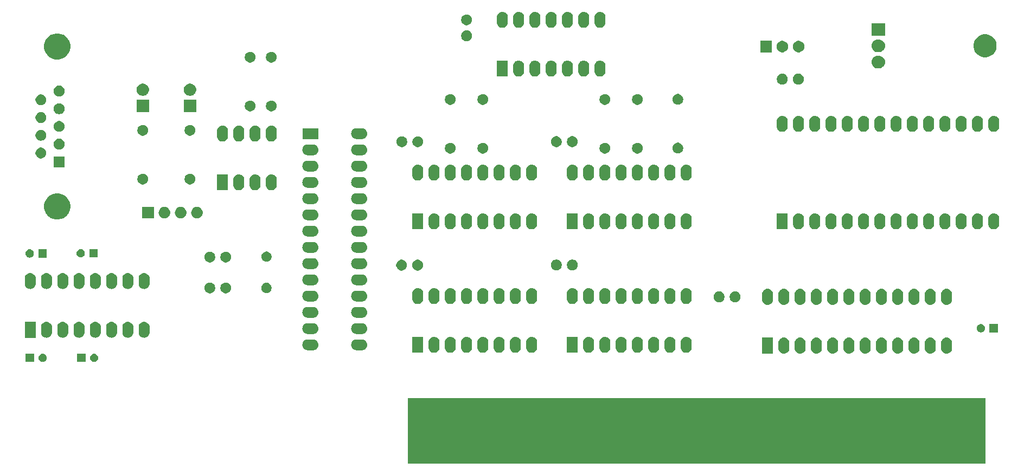
<source format=gbs>
G04 #@! TF.GenerationSoftware,KiCad,Pcbnew,(5.1.5-0)*
G04 #@! TF.CreationDate,2023-05-16T07:02:42+02:00*
G04 #@! TF.ProjectId,Apple1Serial,4170706c-6531-4536-9572-69616c2e6b69,rev?*
G04 #@! TF.SameCoordinates,Original*
G04 #@! TF.FileFunction,Soldermask,Bot*
G04 #@! TF.FilePolarity,Negative*
%FSLAX46Y46*%
G04 Gerber Fmt 4.6, Leading zero omitted, Abs format (unit mm)*
G04 Created by KiCad (PCBNEW (5.1.5-0)) date 2023-05-16 07:02:42*
%MOMM*%
%LPD*%
G04 APERTURE LIST*
%ADD10C,0.100000*%
G04 APERTURE END LIST*
D10*
G36*
X203456540Y-122933460D02*
G01*
X113284000Y-122933460D01*
X113284000Y-112755680D01*
X203456540Y-112755680D01*
X203456540Y-122933460D01*
G37*
G36*
X54897780Y-107079540D02*
G01*
X53595780Y-107079540D01*
X53595780Y-105777540D01*
X54897780Y-105777540D01*
X54897780Y-107079540D01*
G37*
G36*
X56423900Y-105800017D02*
G01*
X56436670Y-105802557D01*
X56555144Y-105851631D01*
X56661768Y-105922875D01*
X56752445Y-106013552D01*
X56823689Y-106120176D01*
X56872763Y-106238650D01*
X56897780Y-106364422D01*
X56897780Y-106492658D01*
X56872763Y-106618430D01*
X56823689Y-106736904D01*
X56752445Y-106843528D01*
X56661768Y-106934205D01*
X56555144Y-107005449D01*
X56555143Y-107005450D01*
X56555142Y-107005450D01*
X56436670Y-107054523D01*
X56310899Y-107079540D01*
X56182661Y-107079540D01*
X56056890Y-107054523D01*
X55938418Y-107005450D01*
X55938417Y-107005450D01*
X55938416Y-107005449D01*
X55831792Y-106934205D01*
X55741115Y-106843528D01*
X55669871Y-106736904D01*
X55620797Y-106618430D01*
X55595780Y-106492658D01*
X55595780Y-106364422D01*
X55620797Y-106238650D01*
X55669871Y-106120176D01*
X55741115Y-106013552D01*
X55831792Y-105922875D01*
X55938416Y-105851631D01*
X56056890Y-105802557D01*
X56069660Y-105800017D01*
X56182661Y-105777540D01*
X56310899Y-105777540D01*
X56423900Y-105800017D01*
G37*
G36*
X64468150Y-105800017D02*
G01*
X64586624Y-105849091D01*
X64693248Y-105920335D01*
X64783925Y-106011012D01*
X64855169Y-106117636D01*
X64904243Y-106236110D01*
X64929260Y-106361882D01*
X64929260Y-106490118D01*
X64904243Y-106615890D01*
X64855169Y-106734364D01*
X64783925Y-106840988D01*
X64693248Y-106931665D01*
X64586624Y-107002909D01*
X64586623Y-107002910D01*
X64586622Y-107002910D01*
X64468150Y-107051983D01*
X64342379Y-107077000D01*
X64214141Y-107077000D01*
X64088370Y-107051983D01*
X63969898Y-107002910D01*
X63969897Y-107002910D01*
X63969896Y-107002909D01*
X63863272Y-106931665D01*
X63772595Y-106840988D01*
X63701351Y-106734364D01*
X63652277Y-106615890D01*
X63627260Y-106490118D01*
X63627260Y-106361882D01*
X63652277Y-106236110D01*
X63701351Y-106117636D01*
X63772595Y-106011012D01*
X63863272Y-105920335D01*
X63969896Y-105849091D01*
X64088370Y-105800017D01*
X64214141Y-105775000D01*
X64342379Y-105775000D01*
X64468150Y-105800017D01*
G37*
G36*
X62929260Y-107077000D02*
G01*
X61627260Y-107077000D01*
X61627260Y-105775000D01*
X62929260Y-105775000D01*
X62929260Y-107077000D01*
G37*
G36*
X177204822Y-103282313D02*
G01*
X177365241Y-103330976D01*
X177513077Y-103409995D01*
X177642659Y-103516341D01*
X177749004Y-103645922D01*
X177749005Y-103645924D01*
X177828024Y-103793758D01*
X177876687Y-103954177D01*
X177889000Y-104079196D01*
X177889000Y-104962803D01*
X177876687Y-105087822D01*
X177876686Y-105087825D01*
X177829008Y-105245000D01*
X177828024Y-105248242D01*
X177757114Y-105380906D01*
X177749004Y-105396078D01*
X177642659Y-105525659D01*
X177513078Y-105632004D01*
X177513076Y-105632005D01*
X177365242Y-105711024D01*
X177204823Y-105759687D01*
X177038000Y-105776117D01*
X176871178Y-105759687D01*
X176710759Y-105711024D01*
X176562925Y-105632005D01*
X176562923Y-105632004D01*
X176433342Y-105525659D01*
X176326997Y-105396078D01*
X176318887Y-105380906D01*
X176247977Y-105248242D01*
X176246994Y-105245000D01*
X176199315Y-105087825D01*
X176199314Y-105087823D01*
X176187000Y-104962803D01*
X176187000Y-104079197D01*
X176199313Y-103954178D01*
X176247976Y-103793759D01*
X176326995Y-103645923D01*
X176433341Y-103516341D01*
X176562922Y-103409996D01*
X176601565Y-103389341D01*
X176710758Y-103330976D01*
X176871177Y-103282313D01*
X177038000Y-103265883D01*
X177204822Y-103282313D01*
G37*
G36*
X197524822Y-103282313D02*
G01*
X197685241Y-103330976D01*
X197833077Y-103409995D01*
X197962659Y-103516341D01*
X198069004Y-103645922D01*
X198069005Y-103645924D01*
X198148024Y-103793758D01*
X198196687Y-103954177D01*
X198209000Y-104079196D01*
X198209000Y-104962803D01*
X198196687Y-105087822D01*
X198196686Y-105087825D01*
X198149008Y-105245000D01*
X198148024Y-105248242D01*
X198077114Y-105380906D01*
X198069004Y-105396078D01*
X197962659Y-105525659D01*
X197833078Y-105632004D01*
X197833076Y-105632005D01*
X197685242Y-105711024D01*
X197524823Y-105759687D01*
X197358000Y-105776117D01*
X197191178Y-105759687D01*
X197030759Y-105711024D01*
X196882925Y-105632005D01*
X196882923Y-105632004D01*
X196753342Y-105525659D01*
X196646997Y-105396078D01*
X196638887Y-105380906D01*
X196567977Y-105248242D01*
X196566994Y-105245000D01*
X196519315Y-105087825D01*
X196519314Y-105087823D01*
X196507000Y-104962803D01*
X196507000Y-104079197D01*
X196519313Y-103954178D01*
X196567976Y-103793759D01*
X196646995Y-103645923D01*
X196753341Y-103516341D01*
X196882922Y-103409996D01*
X196921565Y-103389341D01*
X197030758Y-103330976D01*
X197191177Y-103282313D01*
X197358000Y-103265883D01*
X197524822Y-103282313D01*
G37*
G36*
X194984822Y-103282313D02*
G01*
X195145241Y-103330976D01*
X195293077Y-103409995D01*
X195422659Y-103516341D01*
X195529004Y-103645922D01*
X195529005Y-103645924D01*
X195608024Y-103793758D01*
X195656687Y-103954177D01*
X195669000Y-104079196D01*
X195669000Y-104962803D01*
X195656687Y-105087822D01*
X195656686Y-105087825D01*
X195609008Y-105245000D01*
X195608024Y-105248242D01*
X195537114Y-105380906D01*
X195529004Y-105396078D01*
X195422659Y-105525659D01*
X195293078Y-105632004D01*
X195293076Y-105632005D01*
X195145242Y-105711024D01*
X194984823Y-105759687D01*
X194818000Y-105776117D01*
X194651178Y-105759687D01*
X194490759Y-105711024D01*
X194342925Y-105632005D01*
X194342923Y-105632004D01*
X194213342Y-105525659D01*
X194106997Y-105396078D01*
X194098887Y-105380906D01*
X194027977Y-105248242D01*
X194026994Y-105245000D01*
X193979315Y-105087825D01*
X193979314Y-105087823D01*
X193967000Y-104962803D01*
X193967000Y-104079197D01*
X193979313Y-103954178D01*
X194027976Y-103793759D01*
X194106995Y-103645923D01*
X194213341Y-103516341D01*
X194342922Y-103409996D01*
X194381565Y-103389341D01*
X194490758Y-103330976D01*
X194651177Y-103282313D01*
X194818000Y-103265883D01*
X194984822Y-103282313D01*
G37*
G36*
X192444822Y-103282313D02*
G01*
X192605241Y-103330976D01*
X192753077Y-103409995D01*
X192882659Y-103516341D01*
X192989004Y-103645922D01*
X192989005Y-103645924D01*
X193068024Y-103793758D01*
X193116687Y-103954177D01*
X193129000Y-104079196D01*
X193129000Y-104962803D01*
X193116687Y-105087822D01*
X193116686Y-105087825D01*
X193069008Y-105245000D01*
X193068024Y-105248242D01*
X192997114Y-105380906D01*
X192989004Y-105396078D01*
X192882659Y-105525659D01*
X192753078Y-105632004D01*
X192753076Y-105632005D01*
X192605242Y-105711024D01*
X192444823Y-105759687D01*
X192278000Y-105776117D01*
X192111178Y-105759687D01*
X191950759Y-105711024D01*
X191802925Y-105632005D01*
X191802923Y-105632004D01*
X191673342Y-105525659D01*
X191566997Y-105396078D01*
X191558887Y-105380906D01*
X191487977Y-105248242D01*
X191486994Y-105245000D01*
X191439315Y-105087825D01*
X191439314Y-105087823D01*
X191427000Y-104962803D01*
X191427000Y-104079197D01*
X191439313Y-103954178D01*
X191487976Y-103793759D01*
X191566995Y-103645923D01*
X191673341Y-103516341D01*
X191802922Y-103409996D01*
X191841565Y-103389341D01*
X191950758Y-103330976D01*
X192111177Y-103282313D01*
X192278000Y-103265883D01*
X192444822Y-103282313D01*
G37*
G36*
X189904822Y-103282313D02*
G01*
X190065241Y-103330976D01*
X190213077Y-103409995D01*
X190342659Y-103516341D01*
X190449004Y-103645922D01*
X190449005Y-103645924D01*
X190528024Y-103793758D01*
X190576687Y-103954177D01*
X190589000Y-104079196D01*
X190589000Y-104962803D01*
X190576687Y-105087822D01*
X190576686Y-105087825D01*
X190529008Y-105245000D01*
X190528024Y-105248242D01*
X190457114Y-105380906D01*
X190449004Y-105396078D01*
X190342659Y-105525659D01*
X190213078Y-105632004D01*
X190213076Y-105632005D01*
X190065242Y-105711024D01*
X189904823Y-105759687D01*
X189738000Y-105776117D01*
X189571178Y-105759687D01*
X189410759Y-105711024D01*
X189262925Y-105632005D01*
X189262923Y-105632004D01*
X189133342Y-105525659D01*
X189026997Y-105396078D01*
X189018887Y-105380906D01*
X188947977Y-105248242D01*
X188946994Y-105245000D01*
X188899315Y-105087825D01*
X188899314Y-105087823D01*
X188887000Y-104962803D01*
X188887000Y-104079197D01*
X188899313Y-103954178D01*
X188947976Y-103793759D01*
X189026995Y-103645923D01*
X189133341Y-103516341D01*
X189262922Y-103409996D01*
X189301565Y-103389341D01*
X189410758Y-103330976D01*
X189571177Y-103282313D01*
X189738000Y-103265883D01*
X189904822Y-103282313D01*
G37*
G36*
X187364822Y-103282313D02*
G01*
X187525241Y-103330976D01*
X187673077Y-103409995D01*
X187802659Y-103516341D01*
X187909004Y-103645922D01*
X187909005Y-103645924D01*
X187988024Y-103793758D01*
X188036687Y-103954177D01*
X188049000Y-104079196D01*
X188049000Y-104962803D01*
X188036687Y-105087822D01*
X188036686Y-105087825D01*
X187989008Y-105245000D01*
X187988024Y-105248242D01*
X187917114Y-105380906D01*
X187909004Y-105396078D01*
X187802659Y-105525659D01*
X187673078Y-105632004D01*
X187673076Y-105632005D01*
X187525242Y-105711024D01*
X187364823Y-105759687D01*
X187198000Y-105776117D01*
X187031178Y-105759687D01*
X186870759Y-105711024D01*
X186722925Y-105632005D01*
X186722923Y-105632004D01*
X186593342Y-105525659D01*
X186486997Y-105396078D01*
X186478887Y-105380906D01*
X186407977Y-105248242D01*
X186406994Y-105245000D01*
X186359315Y-105087825D01*
X186359314Y-105087823D01*
X186347000Y-104962803D01*
X186347000Y-104079197D01*
X186359313Y-103954178D01*
X186407976Y-103793759D01*
X186486995Y-103645923D01*
X186593341Y-103516341D01*
X186722922Y-103409996D01*
X186761565Y-103389341D01*
X186870758Y-103330976D01*
X187031177Y-103282313D01*
X187198000Y-103265883D01*
X187364822Y-103282313D01*
G37*
G36*
X184824822Y-103282313D02*
G01*
X184985241Y-103330976D01*
X185133077Y-103409995D01*
X185262659Y-103516341D01*
X185369004Y-103645922D01*
X185369005Y-103645924D01*
X185448024Y-103793758D01*
X185496687Y-103954177D01*
X185509000Y-104079196D01*
X185509000Y-104962803D01*
X185496687Y-105087822D01*
X185496686Y-105087825D01*
X185449008Y-105245000D01*
X185448024Y-105248242D01*
X185377114Y-105380906D01*
X185369004Y-105396078D01*
X185262659Y-105525659D01*
X185133078Y-105632004D01*
X185133076Y-105632005D01*
X184985242Y-105711024D01*
X184824823Y-105759687D01*
X184658000Y-105776117D01*
X184491178Y-105759687D01*
X184330759Y-105711024D01*
X184182925Y-105632005D01*
X184182923Y-105632004D01*
X184053342Y-105525659D01*
X183946997Y-105396078D01*
X183938887Y-105380906D01*
X183867977Y-105248242D01*
X183866994Y-105245000D01*
X183819315Y-105087825D01*
X183819314Y-105087823D01*
X183807000Y-104962803D01*
X183807000Y-104079197D01*
X183819313Y-103954178D01*
X183867976Y-103793759D01*
X183946995Y-103645923D01*
X184053341Y-103516341D01*
X184182922Y-103409996D01*
X184221565Y-103389341D01*
X184330758Y-103330976D01*
X184491177Y-103282313D01*
X184658000Y-103265883D01*
X184824822Y-103282313D01*
G37*
G36*
X182284822Y-103282313D02*
G01*
X182445241Y-103330976D01*
X182593077Y-103409995D01*
X182722659Y-103516341D01*
X182829004Y-103645922D01*
X182829005Y-103645924D01*
X182908024Y-103793758D01*
X182956687Y-103954177D01*
X182969000Y-104079196D01*
X182969000Y-104962803D01*
X182956687Y-105087822D01*
X182956686Y-105087825D01*
X182909008Y-105245000D01*
X182908024Y-105248242D01*
X182837114Y-105380906D01*
X182829004Y-105396078D01*
X182722659Y-105525659D01*
X182593078Y-105632004D01*
X182593076Y-105632005D01*
X182445242Y-105711024D01*
X182284823Y-105759687D01*
X182118000Y-105776117D01*
X181951178Y-105759687D01*
X181790759Y-105711024D01*
X181642925Y-105632005D01*
X181642923Y-105632004D01*
X181513342Y-105525659D01*
X181406997Y-105396078D01*
X181398887Y-105380906D01*
X181327977Y-105248242D01*
X181326994Y-105245000D01*
X181279315Y-105087825D01*
X181279314Y-105087823D01*
X181267000Y-104962803D01*
X181267000Y-104079197D01*
X181279313Y-103954178D01*
X181327976Y-103793759D01*
X181406995Y-103645923D01*
X181513341Y-103516341D01*
X181642922Y-103409996D01*
X181681565Y-103389341D01*
X181790758Y-103330976D01*
X181951177Y-103282313D01*
X182118000Y-103265883D01*
X182284822Y-103282313D01*
G37*
G36*
X179744822Y-103282313D02*
G01*
X179905241Y-103330976D01*
X180053077Y-103409995D01*
X180182659Y-103516341D01*
X180289004Y-103645922D01*
X180289005Y-103645924D01*
X180368024Y-103793758D01*
X180416687Y-103954177D01*
X180429000Y-104079196D01*
X180429000Y-104962803D01*
X180416687Y-105087822D01*
X180416686Y-105087825D01*
X180369008Y-105245000D01*
X180368024Y-105248242D01*
X180297114Y-105380906D01*
X180289004Y-105396078D01*
X180182659Y-105525659D01*
X180053078Y-105632004D01*
X180053076Y-105632005D01*
X179905242Y-105711024D01*
X179744823Y-105759687D01*
X179578000Y-105776117D01*
X179411178Y-105759687D01*
X179250759Y-105711024D01*
X179102925Y-105632005D01*
X179102923Y-105632004D01*
X178973342Y-105525659D01*
X178866997Y-105396078D01*
X178858887Y-105380906D01*
X178787977Y-105248242D01*
X178786994Y-105245000D01*
X178739315Y-105087825D01*
X178739314Y-105087823D01*
X178727000Y-104962803D01*
X178727000Y-104079197D01*
X178739313Y-103954178D01*
X178787976Y-103793759D01*
X178866995Y-103645923D01*
X178973341Y-103516341D01*
X179102922Y-103409996D01*
X179141565Y-103389341D01*
X179250758Y-103330976D01*
X179411177Y-103282313D01*
X179578000Y-103265883D01*
X179744822Y-103282313D01*
G37*
G36*
X174664822Y-103282313D02*
G01*
X174825241Y-103330976D01*
X174973077Y-103409995D01*
X175102659Y-103516341D01*
X175209004Y-103645922D01*
X175209005Y-103645924D01*
X175288024Y-103793758D01*
X175336687Y-103954177D01*
X175349000Y-104079196D01*
X175349000Y-104962803D01*
X175336687Y-105087822D01*
X175336686Y-105087825D01*
X175289008Y-105245000D01*
X175288024Y-105248242D01*
X175217114Y-105380906D01*
X175209004Y-105396078D01*
X175102659Y-105525659D01*
X174973078Y-105632004D01*
X174973076Y-105632005D01*
X174825242Y-105711024D01*
X174664823Y-105759687D01*
X174498000Y-105776117D01*
X174331178Y-105759687D01*
X174170759Y-105711024D01*
X174022925Y-105632005D01*
X174022923Y-105632004D01*
X173893342Y-105525659D01*
X173786997Y-105396078D01*
X173778887Y-105380906D01*
X173707977Y-105248242D01*
X173706994Y-105245000D01*
X173659315Y-105087825D01*
X173659314Y-105087823D01*
X173647000Y-104962803D01*
X173647000Y-104079197D01*
X173659313Y-103954178D01*
X173707976Y-103793759D01*
X173786995Y-103645923D01*
X173893341Y-103516341D01*
X174022922Y-103409996D01*
X174061565Y-103389341D01*
X174170758Y-103330976D01*
X174331177Y-103282313D01*
X174498000Y-103265883D01*
X174664822Y-103282313D01*
G37*
G36*
X172124822Y-103282313D02*
G01*
X172285241Y-103330976D01*
X172433077Y-103409995D01*
X172562659Y-103516341D01*
X172669004Y-103645922D01*
X172669005Y-103645924D01*
X172748024Y-103793758D01*
X172796687Y-103954177D01*
X172809000Y-104079196D01*
X172809000Y-104962803D01*
X172796687Y-105087822D01*
X172796686Y-105087825D01*
X172749008Y-105245000D01*
X172748024Y-105248242D01*
X172677114Y-105380906D01*
X172669004Y-105396078D01*
X172562659Y-105525659D01*
X172433078Y-105632004D01*
X172433076Y-105632005D01*
X172285242Y-105711024D01*
X172124823Y-105759687D01*
X171958000Y-105776117D01*
X171791178Y-105759687D01*
X171630759Y-105711024D01*
X171482925Y-105632005D01*
X171482923Y-105632004D01*
X171353342Y-105525659D01*
X171246997Y-105396078D01*
X171238887Y-105380906D01*
X171167977Y-105248242D01*
X171166994Y-105245000D01*
X171119315Y-105087825D01*
X171119314Y-105087823D01*
X171107000Y-104962803D01*
X171107000Y-104079197D01*
X171119313Y-103954178D01*
X171167976Y-103793759D01*
X171246995Y-103645923D01*
X171353341Y-103516341D01*
X171482922Y-103409996D01*
X171521565Y-103389341D01*
X171630758Y-103330976D01*
X171791177Y-103282313D01*
X171958000Y-103265883D01*
X172124822Y-103282313D01*
G37*
G36*
X170269000Y-105772000D02*
G01*
X168567000Y-105772000D01*
X168567000Y-103270000D01*
X170269000Y-103270000D01*
X170269000Y-105772000D01*
G37*
G36*
X117514822Y-103155313D02*
G01*
X117675241Y-103203976D01*
X117823077Y-103282995D01*
X117952659Y-103389341D01*
X118059004Y-103518922D01*
X118059005Y-103518924D01*
X118138024Y-103666758D01*
X118138024Y-103666759D01*
X118138025Y-103666761D01*
X118142950Y-103682996D01*
X118186687Y-103827177D01*
X118199000Y-103952196D01*
X118199000Y-104835803D01*
X118186687Y-104960822D01*
X118186686Y-104960825D01*
X118142950Y-105105005D01*
X118138024Y-105121242D01*
X118078456Y-105232686D01*
X118059004Y-105269078D01*
X117952659Y-105398659D01*
X117823078Y-105505004D01*
X117823076Y-105505005D01*
X117675242Y-105584024D01*
X117514823Y-105632687D01*
X117348000Y-105649117D01*
X117181178Y-105632687D01*
X117020759Y-105584024D01*
X116872925Y-105505005D01*
X116872923Y-105505004D01*
X116743342Y-105398659D01*
X116636997Y-105269078D01*
X116617545Y-105232686D01*
X116557977Y-105121242D01*
X116553052Y-105105005D01*
X116509315Y-104960825D01*
X116509314Y-104960823D01*
X116497000Y-104835803D01*
X116497000Y-103952197D01*
X116509313Y-103827178D01*
X116548917Y-103696621D01*
X116557975Y-103666762D01*
X116557976Y-103666759D01*
X116636995Y-103518923D01*
X116743341Y-103389341D01*
X116814460Y-103330975D01*
X116872922Y-103282996D01*
X116904938Y-103265883D01*
X117020758Y-103203976D01*
X117181177Y-103155313D01*
X117348000Y-103138883D01*
X117514822Y-103155313D01*
G37*
G36*
X132754822Y-103155313D02*
G01*
X132915241Y-103203976D01*
X133063077Y-103282995D01*
X133192659Y-103389341D01*
X133299004Y-103518922D01*
X133299005Y-103518924D01*
X133378024Y-103666758D01*
X133378024Y-103666759D01*
X133378025Y-103666761D01*
X133382950Y-103682996D01*
X133426687Y-103827177D01*
X133439000Y-103952196D01*
X133439000Y-104835803D01*
X133426687Y-104960822D01*
X133426686Y-104960825D01*
X133382950Y-105105005D01*
X133378024Y-105121242D01*
X133318456Y-105232686D01*
X133299004Y-105269078D01*
X133192659Y-105398659D01*
X133063078Y-105505004D01*
X133063076Y-105505005D01*
X132915242Y-105584024D01*
X132754823Y-105632687D01*
X132588000Y-105649117D01*
X132421178Y-105632687D01*
X132260759Y-105584024D01*
X132112925Y-105505005D01*
X132112923Y-105505004D01*
X131983342Y-105398659D01*
X131876997Y-105269078D01*
X131857545Y-105232686D01*
X131797977Y-105121242D01*
X131793052Y-105105005D01*
X131749315Y-104960825D01*
X131749314Y-104960823D01*
X131737000Y-104835803D01*
X131737000Y-103952197D01*
X131749313Y-103827178D01*
X131788917Y-103696621D01*
X131797975Y-103666762D01*
X131797976Y-103666759D01*
X131876995Y-103518923D01*
X131983341Y-103389341D01*
X132054460Y-103330975D01*
X132112922Y-103282996D01*
X132144938Y-103265883D01*
X132260758Y-103203976D01*
X132421177Y-103155313D01*
X132588000Y-103138883D01*
X132754822Y-103155313D01*
G37*
G36*
X156884822Y-103155313D02*
G01*
X157045241Y-103203976D01*
X157193077Y-103282995D01*
X157322659Y-103389341D01*
X157429004Y-103518922D01*
X157429005Y-103518924D01*
X157508024Y-103666758D01*
X157508024Y-103666759D01*
X157508025Y-103666761D01*
X157512950Y-103682996D01*
X157556687Y-103827177D01*
X157569000Y-103952196D01*
X157569000Y-104835803D01*
X157556687Y-104960822D01*
X157556686Y-104960825D01*
X157512950Y-105105005D01*
X157508024Y-105121242D01*
X157448456Y-105232686D01*
X157429004Y-105269078D01*
X157322659Y-105398659D01*
X157193078Y-105505004D01*
X157193076Y-105505005D01*
X157045242Y-105584024D01*
X156884823Y-105632687D01*
X156718000Y-105649117D01*
X156551178Y-105632687D01*
X156390759Y-105584024D01*
X156242925Y-105505005D01*
X156242923Y-105505004D01*
X156113342Y-105398659D01*
X156006997Y-105269078D01*
X155987545Y-105232686D01*
X155927977Y-105121242D01*
X155923052Y-105105005D01*
X155879315Y-104960825D01*
X155879314Y-104960823D01*
X155867000Y-104835803D01*
X155867000Y-103952197D01*
X155879313Y-103827178D01*
X155918917Y-103696621D01*
X155927975Y-103666762D01*
X155927976Y-103666759D01*
X156006995Y-103518923D01*
X156113341Y-103389341D01*
X156184460Y-103330975D01*
X156242922Y-103282996D01*
X156274938Y-103265883D01*
X156390758Y-103203976D01*
X156551177Y-103155313D01*
X156718000Y-103138883D01*
X156884822Y-103155313D01*
G37*
G36*
X154344822Y-103155313D02*
G01*
X154505241Y-103203976D01*
X154653077Y-103282995D01*
X154782659Y-103389341D01*
X154889004Y-103518922D01*
X154889005Y-103518924D01*
X154968024Y-103666758D01*
X154968024Y-103666759D01*
X154968025Y-103666761D01*
X154972950Y-103682996D01*
X155016687Y-103827177D01*
X155029000Y-103952196D01*
X155029000Y-104835803D01*
X155016687Y-104960822D01*
X155016686Y-104960825D01*
X154972950Y-105105005D01*
X154968024Y-105121242D01*
X154908456Y-105232686D01*
X154889004Y-105269078D01*
X154782659Y-105398659D01*
X154653078Y-105505004D01*
X154653076Y-105505005D01*
X154505242Y-105584024D01*
X154344823Y-105632687D01*
X154178000Y-105649117D01*
X154011178Y-105632687D01*
X153850759Y-105584024D01*
X153702925Y-105505005D01*
X153702923Y-105505004D01*
X153573342Y-105398659D01*
X153466997Y-105269078D01*
X153447545Y-105232686D01*
X153387977Y-105121242D01*
X153383052Y-105105005D01*
X153339315Y-104960825D01*
X153339314Y-104960823D01*
X153327000Y-104835803D01*
X153327000Y-103952197D01*
X153339313Y-103827178D01*
X153378917Y-103696621D01*
X153387975Y-103666762D01*
X153387976Y-103666759D01*
X153466995Y-103518923D01*
X153573341Y-103389341D01*
X153644460Y-103330975D01*
X153702922Y-103282996D01*
X153734938Y-103265883D01*
X153850758Y-103203976D01*
X154011177Y-103155313D01*
X154178000Y-103138883D01*
X154344822Y-103155313D01*
G37*
G36*
X151804822Y-103155313D02*
G01*
X151965241Y-103203976D01*
X152113077Y-103282995D01*
X152242659Y-103389341D01*
X152349004Y-103518922D01*
X152349005Y-103518924D01*
X152428024Y-103666758D01*
X152428024Y-103666759D01*
X152428025Y-103666761D01*
X152432950Y-103682996D01*
X152476687Y-103827177D01*
X152489000Y-103952196D01*
X152489000Y-104835803D01*
X152476687Y-104960822D01*
X152476686Y-104960825D01*
X152432950Y-105105005D01*
X152428024Y-105121242D01*
X152368456Y-105232686D01*
X152349004Y-105269078D01*
X152242659Y-105398659D01*
X152113078Y-105505004D01*
X152113076Y-105505005D01*
X151965242Y-105584024D01*
X151804823Y-105632687D01*
X151638000Y-105649117D01*
X151471178Y-105632687D01*
X151310759Y-105584024D01*
X151162925Y-105505005D01*
X151162923Y-105505004D01*
X151033342Y-105398659D01*
X150926997Y-105269078D01*
X150907545Y-105232686D01*
X150847977Y-105121242D01*
X150843052Y-105105005D01*
X150799315Y-104960825D01*
X150799314Y-104960823D01*
X150787000Y-104835803D01*
X150787000Y-103952197D01*
X150799313Y-103827178D01*
X150838917Y-103696621D01*
X150847975Y-103666762D01*
X150847976Y-103666759D01*
X150926995Y-103518923D01*
X151033341Y-103389341D01*
X151104460Y-103330975D01*
X151162922Y-103282996D01*
X151194938Y-103265883D01*
X151310758Y-103203976D01*
X151471177Y-103155313D01*
X151638000Y-103138883D01*
X151804822Y-103155313D01*
G37*
G36*
X149264822Y-103155313D02*
G01*
X149425241Y-103203976D01*
X149573077Y-103282995D01*
X149702659Y-103389341D01*
X149809004Y-103518922D01*
X149809005Y-103518924D01*
X149888024Y-103666758D01*
X149888024Y-103666759D01*
X149888025Y-103666761D01*
X149892950Y-103682996D01*
X149936687Y-103827177D01*
X149949000Y-103952196D01*
X149949000Y-104835803D01*
X149936687Y-104960822D01*
X149936686Y-104960825D01*
X149892950Y-105105005D01*
X149888024Y-105121242D01*
X149828456Y-105232686D01*
X149809004Y-105269078D01*
X149702659Y-105398659D01*
X149573078Y-105505004D01*
X149573076Y-105505005D01*
X149425242Y-105584024D01*
X149264823Y-105632687D01*
X149098000Y-105649117D01*
X148931178Y-105632687D01*
X148770759Y-105584024D01*
X148622925Y-105505005D01*
X148622923Y-105505004D01*
X148493342Y-105398659D01*
X148386997Y-105269078D01*
X148367545Y-105232686D01*
X148307977Y-105121242D01*
X148303052Y-105105005D01*
X148259315Y-104960825D01*
X148259314Y-104960823D01*
X148247000Y-104835803D01*
X148247000Y-103952197D01*
X148259313Y-103827178D01*
X148298917Y-103696621D01*
X148307975Y-103666762D01*
X148307976Y-103666759D01*
X148386995Y-103518923D01*
X148493341Y-103389341D01*
X148564460Y-103330975D01*
X148622922Y-103282996D01*
X148654938Y-103265883D01*
X148770758Y-103203976D01*
X148931177Y-103155313D01*
X149098000Y-103138883D01*
X149264822Y-103155313D01*
G37*
G36*
X146724822Y-103155313D02*
G01*
X146885241Y-103203976D01*
X147033077Y-103282995D01*
X147162659Y-103389341D01*
X147269004Y-103518922D01*
X147269005Y-103518924D01*
X147348024Y-103666758D01*
X147348024Y-103666759D01*
X147348025Y-103666761D01*
X147352950Y-103682996D01*
X147396687Y-103827177D01*
X147409000Y-103952196D01*
X147409000Y-104835803D01*
X147396687Y-104960822D01*
X147396686Y-104960825D01*
X147352950Y-105105005D01*
X147348024Y-105121242D01*
X147288456Y-105232686D01*
X147269004Y-105269078D01*
X147162659Y-105398659D01*
X147033078Y-105505004D01*
X147033076Y-105505005D01*
X146885242Y-105584024D01*
X146724823Y-105632687D01*
X146558000Y-105649117D01*
X146391178Y-105632687D01*
X146230759Y-105584024D01*
X146082925Y-105505005D01*
X146082923Y-105505004D01*
X145953342Y-105398659D01*
X145846997Y-105269078D01*
X145827545Y-105232686D01*
X145767977Y-105121242D01*
X145763052Y-105105005D01*
X145719315Y-104960825D01*
X145719314Y-104960823D01*
X145707000Y-104835803D01*
X145707000Y-103952197D01*
X145719313Y-103827178D01*
X145758917Y-103696621D01*
X145767975Y-103666762D01*
X145767976Y-103666759D01*
X145846995Y-103518923D01*
X145953341Y-103389341D01*
X146024460Y-103330975D01*
X146082922Y-103282996D01*
X146114938Y-103265883D01*
X146230758Y-103203976D01*
X146391177Y-103155313D01*
X146558000Y-103138883D01*
X146724822Y-103155313D01*
G37*
G36*
X144184822Y-103155313D02*
G01*
X144345241Y-103203976D01*
X144493077Y-103282995D01*
X144622659Y-103389341D01*
X144729004Y-103518922D01*
X144729005Y-103518924D01*
X144808024Y-103666758D01*
X144808024Y-103666759D01*
X144808025Y-103666761D01*
X144812950Y-103682996D01*
X144856687Y-103827177D01*
X144869000Y-103952196D01*
X144869000Y-104835803D01*
X144856687Y-104960822D01*
X144856686Y-104960825D01*
X144812950Y-105105005D01*
X144808024Y-105121242D01*
X144748456Y-105232686D01*
X144729004Y-105269078D01*
X144622659Y-105398659D01*
X144493078Y-105505004D01*
X144493076Y-105505005D01*
X144345242Y-105584024D01*
X144184823Y-105632687D01*
X144018000Y-105649117D01*
X143851178Y-105632687D01*
X143690759Y-105584024D01*
X143542925Y-105505005D01*
X143542923Y-105505004D01*
X143413342Y-105398659D01*
X143306997Y-105269078D01*
X143287545Y-105232686D01*
X143227977Y-105121242D01*
X143223052Y-105105005D01*
X143179315Y-104960825D01*
X143179314Y-104960823D01*
X143167000Y-104835803D01*
X143167000Y-103952197D01*
X143179313Y-103827178D01*
X143218917Y-103696621D01*
X143227975Y-103666762D01*
X143227976Y-103666759D01*
X143306995Y-103518923D01*
X143413341Y-103389341D01*
X143484460Y-103330975D01*
X143542922Y-103282996D01*
X143574938Y-103265883D01*
X143690758Y-103203976D01*
X143851177Y-103155313D01*
X144018000Y-103138883D01*
X144184822Y-103155313D01*
G37*
G36*
X141644822Y-103155313D02*
G01*
X141805241Y-103203976D01*
X141953077Y-103282995D01*
X142082659Y-103389341D01*
X142189004Y-103518922D01*
X142189005Y-103518924D01*
X142268024Y-103666758D01*
X142268024Y-103666759D01*
X142268025Y-103666761D01*
X142272950Y-103682996D01*
X142316687Y-103827177D01*
X142329000Y-103952196D01*
X142329000Y-104835803D01*
X142316687Y-104960822D01*
X142316686Y-104960825D01*
X142272950Y-105105005D01*
X142268024Y-105121242D01*
X142208456Y-105232686D01*
X142189004Y-105269078D01*
X142082659Y-105398659D01*
X141953078Y-105505004D01*
X141953076Y-105505005D01*
X141805242Y-105584024D01*
X141644823Y-105632687D01*
X141478000Y-105649117D01*
X141311178Y-105632687D01*
X141150759Y-105584024D01*
X141002925Y-105505005D01*
X141002923Y-105505004D01*
X140873342Y-105398659D01*
X140766997Y-105269078D01*
X140747545Y-105232686D01*
X140687977Y-105121242D01*
X140683052Y-105105005D01*
X140639315Y-104960825D01*
X140639314Y-104960823D01*
X140627000Y-104835803D01*
X140627000Y-103952197D01*
X140639313Y-103827178D01*
X140678917Y-103696621D01*
X140687975Y-103666762D01*
X140687976Y-103666759D01*
X140766995Y-103518923D01*
X140873341Y-103389341D01*
X140944460Y-103330975D01*
X141002922Y-103282996D01*
X141034938Y-103265883D01*
X141150758Y-103203976D01*
X141311177Y-103155313D01*
X141478000Y-103138883D01*
X141644822Y-103155313D01*
G37*
G36*
X130214822Y-103155313D02*
G01*
X130375241Y-103203976D01*
X130523077Y-103282995D01*
X130652659Y-103389341D01*
X130759004Y-103518922D01*
X130759005Y-103518924D01*
X130838024Y-103666758D01*
X130838024Y-103666759D01*
X130838025Y-103666761D01*
X130842950Y-103682996D01*
X130886687Y-103827177D01*
X130899000Y-103952196D01*
X130899000Y-104835803D01*
X130886687Y-104960822D01*
X130886686Y-104960825D01*
X130842950Y-105105005D01*
X130838024Y-105121242D01*
X130778456Y-105232686D01*
X130759004Y-105269078D01*
X130652659Y-105398659D01*
X130523078Y-105505004D01*
X130523076Y-105505005D01*
X130375242Y-105584024D01*
X130214823Y-105632687D01*
X130048000Y-105649117D01*
X129881178Y-105632687D01*
X129720759Y-105584024D01*
X129572925Y-105505005D01*
X129572923Y-105505004D01*
X129443342Y-105398659D01*
X129336997Y-105269078D01*
X129317545Y-105232686D01*
X129257977Y-105121242D01*
X129253052Y-105105005D01*
X129209315Y-104960825D01*
X129209314Y-104960823D01*
X129197000Y-104835803D01*
X129197000Y-103952197D01*
X129209313Y-103827178D01*
X129248917Y-103696621D01*
X129257975Y-103666762D01*
X129257976Y-103666759D01*
X129336995Y-103518923D01*
X129443341Y-103389341D01*
X129514460Y-103330975D01*
X129572922Y-103282996D01*
X129604938Y-103265883D01*
X129720758Y-103203976D01*
X129881177Y-103155313D01*
X130048000Y-103138883D01*
X130214822Y-103155313D01*
G37*
G36*
X120054822Y-103155313D02*
G01*
X120215241Y-103203976D01*
X120363077Y-103282995D01*
X120492659Y-103389341D01*
X120599004Y-103518922D01*
X120599005Y-103518924D01*
X120678024Y-103666758D01*
X120678024Y-103666759D01*
X120678025Y-103666761D01*
X120682950Y-103682996D01*
X120726687Y-103827177D01*
X120739000Y-103952196D01*
X120739000Y-104835803D01*
X120726687Y-104960822D01*
X120726686Y-104960825D01*
X120682950Y-105105005D01*
X120678024Y-105121242D01*
X120618456Y-105232686D01*
X120599004Y-105269078D01*
X120492659Y-105398659D01*
X120363078Y-105505004D01*
X120363076Y-105505005D01*
X120215242Y-105584024D01*
X120054823Y-105632687D01*
X119888000Y-105649117D01*
X119721178Y-105632687D01*
X119560759Y-105584024D01*
X119412925Y-105505005D01*
X119412923Y-105505004D01*
X119283342Y-105398659D01*
X119176997Y-105269078D01*
X119157545Y-105232686D01*
X119097977Y-105121242D01*
X119093052Y-105105005D01*
X119049315Y-104960825D01*
X119049314Y-104960823D01*
X119037000Y-104835803D01*
X119037000Y-103952197D01*
X119049313Y-103827178D01*
X119088917Y-103696621D01*
X119097975Y-103666762D01*
X119097976Y-103666759D01*
X119176995Y-103518923D01*
X119283341Y-103389341D01*
X119354460Y-103330975D01*
X119412922Y-103282996D01*
X119444938Y-103265883D01*
X119560758Y-103203976D01*
X119721177Y-103155313D01*
X119888000Y-103138883D01*
X120054822Y-103155313D01*
G37*
G36*
X122594822Y-103155313D02*
G01*
X122755241Y-103203976D01*
X122903077Y-103282995D01*
X123032659Y-103389341D01*
X123139004Y-103518922D01*
X123139005Y-103518924D01*
X123218024Y-103666758D01*
X123218024Y-103666759D01*
X123218025Y-103666761D01*
X123222950Y-103682996D01*
X123266687Y-103827177D01*
X123279000Y-103952196D01*
X123279000Y-104835803D01*
X123266687Y-104960822D01*
X123266686Y-104960825D01*
X123222950Y-105105005D01*
X123218024Y-105121242D01*
X123158456Y-105232686D01*
X123139004Y-105269078D01*
X123032659Y-105398659D01*
X122903078Y-105505004D01*
X122903076Y-105505005D01*
X122755242Y-105584024D01*
X122594823Y-105632687D01*
X122428000Y-105649117D01*
X122261178Y-105632687D01*
X122100759Y-105584024D01*
X121952925Y-105505005D01*
X121952923Y-105505004D01*
X121823342Y-105398659D01*
X121716997Y-105269078D01*
X121697545Y-105232686D01*
X121637977Y-105121242D01*
X121633052Y-105105005D01*
X121589315Y-104960825D01*
X121589314Y-104960823D01*
X121577000Y-104835803D01*
X121577000Y-103952197D01*
X121589313Y-103827178D01*
X121628917Y-103696621D01*
X121637975Y-103666762D01*
X121637976Y-103666759D01*
X121716995Y-103518923D01*
X121823341Y-103389341D01*
X121894460Y-103330975D01*
X121952922Y-103282996D01*
X121984938Y-103265883D01*
X122100758Y-103203976D01*
X122261177Y-103155313D01*
X122428000Y-103138883D01*
X122594822Y-103155313D01*
G37*
G36*
X125134822Y-103155313D02*
G01*
X125295241Y-103203976D01*
X125443077Y-103282995D01*
X125572659Y-103389341D01*
X125679004Y-103518922D01*
X125679005Y-103518924D01*
X125758024Y-103666758D01*
X125758024Y-103666759D01*
X125758025Y-103666761D01*
X125762950Y-103682996D01*
X125806687Y-103827177D01*
X125819000Y-103952196D01*
X125819000Y-104835803D01*
X125806687Y-104960822D01*
X125806686Y-104960825D01*
X125762950Y-105105005D01*
X125758024Y-105121242D01*
X125698456Y-105232686D01*
X125679004Y-105269078D01*
X125572659Y-105398659D01*
X125443078Y-105505004D01*
X125443076Y-105505005D01*
X125295242Y-105584024D01*
X125134823Y-105632687D01*
X124968000Y-105649117D01*
X124801178Y-105632687D01*
X124640759Y-105584024D01*
X124492925Y-105505005D01*
X124492923Y-105505004D01*
X124363342Y-105398659D01*
X124256997Y-105269078D01*
X124237545Y-105232686D01*
X124177977Y-105121242D01*
X124173052Y-105105005D01*
X124129315Y-104960825D01*
X124129314Y-104960823D01*
X124117000Y-104835803D01*
X124117000Y-103952197D01*
X124129313Y-103827178D01*
X124168917Y-103696621D01*
X124177975Y-103666762D01*
X124177976Y-103666759D01*
X124256995Y-103518923D01*
X124363341Y-103389341D01*
X124434460Y-103330975D01*
X124492922Y-103282996D01*
X124524938Y-103265883D01*
X124640758Y-103203976D01*
X124801177Y-103155313D01*
X124968000Y-103138883D01*
X125134822Y-103155313D01*
G37*
G36*
X127674822Y-103155313D02*
G01*
X127835241Y-103203976D01*
X127983077Y-103282995D01*
X128112659Y-103389341D01*
X128219004Y-103518922D01*
X128219005Y-103518924D01*
X128298024Y-103666758D01*
X128298024Y-103666759D01*
X128298025Y-103666761D01*
X128302950Y-103682996D01*
X128346687Y-103827177D01*
X128359000Y-103952196D01*
X128359000Y-104835803D01*
X128346687Y-104960822D01*
X128346686Y-104960825D01*
X128302950Y-105105005D01*
X128298024Y-105121242D01*
X128238456Y-105232686D01*
X128219004Y-105269078D01*
X128112659Y-105398659D01*
X127983078Y-105505004D01*
X127983076Y-105505005D01*
X127835242Y-105584024D01*
X127674823Y-105632687D01*
X127508000Y-105649117D01*
X127341178Y-105632687D01*
X127180759Y-105584024D01*
X127032925Y-105505005D01*
X127032923Y-105505004D01*
X126903342Y-105398659D01*
X126796997Y-105269078D01*
X126777545Y-105232686D01*
X126717977Y-105121242D01*
X126713052Y-105105005D01*
X126669315Y-104960825D01*
X126669314Y-104960823D01*
X126657000Y-104835803D01*
X126657000Y-103952197D01*
X126669313Y-103827178D01*
X126708917Y-103696621D01*
X126717975Y-103666762D01*
X126717976Y-103666759D01*
X126796995Y-103518923D01*
X126903341Y-103389341D01*
X126974460Y-103330975D01*
X127032922Y-103282996D01*
X127064938Y-103265883D01*
X127180758Y-103203976D01*
X127341177Y-103155313D01*
X127508000Y-103138883D01*
X127674822Y-103155313D01*
G37*
G36*
X115659000Y-105645000D02*
G01*
X113957000Y-105645000D01*
X113957000Y-103143000D01*
X115659000Y-103143000D01*
X115659000Y-105645000D01*
G37*
G36*
X139789000Y-105645000D02*
G01*
X138087000Y-105645000D01*
X138087000Y-103143000D01*
X139789000Y-103143000D01*
X139789000Y-105645000D01*
G37*
G36*
X98610823Y-103555313D02*
G01*
X98771242Y-103603976D01*
X98888704Y-103666761D01*
X98919078Y-103682996D01*
X99048659Y-103789341D01*
X99155004Y-103918922D01*
X99155005Y-103918924D01*
X99234024Y-104066758D01*
X99282687Y-104227177D01*
X99299117Y-104394000D01*
X99282687Y-104560823D01*
X99234024Y-104721242D01*
X99172791Y-104835800D01*
X99155004Y-104869078D01*
X99048659Y-104998659D01*
X98919078Y-105105004D01*
X98919076Y-105105005D01*
X98771242Y-105184024D01*
X98610823Y-105232687D01*
X98485804Y-105245000D01*
X97602196Y-105245000D01*
X97477177Y-105232687D01*
X97316758Y-105184024D01*
X97168924Y-105105005D01*
X97168922Y-105105004D01*
X97039341Y-104998659D01*
X96932996Y-104869078D01*
X96915209Y-104835800D01*
X96853976Y-104721242D01*
X96805313Y-104560823D01*
X96788883Y-104394000D01*
X96805313Y-104227177D01*
X96853976Y-104066758D01*
X96932995Y-103918924D01*
X96932996Y-103918922D01*
X97039341Y-103789341D01*
X97168922Y-103682996D01*
X97199296Y-103666761D01*
X97316758Y-103603976D01*
X97477177Y-103555313D01*
X97602196Y-103543000D01*
X98485804Y-103543000D01*
X98610823Y-103555313D01*
G37*
G36*
X106230823Y-103555313D02*
G01*
X106391242Y-103603976D01*
X106508704Y-103666761D01*
X106539078Y-103682996D01*
X106668659Y-103789341D01*
X106775004Y-103918922D01*
X106775005Y-103918924D01*
X106854024Y-104066758D01*
X106902687Y-104227177D01*
X106919117Y-104394000D01*
X106902687Y-104560823D01*
X106854024Y-104721242D01*
X106792791Y-104835800D01*
X106775004Y-104869078D01*
X106668659Y-104998659D01*
X106539078Y-105105004D01*
X106539076Y-105105005D01*
X106391242Y-105184024D01*
X106230823Y-105232687D01*
X106105804Y-105245000D01*
X105222196Y-105245000D01*
X105097177Y-105232687D01*
X104936758Y-105184024D01*
X104788924Y-105105005D01*
X104788922Y-105105004D01*
X104659341Y-104998659D01*
X104552996Y-104869078D01*
X104535209Y-104835800D01*
X104473976Y-104721242D01*
X104425313Y-104560823D01*
X104408883Y-104394000D01*
X104425313Y-104227177D01*
X104473976Y-104066758D01*
X104552995Y-103918924D01*
X104552996Y-103918922D01*
X104659341Y-103789341D01*
X104788922Y-103682996D01*
X104819296Y-103666761D01*
X104936758Y-103603976D01*
X105097177Y-103555313D01*
X105222196Y-103543000D01*
X106105804Y-103543000D01*
X106230823Y-103555313D01*
G37*
G36*
X67164402Y-100803273D02*
G01*
X67324821Y-100851936D01*
X67472657Y-100930955D01*
X67575448Y-101015314D01*
X67602239Y-101037301D01*
X67708584Y-101166882D01*
X67708585Y-101166884D01*
X67787604Y-101314718D01*
X67836267Y-101475137D01*
X67848580Y-101600156D01*
X67848580Y-102483763D01*
X67836267Y-102608782D01*
X67787604Y-102769202D01*
X67716694Y-102901866D01*
X67708584Y-102917038D01*
X67602239Y-103046619D01*
X67472658Y-103152964D01*
X67472656Y-103152965D01*
X67324822Y-103231984D01*
X67164403Y-103280647D01*
X66997580Y-103297077D01*
X66830758Y-103280647D01*
X66670339Y-103231984D01*
X66522505Y-103152965D01*
X66522503Y-103152964D01*
X66392922Y-103046619D01*
X66286577Y-102917038D01*
X66278467Y-102901866D01*
X66207557Y-102769202D01*
X66158894Y-102608783D01*
X66146580Y-102483763D01*
X66146580Y-101600157D01*
X66158893Y-101475138D01*
X66207556Y-101314719D01*
X66286575Y-101166883D01*
X66392921Y-101037301D01*
X66434717Y-101003000D01*
X66522502Y-100930956D01*
X66537674Y-100922846D01*
X66670338Y-100851936D01*
X66830757Y-100803273D01*
X66997580Y-100786843D01*
X67164402Y-100803273D01*
G37*
G36*
X64624402Y-100803273D02*
G01*
X64784821Y-100851936D01*
X64932657Y-100930955D01*
X65035448Y-101015314D01*
X65062239Y-101037301D01*
X65168584Y-101166882D01*
X65168585Y-101166884D01*
X65247604Y-101314718D01*
X65296267Y-101475137D01*
X65308580Y-101600156D01*
X65308580Y-102483763D01*
X65296267Y-102608782D01*
X65247604Y-102769202D01*
X65176694Y-102901866D01*
X65168584Y-102917038D01*
X65062239Y-103046619D01*
X64932658Y-103152964D01*
X64932656Y-103152965D01*
X64784822Y-103231984D01*
X64624403Y-103280647D01*
X64457580Y-103297077D01*
X64290758Y-103280647D01*
X64130339Y-103231984D01*
X63982505Y-103152965D01*
X63982503Y-103152964D01*
X63852922Y-103046619D01*
X63746577Y-102917038D01*
X63738467Y-102901866D01*
X63667557Y-102769202D01*
X63618894Y-102608783D01*
X63606580Y-102483763D01*
X63606580Y-101600157D01*
X63618893Y-101475138D01*
X63667556Y-101314719D01*
X63746575Y-101166883D01*
X63852921Y-101037301D01*
X63894717Y-101003000D01*
X63982502Y-100930956D01*
X63997674Y-100922846D01*
X64130338Y-100851936D01*
X64290757Y-100803273D01*
X64457580Y-100786843D01*
X64624402Y-100803273D01*
G37*
G36*
X62084402Y-100803273D02*
G01*
X62244821Y-100851936D01*
X62392657Y-100930955D01*
X62495448Y-101015314D01*
X62522239Y-101037301D01*
X62628584Y-101166882D01*
X62628585Y-101166884D01*
X62707604Y-101314718D01*
X62756267Y-101475137D01*
X62768580Y-101600156D01*
X62768580Y-102483763D01*
X62756267Y-102608782D01*
X62707604Y-102769202D01*
X62636694Y-102901866D01*
X62628584Y-102917038D01*
X62522239Y-103046619D01*
X62392658Y-103152964D01*
X62392656Y-103152965D01*
X62244822Y-103231984D01*
X62084403Y-103280647D01*
X61917580Y-103297077D01*
X61750758Y-103280647D01*
X61590339Y-103231984D01*
X61442505Y-103152965D01*
X61442503Y-103152964D01*
X61312922Y-103046619D01*
X61206577Y-102917038D01*
X61198467Y-102901866D01*
X61127557Y-102769202D01*
X61078894Y-102608783D01*
X61066580Y-102483763D01*
X61066580Y-101600157D01*
X61078893Y-101475138D01*
X61127556Y-101314719D01*
X61206575Y-101166883D01*
X61312921Y-101037301D01*
X61354717Y-101003000D01*
X61442502Y-100930956D01*
X61457674Y-100922846D01*
X61590338Y-100851936D01*
X61750757Y-100803273D01*
X61917580Y-100786843D01*
X62084402Y-100803273D01*
G37*
G36*
X59544402Y-100803273D02*
G01*
X59704821Y-100851936D01*
X59852657Y-100930955D01*
X59955448Y-101015314D01*
X59982239Y-101037301D01*
X60088584Y-101166882D01*
X60088585Y-101166884D01*
X60167604Y-101314718D01*
X60216267Y-101475137D01*
X60228580Y-101600156D01*
X60228580Y-102483763D01*
X60216267Y-102608782D01*
X60167604Y-102769202D01*
X60096694Y-102901866D01*
X60088584Y-102917038D01*
X59982239Y-103046619D01*
X59852658Y-103152964D01*
X59852656Y-103152965D01*
X59704822Y-103231984D01*
X59544403Y-103280647D01*
X59377580Y-103297077D01*
X59210758Y-103280647D01*
X59050339Y-103231984D01*
X58902505Y-103152965D01*
X58902503Y-103152964D01*
X58772922Y-103046619D01*
X58666577Y-102917038D01*
X58658467Y-102901866D01*
X58587557Y-102769202D01*
X58538894Y-102608783D01*
X58526580Y-102483763D01*
X58526580Y-101600157D01*
X58538893Y-101475138D01*
X58587556Y-101314719D01*
X58666575Y-101166883D01*
X58772921Y-101037301D01*
X58814717Y-101003000D01*
X58902502Y-100930956D01*
X58917674Y-100922846D01*
X59050338Y-100851936D01*
X59210757Y-100803273D01*
X59377580Y-100786843D01*
X59544402Y-100803273D01*
G37*
G36*
X57004402Y-100803273D02*
G01*
X57164821Y-100851936D01*
X57312657Y-100930955D01*
X57415448Y-101015314D01*
X57442239Y-101037301D01*
X57548584Y-101166882D01*
X57548585Y-101166884D01*
X57627604Y-101314718D01*
X57676267Y-101475137D01*
X57688580Y-101600156D01*
X57688580Y-102483763D01*
X57676267Y-102608782D01*
X57627604Y-102769202D01*
X57556694Y-102901866D01*
X57548584Y-102917038D01*
X57442239Y-103046619D01*
X57312658Y-103152964D01*
X57312656Y-103152965D01*
X57164822Y-103231984D01*
X57004403Y-103280647D01*
X56837580Y-103297077D01*
X56670758Y-103280647D01*
X56510339Y-103231984D01*
X56362505Y-103152965D01*
X56362503Y-103152964D01*
X56232922Y-103046619D01*
X56126577Y-102917038D01*
X56118467Y-102901866D01*
X56047557Y-102769202D01*
X55998894Y-102608783D01*
X55986580Y-102483763D01*
X55986580Y-101600157D01*
X55998893Y-101475138D01*
X56047556Y-101314719D01*
X56126575Y-101166883D01*
X56232921Y-101037301D01*
X56274717Y-101003000D01*
X56362502Y-100930956D01*
X56377674Y-100922846D01*
X56510338Y-100851936D01*
X56670757Y-100803273D01*
X56837580Y-100786843D01*
X57004402Y-100803273D01*
G37*
G36*
X69704402Y-100803273D02*
G01*
X69864821Y-100851936D01*
X70012657Y-100930955D01*
X70115448Y-101015314D01*
X70142239Y-101037301D01*
X70248584Y-101166882D01*
X70248585Y-101166884D01*
X70327604Y-101314718D01*
X70376267Y-101475137D01*
X70388580Y-101600156D01*
X70388580Y-102483763D01*
X70376267Y-102608782D01*
X70327604Y-102769202D01*
X70256694Y-102901866D01*
X70248584Y-102917038D01*
X70142239Y-103046619D01*
X70012658Y-103152964D01*
X70012656Y-103152965D01*
X69864822Y-103231984D01*
X69704403Y-103280647D01*
X69537580Y-103297077D01*
X69370758Y-103280647D01*
X69210339Y-103231984D01*
X69062505Y-103152965D01*
X69062503Y-103152964D01*
X68932922Y-103046619D01*
X68826577Y-102917038D01*
X68818467Y-102901866D01*
X68747557Y-102769202D01*
X68698894Y-102608783D01*
X68686580Y-102483763D01*
X68686580Y-101600157D01*
X68698893Y-101475138D01*
X68747556Y-101314719D01*
X68826575Y-101166883D01*
X68932921Y-101037301D01*
X68974717Y-101003000D01*
X69062502Y-100930956D01*
X69077674Y-100922846D01*
X69210338Y-100851936D01*
X69370757Y-100803273D01*
X69537580Y-100786843D01*
X69704402Y-100803273D01*
G37*
G36*
X72244402Y-100803273D02*
G01*
X72404821Y-100851936D01*
X72552657Y-100930955D01*
X72655448Y-101015314D01*
X72682239Y-101037301D01*
X72788584Y-101166882D01*
X72788585Y-101166884D01*
X72867604Y-101314718D01*
X72916267Y-101475137D01*
X72928580Y-101600156D01*
X72928580Y-102483763D01*
X72916267Y-102608782D01*
X72867604Y-102769202D01*
X72796694Y-102901866D01*
X72788584Y-102917038D01*
X72682239Y-103046619D01*
X72552658Y-103152964D01*
X72552656Y-103152965D01*
X72404822Y-103231984D01*
X72244403Y-103280647D01*
X72077580Y-103297077D01*
X71910758Y-103280647D01*
X71750339Y-103231984D01*
X71602505Y-103152965D01*
X71602503Y-103152964D01*
X71472922Y-103046619D01*
X71366577Y-102917038D01*
X71358467Y-102901866D01*
X71287557Y-102769202D01*
X71238894Y-102608783D01*
X71226580Y-102483763D01*
X71226580Y-101600157D01*
X71238893Y-101475138D01*
X71287556Y-101314719D01*
X71366575Y-101166883D01*
X71472921Y-101037301D01*
X71514717Y-101003000D01*
X71602502Y-100930956D01*
X71617674Y-100922846D01*
X71750338Y-100851936D01*
X71910757Y-100803273D01*
X72077580Y-100786843D01*
X72244402Y-100803273D01*
G37*
G36*
X55148580Y-103292960D02*
G01*
X53446580Y-103292960D01*
X53446580Y-100790960D01*
X55148580Y-100790960D01*
X55148580Y-103292960D01*
G37*
G36*
X106230823Y-101015313D02*
G01*
X106391242Y-101063976D01*
X106523906Y-101134886D01*
X106539078Y-101142996D01*
X106668659Y-101249341D01*
X106775004Y-101378922D01*
X106775005Y-101378924D01*
X106854024Y-101526758D01*
X106902687Y-101687177D01*
X106919117Y-101854000D01*
X106902687Y-102020823D01*
X106854024Y-102181242D01*
X106785808Y-102308865D01*
X106775004Y-102329078D01*
X106668659Y-102458659D01*
X106539078Y-102565004D01*
X106539076Y-102565005D01*
X106391242Y-102644024D01*
X106230823Y-102692687D01*
X106105804Y-102705000D01*
X105222196Y-102705000D01*
X105097177Y-102692687D01*
X104936758Y-102644024D01*
X104788924Y-102565005D01*
X104788922Y-102565004D01*
X104659341Y-102458659D01*
X104552996Y-102329078D01*
X104542192Y-102308865D01*
X104473976Y-102181242D01*
X104425313Y-102020823D01*
X104408883Y-101854000D01*
X104425313Y-101687177D01*
X104473976Y-101526758D01*
X104552995Y-101378924D01*
X104552996Y-101378922D01*
X104659341Y-101249341D01*
X104788922Y-101142996D01*
X104804094Y-101134886D01*
X104936758Y-101063976D01*
X105097177Y-101015313D01*
X105222196Y-101003000D01*
X106105804Y-101003000D01*
X106230823Y-101015313D01*
G37*
G36*
X98610823Y-101015313D02*
G01*
X98771242Y-101063976D01*
X98903906Y-101134886D01*
X98919078Y-101142996D01*
X99048659Y-101249341D01*
X99155004Y-101378922D01*
X99155005Y-101378924D01*
X99234024Y-101526758D01*
X99282687Y-101687177D01*
X99299117Y-101854000D01*
X99282687Y-102020823D01*
X99234024Y-102181242D01*
X99165808Y-102308865D01*
X99155004Y-102329078D01*
X99048659Y-102458659D01*
X98919078Y-102565004D01*
X98919076Y-102565005D01*
X98771242Y-102644024D01*
X98610823Y-102692687D01*
X98485804Y-102705000D01*
X97602196Y-102705000D01*
X97477177Y-102692687D01*
X97316758Y-102644024D01*
X97168924Y-102565005D01*
X97168922Y-102565004D01*
X97039341Y-102458659D01*
X96932996Y-102329078D01*
X96922192Y-102308865D01*
X96853976Y-102181242D01*
X96805313Y-102020823D01*
X96788883Y-101854000D01*
X96805313Y-101687177D01*
X96853976Y-101526758D01*
X96932995Y-101378924D01*
X96932996Y-101378922D01*
X97039341Y-101249341D01*
X97168922Y-101142996D01*
X97184094Y-101134886D01*
X97316758Y-101063976D01*
X97477177Y-101015313D01*
X97602196Y-101003000D01*
X98485804Y-101003000D01*
X98610823Y-101015313D01*
G37*
G36*
X205354680Y-102454200D02*
G01*
X204052680Y-102454200D01*
X204052680Y-101152200D01*
X205354680Y-101152200D01*
X205354680Y-102454200D01*
G37*
G36*
X202893570Y-101177217D02*
G01*
X203012044Y-101226291D01*
X203118668Y-101297535D01*
X203209345Y-101388212D01*
X203280589Y-101494836D01*
X203329663Y-101613310D01*
X203354680Y-101739082D01*
X203354680Y-101867318D01*
X203329663Y-101993090D01*
X203280589Y-102111564D01*
X203209345Y-102218188D01*
X203118668Y-102308865D01*
X203012044Y-102380109D01*
X203012043Y-102380110D01*
X203012042Y-102380110D01*
X202893570Y-102429183D01*
X202767799Y-102454200D01*
X202639561Y-102454200D01*
X202513790Y-102429183D01*
X202395318Y-102380110D01*
X202395317Y-102380110D01*
X202395316Y-102380109D01*
X202288692Y-102308865D01*
X202198015Y-102218188D01*
X202126771Y-102111564D01*
X202077697Y-101993090D01*
X202052680Y-101867318D01*
X202052680Y-101739082D01*
X202077697Y-101613310D01*
X202126771Y-101494836D01*
X202198015Y-101388212D01*
X202288692Y-101297535D01*
X202395316Y-101226291D01*
X202513790Y-101177217D01*
X202639561Y-101152200D01*
X202767799Y-101152200D01*
X202893570Y-101177217D01*
G37*
G36*
X106230823Y-98475313D02*
G01*
X106391242Y-98523976D01*
X106523906Y-98594886D01*
X106539078Y-98602996D01*
X106668659Y-98709341D01*
X106775004Y-98838922D01*
X106775005Y-98838924D01*
X106854024Y-98986758D01*
X106902687Y-99147177D01*
X106919117Y-99314000D01*
X106902687Y-99480823D01*
X106854024Y-99641242D01*
X106783114Y-99773906D01*
X106775004Y-99789078D01*
X106668659Y-99918659D01*
X106539078Y-100025004D01*
X106539076Y-100025005D01*
X106391242Y-100104024D01*
X106230823Y-100152687D01*
X106105804Y-100165000D01*
X105222196Y-100165000D01*
X105097177Y-100152687D01*
X104936758Y-100104024D01*
X104788924Y-100025005D01*
X104788922Y-100025004D01*
X104659341Y-99918659D01*
X104552996Y-99789078D01*
X104544886Y-99773906D01*
X104473976Y-99641242D01*
X104425313Y-99480823D01*
X104408883Y-99314000D01*
X104425313Y-99147177D01*
X104473976Y-98986758D01*
X104552995Y-98838924D01*
X104552996Y-98838922D01*
X104659341Y-98709341D01*
X104788922Y-98602996D01*
X104804094Y-98594886D01*
X104936758Y-98523976D01*
X105097177Y-98475313D01*
X105222196Y-98463000D01*
X106105804Y-98463000D01*
X106230823Y-98475313D01*
G37*
G36*
X98610823Y-98475313D02*
G01*
X98771242Y-98523976D01*
X98903906Y-98594886D01*
X98919078Y-98602996D01*
X99048659Y-98709341D01*
X99155004Y-98838922D01*
X99155005Y-98838924D01*
X99234024Y-98986758D01*
X99282687Y-99147177D01*
X99299117Y-99314000D01*
X99282687Y-99480823D01*
X99234024Y-99641242D01*
X99163114Y-99773906D01*
X99155004Y-99789078D01*
X99048659Y-99918659D01*
X98919078Y-100025004D01*
X98919076Y-100025005D01*
X98771242Y-100104024D01*
X98610823Y-100152687D01*
X98485804Y-100165000D01*
X97602196Y-100165000D01*
X97477177Y-100152687D01*
X97316758Y-100104024D01*
X97168924Y-100025005D01*
X97168922Y-100025004D01*
X97039341Y-99918659D01*
X96932996Y-99789078D01*
X96924886Y-99773906D01*
X96853976Y-99641242D01*
X96805313Y-99480823D01*
X96788883Y-99314000D01*
X96805313Y-99147177D01*
X96853976Y-98986758D01*
X96932995Y-98838924D01*
X96932996Y-98838922D01*
X97039341Y-98709341D01*
X97168922Y-98602996D01*
X97184094Y-98594886D01*
X97316758Y-98523976D01*
X97477177Y-98475313D01*
X97602196Y-98463000D01*
X98485804Y-98463000D01*
X98610823Y-98475313D01*
G37*
G36*
X179744822Y-95662313D02*
G01*
X179905241Y-95710976D01*
X180053077Y-95789995D01*
X180166910Y-95883416D01*
X180182659Y-95896341D01*
X180289004Y-96025922D01*
X180289005Y-96025924D01*
X180368024Y-96173758D01*
X180416687Y-96334177D01*
X180429000Y-96459196D01*
X180429000Y-97342803D01*
X180416687Y-97467822D01*
X180416686Y-97467825D01*
X180369008Y-97625000D01*
X180368024Y-97628242D01*
X180353642Y-97655148D01*
X180289004Y-97776078D01*
X180182659Y-97905659D01*
X180053078Y-98012004D01*
X180053076Y-98012005D01*
X179905242Y-98091024D01*
X179744823Y-98139687D01*
X179578000Y-98156117D01*
X179411178Y-98139687D01*
X179250759Y-98091024D01*
X179102925Y-98012005D01*
X179102923Y-98012004D01*
X178973342Y-97905659D01*
X178866997Y-97776078D01*
X178802359Y-97655148D01*
X178787977Y-97628242D01*
X178786994Y-97625000D01*
X178739315Y-97467825D01*
X178739314Y-97467823D01*
X178727000Y-97342803D01*
X178727000Y-96459197D01*
X178739313Y-96334178D01*
X178787976Y-96173759D01*
X178866995Y-96025923D01*
X178973341Y-95896341D01*
X178989093Y-95883414D01*
X179102922Y-95789996D01*
X179141565Y-95769341D01*
X179250758Y-95710976D01*
X179411177Y-95662313D01*
X179578000Y-95645883D01*
X179744822Y-95662313D01*
G37*
G36*
X169584822Y-95662313D02*
G01*
X169745241Y-95710976D01*
X169893077Y-95789995D01*
X170006910Y-95883416D01*
X170022659Y-95896341D01*
X170129004Y-96025922D01*
X170129005Y-96025924D01*
X170208024Y-96173758D01*
X170256687Y-96334177D01*
X170269000Y-96459196D01*
X170269000Y-97342803D01*
X170256687Y-97467822D01*
X170256686Y-97467825D01*
X170209008Y-97625000D01*
X170208024Y-97628242D01*
X170193642Y-97655148D01*
X170129004Y-97776078D01*
X170022659Y-97905659D01*
X169893078Y-98012004D01*
X169893076Y-98012005D01*
X169745242Y-98091024D01*
X169584823Y-98139687D01*
X169418000Y-98156117D01*
X169251178Y-98139687D01*
X169090759Y-98091024D01*
X168942925Y-98012005D01*
X168942923Y-98012004D01*
X168813342Y-97905659D01*
X168706997Y-97776078D01*
X168642359Y-97655148D01*
X168627977Y-97628242D01*
X168626994Y-97625000D01*
X168579315Y-97467825D01*
X168579314Y-97467823D01*
X168567000Y-97342803D01*
X168567000Y-96459197D01*
X168579313Y-96334178D01*
X168627976Y-96173759D01*
X168706995Y-96025923D01*
X168813341Y-95896341D01*
X168829093Y-95883414D01*
X168942922Y-95789996D01*
X168981565Y-95769341D01*
X169090758Y-95710976D01*
X169251177Y-95662313D01*
X169418000Y-95645883D01*
X169584822Y-95662313D01*
G37*
G36*
X172124822Y-95662313D02*
G01*
X172285241Y-95710976D01*
X172433077Y-95789995D01*
X172546910Y-95883416D01*
X172562659Y-95896341D01*
X172669004Y-96025922D01*
X172669005Y-96025924D01*
X172748024Y-96173758D01*
X172796687Y-96334177D01*
X172809000Y-96459196D01*
X172809000Y-97342803D01*
X172796687Y-97467822D01*
X172796686Y-97467825D01*
X172749008Y-97625000D01*
X172748024Y-97628242D01*
X172733642Y-97655148D01*
X172669004Y-97776078D01*
X172562659Y-97905659D01*
X172433078Y-98012004D01*
X172433076Y-98012005D01*
X172285242Y-98091024D01*
X172124823Y-98139687D01*
X171958000Y-98156117D01*
X171791178Y-98139687D01*
X171630759Y-98091024D01*
X171482925Y-98012005D01*
X171482923Y-98012004D01*
X171353342Y-97905659D01*
X171246997Y-97776078D01*
X171182359Y-97655148D01*
X171167977Y-97628242D01*
X171166994Y-97625000D01*
X171119315Y-97467825D01*
X171119314Y-97467823D01*
X171107000Y-97342803D01*
X171107000Y-96459197D01*
X171119313Y-96334178D01*
X171167976Y-96173759D01*
X171246995Y-96025923D01*
X171353341Y-95896341D01*
X171369093Y-95883414D01*
X171482922Y-95789996D01*
X171521565Y-95769341D01*
X171630758Y-95710976D01*
X171791177Y-95662313D01*
X171958000Y-95645883D01*
X172124822Y-95662313D01*
G37*
G36*
X174664822Y-95662313D02*
G01*
X174825241Y-95710976D01*
X174973077Y-95789995D01*
X175086910Y-95883416D01*
X175102659Y-95896341D01*
X175209004Y-96025922D01*
X175209005Y-96025924D01*
X175288024Y-96173758D01*
X175336687Y-96334177D01*
X175349000Y-96459196D01*
X175349000Y-97342803D01*
X175336687Y-97467822D01*
X175336686Y-97467825D01*
X175289008Y-97625000D01*
X175288024Y-97628242D01*
X175273642Y-97655148D01*
X175209004Y-97776078D01*
X175102659Y-97905659D01*
X174973078Y-98012004D01*
X174973076Y-98012005D01*
X174825242Y-98091024D01*
X174664823Y-98139687D01*
X174498000Y-98156117D01*
X174331178Y-98139687D01*
X174170759Y-98091024D01*
X174022925Y-98012005D01*
X174022923Y-98012004D01*
X173893342Y-97905659D01*
X173786997Y-97776078D01*
X173722359Y-97655148D01*
X173707977Y-97628242D01*
X173706994Y-97625000D01*
X173659315Y-97467825D01*
X173659314Y-97467823D01*
X173647000Y-97342803D01*
X173647000Y-96459197D01*
X173659313Y-96334178D01*
X173707976Y-96173759D01*
X173786995Y-96025923D01*
X173893341Y-95896341D01*
X173909093Y-95883414D01*
X174022922Y-95789996D01*
X174061565Y-95769341D01*
X174170758Y-95710976D01*
X174331177Y-95662313D01*
X174498000Y-95645883D01*
X174664822Y-95662313D01*
G37*
G36*
X197524822Y-95662313D02*
G01*
X197685241Y-95710976D01*
X197833077Y-95789995D01*
X197946910Y-95883416D01*
X197962659Y-95896341D01*
X198069004Y-96025922D01*
X198069005Y-96025924D01*
X198148024Y-96173758D01*
X198196687Y-96334177D01*
X198209000Y-96459196D01*
X198209000Y-97342803D01*
X198196687Y-97467822D01*
X198196686Y-97467825D01*
X198149008Y-97625000D01*
X198148024Y-97628242D01*
X198133642Y-97655148D01*
X198069004Y-97776078D01*
X197962659Y-97905659D01*
X197833078Y-98012004D01*
X197833076Y-98012005D01*
X197685242Y-98091024D01*
X197524823Y-98139687D01*
X197358000Y-98156117D01*
X197191178Y-98139687D01*
X197030759Y-98091024D01*
X196882925Y-98012005D01*
X196882923Y-98012004D01*
X196753342Y-97905659D01*
X196646997Y-97776078D01*
X196582359Y-97655148D01*
X196567977Y-97628242D01*
X196566994Y-97625000D01*
X196519315Y-97467825D01*
X196519314Y-97467823D01*
X196507000Y-97342803D01*
X196507000Y-96459197D01*
X196519313Y-96334178D01*
X196567976Y-96173759D01*
X196646995Y-96025923D01*
X196753341Y-95896341D01*
X196769093Y-95883414D01*
X196882922Y-95789996D01*
X196921565Y-95769341D01*
X197030758Y-95710976D01*
X197191177Y-95662313D01*
X197358000Y-95645883D01*
X197524822Y-95662313D01*
G37*
G36*
X177204822Y-95662313D02*
G01*
X177365241Y-95710976D01*
X177513077Y-95789995D01*
X177626910Y-95883416D01*
X177642659Y-95896341D01*
X177749004Y-96025922D01*
X177749005Y-96025924D01*
X177828024Y-96173758D01*
X177876687Y-96334177D01*
X177889000Y-96459196D01*
X177889000Y-97342803D01*
X177876687Y-97467822D01*
X177876686Y-97467825D01*
X177829008Y-97625000D01*
X177828024Y-97628242D01*
X177813642Y-97655148D01*
X177749004Y-97776078D01*
X177642659Y-97905659D01*
X177513078Y-98012004D01*
X177513076Y-98012005D01*
X177365242Y-98091024D01*
X177204823Y-98139687D01*
X177038000Y-98156117D01*
X176871178Y-98139687D01*
X176710759Y-98091024D01*
X176562925Y-98012005D01*
X176562923Y-98012004D01*
X176433342Y-97905659D01*
X176326997Y-97776078D01*
X176262359Y-97655148D01*
X176247977Y-97628242D01*
X176246994Y-97625000D01*
X176199315Y-97467825D01*
X176199314Y-97467823D01*
X176187000Y-97342803D01*
X176187000Y-96459197D01*
X176199313Y-96334178D01*
X176247976Y-96173759D01*
X176326995Y-96025923D01*
X176433341Y-95896341D01*
X176449093Y-95883414D01*
X176562922Y-95789996D01*
X176601565Y-95769341D01*
X176710758Y-95710976D01*
X176871177Y-95662313D01*
X177038000Y-95645883D01*
X177204822Y-95662313D01*
G37*
G36*
X194984822Y-95662313D02*
G01*
X195145241Y-95710976D01*
X195293077Y-95789995D01*
X195406910Y-95883416D01*
X195422659Y-95896341D01*
X195529004Y-96025922D01*
X195529005Y-96025924D01*
X195608024Y-96173758D01*
X195656687Y-96334177D01*
X195669000Y-96459196D01*
X195669000Y-97342803D01*
X195656687Y-97467822D01*
X195656686Y-97467825D01*
X195609008Y-97625000D01*
X195608024Y-97628242D01*
X195593642Y-97655148D01*
X195529004Y-97776078D01*
X195422659Y-97905659D01*
X195293078Y-98012004D01*
X195293076Y-98012005D01*
X195145242Y-98091024D01*
X194984823Y-98139687D01*
X194818000Y-98156117D01*
X194651178Y-98139687D01*
X194490759Y-98091024D01*
X194342925Y-98012005D01*
X194342923Y-98012004D01*
X194213342Y-97905659D01*
X194106997Y-97776078D01*
X194042359Y-97655148D01*
X194027977Y-97628242D01*
X194026994Y-97625000D01*
X193979315Y-97467825D01*
X193979314Y-97467823D01*
X193967000Y-97342803D01*
X193967000Y-96459197D01*
X193979313Y-96334178D01*
X194027976Y-96173759D01*
X194106995Y-96025923D01*
X194213341Y-95896341D01*
X194229093Y-95883414D01*
X194342922Y-95789996D01*
X194381565Y-95769341D01*
X194490758Y-95710976D01*
X194651177Y-95662313D01*
X194818000Y-95645883D01*
X194984822Y-95662313D01*
G37*
G36*
X192444822Y-95662313D02*
G01*
X192605241Y-95710976D01*
X192753077Y-95789995D01*
X192866910Y-95883416D01*
X192882659Y-95896341D01*
X192989004Y-96025922D01*
X192989005Y-96025924D01*
X193068024Y-96173758D01*
X193116687Y-96334177D01*
X193129000Y-96459196D01*
X193129000Y-97342803D01*
X193116687Y-97467822D01*
X193116686Y-97467825D01*
X193069008Y-97625000D01*
X193068024Y-97628242D01*
X193053642Y-97655148D01*
X192989004Y-97776078D01*
X192882659Y-97905659D01*
X192753078Y-98012004D01*
X192753076Y-98012005D01*
X192605242Y-98091024D01*
X192444823Y-98139687D01*
X192278000Y-98156117D01*
X192111178Y-98139687D01*
X191950759Y-98091024D01*
X191802925Y-98012005D01*
X191802923Y-98012004D01*
X191673342Y-97905659D01*
X191566997Y-97776078D01*
X191502359Y-97655148D01*
X191487977Y-97628242D01*
X191486994Y-97625000D01*
X191439315Y-97467825D01*
X191439314Y-97467823D01*
X191427000Y-97342803D01*
X191427000Y-96459197D01*
X191439313Y-96334178D01*
X191487976Y-96173759D01*
X191566995Y-96025923D01*
X191673341Y-95896341D01*
X191689093Y-95883414D01*
X191802922Y-95789996D01*
X191841565Y-95769341D01*
X191950758Y-95710976D01*
X192111177Y-95662313D01*
X192278000Y-95645883D01*
X192444822Y-95662313D01*
G37*
G36*
X182284822Y-95662313D02*
G01*
X182445241Y-95710976D01*
X182593077Y-95789995D01*
X182706910Y-95883416D01*
X182722659Y-95896341D01*
X182829004Y-96025922D01*
X182829005Y-96025924D01*
X182908024Y-96173758D01*
X182956687Y-96334177D01*
X182969000Y-96459196D01*
X182969000Y-97342803D01*
X182956687Y-97467822D01*
X182956686Y-97467825D01*
X182909008Y-97625000D01*
X182908024Y-97628242D01*
X182893642Y-97655148D01*
X182829004Y-97776078D01*
X182722659Y-97905659D01*
X182593078Y-98012004D01*
X182593076Y-98012005D01*
X182445242Y-98091024D01*
X182284823Y-98139687D01*
X182118000Y-98156117D01*
X181951178Y-98139687D01*
X181790759Y-98091024D01*
X181642925Y-98012005D01*
X181642923Y-98012004D01*
X181513342Y-97905659D01*
X181406997Y-97776078D01*
X181342359Y-97655148D01*
X181327977Y-97628242D01*
X181326994Y-97625000D01*
X181279315Y-97467825D01*
X181279314Y-97467823D01*
X181267000Y-97342803D01*
X181267000Y-96459197D01*
X181279313Y-96334178D01*
X181327976Y-96173759D01*
X181406995Y-96025923D01*
X181513341Y-95896341D01*
X181529093Y-95883414D01*
X181642922Y-95789996D01*
X181681565Y-95769341D01*
X181790758Y-95710976D01*
X181951177Y-95662313D01*
X182118000Y-95645883D01*
X182284822Y-95662313D01*
G37*
G36*
X189904822Y-95662313D02*
G01*
X190065241Y-95710976D01*
X190213077Y-95789995D01*
X190326910Y-95883416D01*
X190342659Y-95896341D01*
X190449004Y-96025922D01*
X190449005Y-96025924D01*
X190528024Y-96173758D01*
X190576687Y-96334177D01*
X190589000Y-96459196D01*
X190589000Y-97342803D01*
X190576687Y-97467822D01*
X190576686Y-97467825D01*
X190529008Y-97625000D01*
X190528024Y-97628242D01*
X190513642Y-97655148D01*
X190449004Y-97776078D01*
X190342659Y-97905659D01*
X190213078Y-98012004D01*
X190213076Y-98012005D01*
X190065242Y-98091024D01*
X189904823Y-98139687D01*
X189738000Y-98156117D01*
X189571178Y-98139687D01*
X189410759Y-98091024D01*
X189262925Y-98012005D01*
X189262923Y-98012004D01*
X189133342Y-97905659D01*
X189026997Y-97776078D01*
X188962359Y-97655148D01*
X188947977Y-97628242D01*
X188946994Y-97625000D01*
X188899315Y-97467825D01*
X188899314Y-97467823D01*
X188887000Y-97342803D01*
X188887000Y-96459197D01*
X188899313Y-96334178D01*
X188947976Y-96173759D01*
X189026995Y-96025923D01*
X189133341Y-95896341D01*
X189149093Y-95883414D01*
X189262922Y-95789996D01*
X189301565Y-95769341D01*
X189410758Y-95710976D01*
X189571177Y-95662313D01*
X189738000Y-95645883D01*
X189904822Y-95662313D01*
G37*
G36*
X184824822Y-95662313D02*
G01*
X184985241Y-95710976D01*
X185133077Y-95789995D01*
X185246910Y-95883416D01*
X185262659Y-95896341D01*
X185369004Y-96025922D01*
X185369005Y-96025924D01*
X185448024Y-96173758D01*
X185496687Y-96334177D01*
X185509000Y-96459196D01*
X185509000Y-97342803D01*
X185496687Y-97467822D01*
X185496686Y-97467825D01*
X185449008Y-97625000D01*
X185448024Y-97628242D01*
X185433642Y-97655148D01*
X185369004Y-97776078D01*
X185262659Y-97905659D01*
X185133078Y-98012004D01*
X185133076Y-98012005D01*
X184985242Y-98091024D01*
X184824823Y-98139687D01*
X184658000Y-98156117D01*
X184491178Y-98139687D01*
X184330759Y-98091024D01*
X184182925Y-98012005D01*
X184182923Y-98012004D01*
X184053342Y-97905659D01*
X183946997Y-97776078D01*
X183882359Y-97655148D01*
X183867977Y-97628242D01*
X183866994Y-97625000D01*
X183819315Y-97467825D01*
X183819314Y-97467823D01*
X183807000Y-97342803D01*
X183807000Y-96459197D01*
X183819313Y-96334178D01*
X183867976Y-96173759D01*
X183946995Y-96025923D01*
X184053341Y-95896341D01*
X184069093Y-95883414D01*
X184182922Y-95789996D01*
X184221565Y-95769341D01*
X184330758Y-95710976D01*
X184491177Y-95662313D01*
X184658000Y-95645883D01*
X184824822Y-95662313D01*
G37*
G36*
X187364822Y-95662313D02*
G01*
X187525241Y-95710976D01*
X187673077Y-95789995D01*
X187786910Y-95883416D01*
X187802659Y-95896341D01*
X187909004Y-96025922D01*
X187909005Y-96025924D01*
X187988024Y-96173758D01*
X188036687Y-96334177D01*
X188049000Y-96459196D01*
X188049000Y-97342803D01*
X188036687Y-97467822D01*
X188036686Y-97467825D01*
X187989008Y-97625000D01*
X187988024Y-97628242D01*
X187973642Y-97655148D01*
X187909004Y-97776078D01*
X187802659Y-97905659D01*
X187673078Y-98012004D01*
X187673076Y-98012005D01*
X187525242Y-98091024D01*
X187364823Y-98139687D01*
X187198000Y-98156117D01*
X187031178Y-98139687D01*
X186870759Y-98091024D01*
X186722925Y-98012005D01*
X186722923Y-98012004D01*
X186593342Y-97905659D01*
X186486997Y-97776078D01*
X186422359Y-97655148D01*
X186407977Y-97628242D01*
X186406994Y-97625000D01*
X186359315Y-97467825D01*
X186359314Y-97467823D01*
X186347000Y-97342803D01*
X186347000Y-96459197D01*
X186359313Y-96334178D01*
X186407976Y-96173759D01*
X186486995Y-96025923D01*
X186593341Y-95896341D01*
X186609093Y-95883414D01*
X186722922Y-95789996D01*
X186761565Y-95769341D01*
X186870758Y-95710976D01*
X187031177Y-95662313D01*
X187198000Y-95645883D01*
X187364822Y-95662313D01*
G37*
G36*
X114974822Y-95535313D02*
G01*
X115135241Y-95583976D01*
X115283077Y-95662995D01*
X115374034Y-95737642D01*
X115412659Y-95769341D01*
X115519004Y-95898922D01*
X115519005Y-95898924D01*
X115598024Y-96046758D01*
X115598024Y-96046759D01*
X115598025Y-96046761D01*
X115602950Y-96062996D01*
X115646687Y-96207177D01*
X115659000Y-96332196D01*
X115659000Y-97215803D01*
X115646687Y-97340822D01*
X115646686Y-97340825D01*
X115602950Y-97485005D01*
X115598024Y-97501242D01*
X115538456Y-97612686D01*
X115519004Y-97649078D01*
X115412659Y-97778659D01*
X115283078Y-97885004D01*
X115283076Y-97885005D01*
X115135242Y-97964024D01*
X114974823Y-98012687D01*
X114808000Y-98029117D01*
X114641178Y-98012687D01*
X114480759Y-97964024D01*
X114332925Y-97885005D01*
X114332923Y-97885004D01*
X114203342Y-97778659D01*
X114096997Y-97649078D01*
X114077545Y-97612686D01*
X114017977Y-97501242D01*
X114013052Y-97485005D01*
X113969315Y-97340825D01*
X113969314Y-97340823D01*
X113957000Y-97215803D01*
X113957000Y-96332197D01*
X113969313Y-96207178D01*
X114008917Y-96076621D01*
X114017975Y-96046762D01*
X114017976Y-96046759D01*
X114096995Y-95898923D01*
X114203341Y-95769341D01*
X114274460Y-95710975D01*
X114332922Y-95662996D01*
X114364938Y-95645883D01*
X114480758Y-95583976D01*
X114641177Y-95535313D01*
X114808000Y-95518883D01*
X114974822Y-95535313D01*
G37*
G36*
X120054822Y-95535313D02*
G01*
X120215241Y-95583976D01*
X120363077Y-95662995D01*
X120454034Y-95737642D01*
X120492659Y-95769341D01*
X120599004Y-95898922D01*
X120599005Y-95898924D01*
X120678024Y-96046758D01*
X120678024Y-96046759D01*
X120678025Y-96046761D01*
X120682950Y-96062996D01*
X120726687Y-96207177D01*
X120739000Y-96332196D01*
X120739000Y-97215803D01*
X120726687Y-97340822D01*
X120726686Y-97340825D01*
X120682950Y-97485005D01*
X120678024Y-97501242D01*
X120618456Y-97612686D01*
X120599004Y-97649078D01*
X120492659Y-97778659D01*
X120363078Y-97885004D01*
X120363076Y-97885005D01*
X120215242Y-97964024D01*
X120054823Y-98012687D01*
X119888000Y-98029117D01*
X119721178Y-98012687D01*
X119560759Y-97964024D01*
X119412925Y-97885005D01*
X119412923Y-97885004D01*
X119283342Y-97778659D01*
X119176997Y-97649078D01*
X119157545Y-97612686D01*
X119097977Y-97501242D01*
X119093052Y-97485005D01*
X119049315Y-97340825D01*
X119049314Y-97340823D01*
X119037000Y-97215803D01*
X119037000Y-96332197D01*
X119049313Y-96207178D01*
X119088917Y-96076621D01*
X119097975Y-96046762D01*
X119097976Y-96046759D01*
X119176995Y-95898923D01*
X119283341Y-95769341D01*
X119354460Y-95710975D01*
X119412922Y-95662996D01*
X119444938Y-95645883D01*
X119560758Y-95583976D01*
X119721177Y-95535313D01*
X119888000Y-95518883D01*
X120054822Y-95535313D01*
G37*
G36*
X151804822Y-95535313D02*
G01*
X151965241Y-95583976D01*
X152113077Y-95662995D01*
X152204034Y-95737642D01*
X152242659Y-95769341D01*
X152349004Y-95898922D01*
X152349005Y-95898924D01*
X152428024Y-96046758D01*
X152428024Y-96046759D01*
X152428025Y-96046761D01*
X152432950Y-96062996D01*
X152476687Y-96207177D01*
X152489000Y-96332196D01*
X152489000Y-97215803D01*
X152476687Y-97340822D01*
X152476686Y-97340825D01*
X152432950Y-97485005D01*
X152428024Y-97501242D01*
X152368456Y-97612686D01*
X152349004Y-97649078D01*
X152242659Y-97778659D01*
X152113078Y-97885004D01*
X152113076Y-97885005D01*
X151965242Y-97964024D01*
X151804823Y-98012687D01*
X151638000Y-98029117D01*
X151471178Y-98012687D01*
X151310759Y-97964024D01*
X151162925Y-97885005D01*
X151162923Y-97885004D01*
X151033342Y-97778659D01*
X150926997Y-97649078D01*
X150907545Y-97612686D01*
X150847977Y-97501242D01*
X150843052Y-97485005D01*
X150799315Y-97340825D01*
X150799314Y-97340823D01*
X150787000Y-97215803D01*
X150787000Y-96332197D01*
X150799313Y-96207178D01*
X150838917Y-96076621D01*
X150847975Y-96046762D01*
X150847976Y-96046759D01*
X150926995Y-95898923D01*
X151033341Y-95769341D01*
X151104460Y-95710975D01*
X151162922Y-95662996D01*
X151194938Y-95645883D01*
X151310758Y-95583976D01*
X151471177Y-95535313D01*
X151638000Y-95518883D01*
X151804822Y-95535313D01*
G37*
G36*
X122594822Y-95535313D02*
G01*
X122755241Y-95583976D01*
X122903077Y-95662995D01*
X122994034Y-95737642D01*
X123032659Y-95769341D01*
X123139004Y-95898922D01*
X123139005Y-95898924D01*
X123218024Y-96046758D01*
X123218024Y-96046759D01*
X123218025Y-96046761D01*
X123222950Y-96062996D01*
X123266687Y-96207177D01*
X123279000Y-96332196D01*
X123279000Y-97215803D01*
X123266687Y-97340822D01*
X123266686Y-97340825D01*
X123222950Y-97485005D01*
X123218024Y-97501242D01*
X123158456Y-97612686D01*
X123139004Y-97649078D01*
X123032659Y-97778659D01*
X122903078Y-97885004D01*
X122903076Y-97885005D01*
X122755242Y-97964024D01*
X122594823Y-98012687D01*
X122428000Y-98029117D01*
X122261178Y-98012687D01*
X122100759Y-97964024D01*
X121952925Y-97885005D01*
X121952923Y-97885004D01*
X121823342Y-97778659D01*
X121716997Y-97649078D01*
X121697545Y-97612686D01*
X121637977Y-97501242D01*
X121633052Y-97485005D01*
X121589315Y-97340825D01*
X121589314Y-97340823D01*
X121577000Y-97215803D01*
X121577000Y-96332197D01*
X121589313Y-96207178D01*
X121628917Y-96076621D01*
X121637975Y-96046762D01*
X121637976Y-96046759D01*
X121716995Y-95898923D01*
X121823341Y-95769341D01*
X121894460Y-95710975D01*
X121952922Y-95662996D01*
X121984938Y-95645883D01*
X122100758Y-95583976D01*
X122261177Y-95535313D01*
X122428000Y-95518883D01*
X122594822Y-95535313D01*
G37*
G36*
X156884822Y-95535313D02*
G01*
X157045241Y-95583976D01*
X157193077Y-95662995D01*
X157284034Y-95737642D01*
X157322659Y-95769341D01*
X157429004Y-95898922D01*
X157429005Y-95898924D01*
X157508024Y-96046758D01*
X157508024Y-96046759D01*
X157508025Y-96046761D01*
X157512950Y-96062996D01*
X157556687Y-96207177D01*
X157569000Y-96332196D01*
X157569000Y-97215803D01*
X157556687Y-97340822D01*
X157556686Y-97340825D01*
X157512950Y-97485005D01*
X157508024Y-97501242D01*
X157448456Y-97612686D01*
X157429004Y-97649078D01*
X157322659Y-97778659D01*
X157193078Y-97885004D01*
X157193076Y-97885005D01*
X157045242Y-97964024D01*
X156884823Y-98012687D01*
X156718000Y-98029117D01*
X156551178Y-98012687D01*
X156390759Y-97964024D01*
X156242925Y-97885005D01*
X156242923Y-97885004D01*
X156113342Y-97778659D01*
X156006997Y-97649078D01*
X155987545Y-97612686D01*
X155927977Y-97501242D01*
X155923052Y-97485005D01*
X155879315Y-97340825D01*
X155879314Y-97340823D01*
X155867000Y-97215803D01*
X155867000Y-96332197D01*
X155879313Y-96207178D01*
X155918917Y-96076621D01*
X155927975Y-96046762D01*
X155927976Y-96046759D01*
X156006995Y-95898923D01*
X156113341Y-95769341D01*
X156184460Y-95710975D01*
X156242922Y-95662996D01*
X156274938Y-95645883D01*
X156390758Y-95583976D01*
X156551177Y-95535313D01*
X156718000Y-95518883D01*
X156884822Y-95535313D01*
G37*
G36*
X154344822Y-95535313D02*
G01*
X154505241Y-95583976D01*
X154653077Y-95662995D01*
X154744034Y-95737642D01*
X154782659Y-95769341D01*
X154889004Y-95898922D01*
X154889005Y-95898924D01*
X154968024Y-96046758D01*
X154968024Y-96046759D01*
X154968025Y-96046761D01*
X154972950Y-96062996D01*
X155016687Y-96207177D01*
X155029000Y-96332196D01*
X155029000Y-97215803D01*
X155016687Y-97340822D01*
X155016686Y-97340825D01*
X154972950Y-97485005D01*
X154968024Y-97501242D01*
X154908456Y-97612686D01*
X154889004Y-97649078D01*
X154782659Y-97778659D01*
X154653078Y-97885004D01*
X154653076Y-97885005D01*
X154505242Y-97964024D01*
X154344823Y-98012687D01*
X154178000Y-98029117D01*
X154011178Y-98012687D01*
X153850759Y-97964024D01*
X153702925Y-97885005D01*
X153702923Y-97885004D01*
X153573342Y-97778659D01*
X153466997Y-97649078D01*
X153447545Y-97612686D01*
X153387977Y-97501242D01*
X153383052Y-97485005D01*
X153339315Y-97340825D01*
X153339314Y-97340823D01*
X153327000Y-97215803D01*
X153327000Y-96332197D01*
X153339313Y-96207178D01*
X153378917Y-96076621D01*
X153387975Y-96046762D01*
X153387976Y-96046759D01*
X153466995Y-95898923D01*
X153573341Y-95769341D01*
X153644460Y-95710975D01*
X153702922Y-95662996D01*
X153734938Y-95645883D01*
X153850758Y-95583976D01*
X154011177Y-95535313D01*
X154178000Y-95518883D01*
X154344822Y-95535313D01*
G37*
G36*
X125134822Y-95535313D02*
G01*
X125295241Y-95583976D01*
X125443077Y-95662995D01*
X125534034Y-95737642D01*
X125572659Y-95769341D01*
X125679004Y-95898922D01*
X125679005Y-95898924D01*
X125758024Y-96046758D01*
X125758024Y-96046759D01*
X125758025Y-96046761D01*
X125762950Y-96062996D01*
X125806687Y-96207177D01*
X125819000Y-96332196D01*
X125819000Y-97215803D01*
X125806687Y-97340822D01*
X125806686Y-97340825D01*
X125762950Y-97485005D01*
X125758024Y-97501242D01*
X125698456Y-97612686D01*
X125679004Y-97649078D01*
X125572659Y-97778659D01*
X125443078Y-97885004D01*
X125443076Y-97885005D01*
X125295242Y-97964024D01*
X125134823Y-98012687D01*
X124968000Y-98029117D01*
X124801178Y-98012687D01*
X124640759Y-97964024D01*
X124492925Y-97885005D01*
X124492923Y-97885004D01*
X124363342Y-97778659D01*
X124256997Y-97649078D01*
X124237545Y-97612686D01*
X124177977Y-97501242D01*
X124173052Y-97485005D01*
X124129315Y-97340825D01*
X124129314Y-97340823D01*
X124117000Y-97215803D01*
X124117000Y-96332197D01*
X124129313Y-96207178D01*
X124168917Y-96076621D01*
X124177975Y-96046762D01*
X124177976Y-96046759D01*
X124256995Y-95898923D01*
X124363341Y-95769341D01*
X124434460Y-95710975D01*
X124492922Y-95662996D01*
X124524938Y-95645883D01*
X124640758Y-95583976D01*
X124801177Y-95535313D01*
X124968000Y-95518883D01*
X125134822Y-95535313D01*
G37*
G36*
X117514822Y-95535313D02*
G01*
X117675241Y-95583976D01*
X117823077Y-95662995D01*
X117914034Y-95737642D01*
X117952659Y-95769341D01*
X118059004Y-95898922D01*
X118059005Y-95898924D01*
X118138024Y-96046758D01*
X118138024Y-96046759D01*
X118138025Y-96046761D01*
X118142950Y-96062996D01*
X118186687Y-96207177D01*
X118199000Y-96332196D01*
X118199000Y-97215803D01*
X118186687Y-97340822D01*
X118186686Y-97340825D01*
X118142950Y-97485005D01*
X118138024Y-97501242D01*
X118078456Y-97612686D01*
X118059004Y-97649078D01*
X117952659Y-97778659D01*
X117823078Y-97885004D01*
X117823076Y-97885005D01*
X117675242Y-97964024D01*
X117514823Y-98012687D01*
X117348000Y-98029117D01*
X117181178Y-98012687D01*
X117020759Y-97964024D01*
X116872925Y-97885005D01*
X116872923Y-97885004D01*
X116743342Y-97778659D01*
X116636997Y-97649078D01*
X116617545Y-97612686D01*
X116557977Y-97501242D01*
X116553052Y-97485005D01*
X116509315Y-97340825D01*
X116509314Y-97340823D01*
X116497000Y-97215803D01*
X116497000Y-96332197D01*
X116509313Y-96207178D01*
X116548917Y-96076621D01*
X116557975Y-96046762D01*
X116557976Y-96046759D01*
X116636995Y-95898923D01*
X116743341Y-95769341D01*
X116814460Y-95710975D01*
X116872922Y-95662996D01*
X116904938Y-95645883D01*
X117020758Y-95583976D01*
X117181177Y-95535313D01*
X117348000Y-95518883D01*
X117514822Y-95535313D01*
G37*
G36*
X149264822Y-95535313D02*
G01*
X149425241Y-95583976D01*
X149573077Y-95662995D01*
X149664034Y-95737642D01*
X149702659Y-95769341D01*
X149809004Y-95898922D01*
X149809005Y-95898924D01*
X149888024Y-96046758D01*
X149888024Y-96046759D01*
X149888025Y-96046761D01*
X149892950Y-96062996D01*
X149936687Y-96207177D01*
X149949000Y-96332196D01*
X149949000Y-97215803D01*
X149936687Y-97340822D01*
X149936686Y-97340825D01*
X149892950Y-97485005D01*
X149888024Y-97501242D01*
X149828456Y-97612686D01*
X149809004Y-97649078D01*
X149702659Y-97778659D01*
X149573078Y-97885004D01*
X149573076Y-97885005D01*
X149425242Y-97964024D01*
X149264823Y-98012687D01*
X149098000Y-98029117D01*
X148931178Y-98012687D01*
X148770759Y-97964024D01*
X148622925Y-97885005D01*
X148622923Y-97885004D01*
X148493342Y-97778659D01*
X148386997Y-97649078D01*
X148367545Y-97612686D01*
X148307977Y-97501242D01*
X148303052Y-97485005D01*
X148259315Y-97340825D01*
X148259314Y-97340823D01*
X148247000Y-97215803D01*
X148247000Y-96332197D01*
X148259313Y-96207178D01*
X148298917Y-96076621D01*
X148307975Y-96046762D01*
X148307976Y-96046759D01*
X148386995Y-95898923D01*
X148493341Y-95769341D01*
X148564460Y-95710975D01*
X148622922Y-95662996D01*
X148654938Y-95645883D01*
X148770758Y-95583976D01*
X148931177Y-95535313D01*
X149098000Y-95518883D01*
X149264822Y-95535313D01*
G37*
G36*
X127674822Y-95535313D02*
G01*
X127835241Y-95583976D01*
X127983077Y-95662995D01*
X128074034Y-95737642D01*
X128112659Y-95769341D01*
X128219004Y-95898922D01*
X128219005Y-95898924D01*
X128298024Y-96046758D01*
X128298024Y-96046759D01*
X128298025Y-96046761D01*
X128302950Y-96062996D01*
X128346687Y-96207177D01*
X128359000Y-96332196D01*
X128359000Y-97215803D01*
X128346687Y-97340822D01*
X128346686Y-97340825D01*
X128302950Y-97485005D01*
X128298024Y-97501242D01*
X128238456Y-97612686D01*
X128219004Y-97649078D01*
X128112659Y-97778659D01*
X127983078Y-97885004D01*
X127983076Y-97885005D01*
X127835242Y-97964024D01*
X127674823Y-98012687D01*
X127508000Y-98029117D01*
X127341178Y-98012687D01*
X127180759Y-97964024D01*
X127032925Y-97885005D01*
X127032923Y-97885004D01*
X126903342Y-97778659D01*
X126796997Y-97649078D01*
X126777545Y-97612686D01*
X126717977Y-97501242D01*
X126713052Y-97485005D01*
X126669315Y-97340825D01*
X126669314Y-97340823D01*
X126657000Y-97215803D01*
X126657000Y-96332197D01*
X126669313Y-96207178D01*
X126708917Y-96076621D01*
X126717975Y-96046762D01*
X126717976Y-96046759D01*
X126796995Y-95898923D01*
X126903341Y-95769341D01*
X126974460Y-95710975D01*
X127032922Y-95662996D01*
X127064938Y-95645883D01*
X127180758Y-95583976D01*
X127341177Y-95535313D01*
X127508000Y-95518883D01*
X127674822Y-95535313D01*
G37*
G36*
X146724822Y-95535313D02*
G01*
X146885241Y-95583976D01*
X147033077Y-95662995D01*
X147124034Y-95737642D01*
X147162659Y-95769341D01*
X147269004Y-95898922D01*
X147269005Y-95898924D01*
X147348024Y-96046758D01*
X147348024Y-96046759D01*
X147348025Y-96046761D01*
X147352950Y-96062996D01*
X147396687Y-96207177D01*
X147409000Y-96332196D01*
X147409000Y-97215803D01*
X147396687Y-97340822D01*
X147396686Y-97340825D01*
X147352950Y-97485005D01*
X147348024Y-97501242D01*
X147288456Y-97612686D01*
X147269004Y-97649078D01*
X147162659Y-97778659D01*
X147033078Y-97885004D01*
X147033076Y-97885005D01*
X146885242Y-97964024D01*
X146724823Y-98012687D01*
X146558000Y-98029117D01*
X146391178Y-98012687D01*
X146230759Y-97964024D01*
X146082925Y-97885005D01*
X146082923Y-97885004D01*
X145953342Y-97778659D01*
X145846997Y-97649078D01*
X145827545Y-97612686D01*
X145767977Y-97501242D01*
X145763052Y-97485005D01*
X145719315Y-97340825D01*
X145719314Y-97340823D01*
X145707000Y-97215803D01*
X145707000Y-96332197D01*
X145719313Y-96207178D01*
X145758917Y-96076621D01*
X145767975Y-96046762D01*
X145767976Y-96046759D01*
X145846995Y-95898923D01*
X145953341Y-95769341D01*
X146024460Y-95710975D01*
X146082922Y-95662996D01*
X146114938Y-95645883D01*
X146230758Y-95583976D01*
X146391177Y-95535313D01*
X146558000Y-95518883D01*
X146724822Y-95535313D01*
G37*
G36*
X130214822Y-95535313D02*
G01*
X130375241Y-95583976D01*
X130523077Y-95662995D01*
X130614034Y-95737642D01*
X130652659Y-95769341D01*
X130759004Y-95898922D01*
X130759005Y-95898924D01*
X130838024Y-96046758D01*
X130838024Y-96046759D01*
X130838025Y-96046761D01*
X130842950Y-96062996D01*
X130886687Y-96207177D01*
X130899000Y-96332196D01*
X130899000Y-97215803D01*
X130886687Y-97340822D01*
X130886686Y-97340825D01*
X130842950Y-97485005D01*
X130838024Y-97501242D01*
X130778456Y-97612686D01*
X130759004Y-97649078D01*
X130652659Y-97778659D01*
X130523078Y-97885004D01*
X130523076Y-97885005D01*
X130375242Y-97964024D01*
X130214823Y-98012687D01*
X130048000Y-98029117D01*
X129881178Y-98012687D01*
X129720759Y-97964024D01*
X129572925Y-97885005D01*
X129572923Y-97885004D01*
X129443342Y-97778659D01*
X129336997Y-97649078D01*
X129317545Y-97612686D01*
X129257977Y-97501242D01*
X129253052Y-97485005D01*
X129209315Y-97340825D01*
X129209314Y-97340823D01*
X129197000Y-97215803D01*
X129197000Y-96332197D01*
X129209313Y-96207178D01*
X129248917Y-96076621D01*
X129257975Y-96046762D01*
X129257976Y-96046759D01*
X129336995Y-95898923D01*
X129443341Y-95769341D01*
X129514460Y-95710975D01*
X129572922Y-95662996D01*
X129604938Y-95645883D01*
X129720758Y-95583976D01*
X129881177Y-95535313D01*
X130048000Y-95518883D01*
X130214822Y-95535313D01*
G37*
G36*
X132754822Y-95535313D02*
G01*
X132915241Y-95583976D01*
X133063077Y-95662995D01*
X133154034Y-95737642D01*
X133192659Y-95769341D01*
X133299004Y-95898922D01*
X133299005Y-95898924D01*
X133378024Y-96046758D01*
X133378024Y-96046759D01*
X133378025Y-96046761D01*
X133382950Y-96062996D01*
X133426687Y-96207177D01*
X133439000Y-96332196D01*
X133439000Y-97215803D01*
X133426687Y-97340822D01*
X133426686Y-97340825D01*
X133382950Y-97485005D01*
X133378024Y-97501242D01*
X133318456Y-97612686D01*
X133299004Y-97649078D01*
X133192659Y-97778659D01*
X133063078Y-97885004D01*
X133063076Y-97885005D01*
X132915242Y-97964024D01*
X132754823Y-98012687D01*
X132588000Y-98029117D01*
X132421178Y-98012687D01*
X132260759Y-97964024D01*
X132112925Y-97885005D01*
X132112923Y-97885004D01*
X131983342Y-97778659D01*
X131876997Y-97649078D01*
X131857545Y-97612686D01*
X131797977Y-97501242D01*
X131793052Y-97485005D01*
X131749315Y-97340825D01*
X131749314Y-97340823D01*
X131737000Y-97215803D01*
X131737000Y-96332197D01*
X131749313Y-96207178D01*
X131788917Y-96076621D01*
X131797975Y-96046762D01*
X131797976Y-96046759D01*
X131876995Y-95898923D01*
X131983341Y-95769341D01*
X132054460Y-95710975D01*
X132112922Y-95662996D01*
X132144938Y-95645883D01*
X132260758Y-95583976D01*
X132421177Y-95535313D01*
X132588000Y-95518883D01*
X132754822Y-95535313D01*
G37*
G36*
X139104822Y-95535313D02*
G01*
X139265241Y-95583976D01*
X139413077Y-95662995D01*
X139504034Y-95737642D01*
X139542659Y-95769341D01*
X139649004Y-95898922D01*
X139649005Y-95898924D01*
X139728024Y-96046758D01*
X139728024Y-96046759D01*
X139728025Y-96046761D01*
X139732950Y-96062996D01*
X139776687Y-96207177D01*
X139789000Y-96332196D01*
X139789000Y-97215803D01*
X139776687Y-97340822D01*
X139776686Y-97340825D01*
X139732950Y-97485005D01*
X139728024Y-97501242D01*
X139668456Y-97612686D01*
X139649004Y-97649078D01*
X139542659Y-97778659D01*
X139413078Y-97885004D01*
X139413076Y-97885005D01*
X139265242Y-97964024D01*
X139104823Y-98012687D01*
X138938000Y-98029117D01*
X138771178Y-98012687D01*
X138610759Y-97964024D01*
X138462925Y-97885005D01*
X138462923Y-97885004D01*
X138333342Y-97778659D01*
X138226997Y-97649078D01*
X138207545Y-97612686D01*
X138147977Y-97501242D01*
X138143052Y-97485005D01*
X138099315Y-97340825D01*
X138099314Y-97340823D01*
X138087000Y-97215803D01*
X138087000Y-96332197D01*
X138099313Y-96207178D01*
X138138917Y-96076621D01*
X138147975Y-96046762D01*
X138147976Y-96046759D01*
X138226995Y-95898923D01*
X138333341Y-95769341D01*
X138404460Y-95710975D01*
X138462922Y-95662996D01*
X138494938Y-95645883D01*
X138610758Y-95583976D01*
X138771177Y-95535313D01*
X138938000Y-95518883D01*
X139104822Y-95535313D01*
G37*
G36*
X141644822Y-95535313D02*
G01*
X141805241Y-95583976D01*
X141953077Y-95662995D01*
X142044034Y-95737642D01*
X142082659Y-95769341D01*
X142189004Y-95898922D01*
X142189005Y-95898924D01*
X142268024Y-96046758D01*
X142268024Y-96046759D01*
X142268025Y-96046761D01*
X142272950Y-96062996D01*
X142316687Y-96207177D01*
X142329000Y-96332196D01*
X142329000Y-97215803D01*
X142316687Y-97340822D01*
X142316686Y-97340825D01*
X142272950Y-97485005D01*
X142268024Y-97501242D01*
X142208456Y-97612686D01*
X142189004Y-97649078D01*
X142082659Y-97778659D01*
X141953078Y-97885004D01*
X141953076Y-97885005D01*
X141805242Y-97964024D01*
X141644823Y-98012687D01*
X141478000Y-98029117D01*
X141311178Y-98012687D01*
X141150759Y-97964024D01*
X141002925Y-97885005D01*
X141002923Y-97885004D01*
X140873342Y-97778659D01*
X140766997Y-97649078D01*
X140747545Y-97612686D01*
X140687977Y-97501242D01*
X140683052Y-97485005D01*
X140639315Y-97340825D01*
X140639314Y-97340823D01*
X140627000Y-97215803D01*
X140627000Y-96332197D01*
X140639313Y-96207178D01*
X140678917Y-96076621D01*
X140687975Y-96046762D01*
X140687976Y-96046759D01*
X140766995Y-95898923D01*
X140873341Y-95769341D01*
X140944460Y-95710975D01*
X141002922Y-95662996D01*
X141034938Y-95645883D01*
X141150758Y-95583976D01*
X141311177Y-95535313D01*
X141478000Y-95518883D01*
X141644822Y-95535313D01*
G37*
G36*
X144184822Y-95535313D02*
G01*
X144345241Y-95583976D01*
X144493077Y-95662995D01*
X144584034Y-95737642D01*
X144622659Y-95769341D01*
X144729004Y-95898922D01*
X144729005Y-95898924D01*
X144808024Y-96046758D01*
X144808024Y-96046759D01*
X144808025Y-96046761D01*
X144812950Y-96062996D01*
X144856687Y-96207177D01*
X144869000Y-96332196D01*
X144869000Y-97215803D01*
X144856687Y-97340822D01*
X144856686Y-97340825D01*
X144812950Y-97485005D01*
X144808024Y-97501242D01*
X144748456Y-97612686D01*
X144729004Y-97649078D01*
X144622659Y-97778659D01*
X144493078Y-97885004D01*
X144493076Y-97885005D01*
X144345242Y-97964024D01*
X144184823Y-98012687D01*
X144018000Y-98029117D01*
X143851178Y-98012687D01*
X143690759Y-97964024D01*
X143542925Y-97885005D01*
X143542923Y-97885004D01*
X143413342Y-97778659D01*
X143306997Y-97649078D01*
X143287545Y-97612686D01*
X143227977Y-97501242D01*
X143223052Y-97485005D01*
X143179315Y-97340825D01*
X143179314Y-97340823D01*
X143167000Y-97215803D01*
X143167000Y-96332197D01*
X143179313Y-96207178D01*
X143218917Y-96076621D01*
X143227975Y-96046762D01*
X143227976Y-96046759D01*
X143306995Y-95898923D01*
X143413341Y-95769341D01*
X143484460Y-95710975D01*
X143542922Y-95662996D01*
X143574938Y-95645883D01*
X143690758Y-95583976D01*
X143851177Y-95535313D01*
X144018000Y-95518883D01*
X144184822Y-95535313D01*
G37*
G36*
X164586228Y-96082703D02*
G01*
X164741100Y-96146853D01*
X164880481Y-96239985D01*
X164999015Y-96358519D01*
X165092147Y-96497900D01*
X165156297Y-96652772D01*
X165189000Y-96817184D01*
X165189000Y-96984816D01*
X165156297Y-97149228D01*
X165092147Y-97304100D01*
X164999015Y-97443481D01*
X164880481Y-97562015D01*
X164741100Y-97655147D01*
X164586228Y-97719297D01*
X164421816Y-97752000D01*
X164254184Y-97752000D01*
X164089772Y-97719297D01*
X163934900Y-97655147D01*
X163795519Y-97562015D01*
X163676985Y-97443481D01*
X163583853Y-97304100D01*
X163519703Y-97149228D01*
X163487000Y-96984816D01*
X163487000Y-96817184D01*
X163519703Y-96652772D01*
X163583853Y-96497900D01*
X163676985Y-96358519D01*
X163795519Y-96239985D01*
X163934900Y-96146853D01*
X164089772Y-96082703D01*
X164254184Y-96050000D01*
X164421816Y-96050000D01*
X164586228Y-96082703D01*
G37*
G36*
X162086228Y-96082703D02*
G01*
X162241100Y-96146853D01*
X162380481Y-96239985D01*
X162499015Y-96358519D01*
X162592147Y-96497900D01*
X162656297Y-96652772D01*
X162689000Y-96817184D01*
X162689000Y-96984816D01*
X162656297Y-97149228D01*
X162592147Y-97304100D01*
X162499015Y-97443481D01*
X162380481Y-97562015D01*
X162241100Y-97655147D01*
X162086228Y-97719297D01*
X161921816Y-97752000D01*
X161754184Y-97752000D01*
X161589772Y-97719297D01*
X161434900Y-97655147D01*
X161295519Y-97562015D01*
X161176985Y-97443481D01*
X161083853Y-97304100D01*
X161019703Y-97149228D01*
X160987000Y-96984816D01*
X160987000Y-96817184D01*
X161019703Y-96652772D01*
X161083853Y-96497900D01*
X161176985Y-96358519D01*
X161295519Y-96239985D01*
X161434900Y-96146853D01*
X161589772Y-96082703D01*
X161754184Y-96050000D01*
X161921816Y-96050000D01*
X162086228Y-96082703D01*
G37*
G36*
X98610823Y-95935313D02*
G01*
X98771242Y-95983976D01*
X98888704Y-96046761D01*
X98919078Y-96062996D01*
X99048659Y-96169341D01*
X99155004Y-96298922D01*
X99155005Y-96298924D01*
X99234024Y-96446758D01*
X99282687Y-96607177D01*
X99299117Y-96774000D01*
X99282687Y-96940823D01*
X99234024Y-97101242D01*
X99208375Y-97149228D01*
X99155004Y-97249078D01*
X99048659Y-97378659D01*
X98919078Y-97485004D01*
X98919076Y-97485005D01*
X98771242Y-97564024D01*
X98610823Y-97612687D01*
X98485804Y-97625000D01*
X97602196Y-97625000D01*
X97477177Y-97612687D01*
X97316758Y-97564024D01*
X97168924Y-97485005D01*
X97168922Y-97485004D01*
X97039341Y-97378659D01*
X96932996Y-97249078D01*
X96879625Y-97149228D01*
X96853976Y-97101242D01*
X96805313Y-96940823D01*
X96788883Y-96774000D01*
X96805313Y-96607177D01*
X96853976Y-96446758D01*
X96932995Y-96298924D01*
X96932996Y-96298922D01*
X97039341Y-96169341D01*
X97168922Y-96062996D01*
X97199296Y-96046761D01*
X97316758Y-95983976D01*
X97477177Y-95935313D01*
X97602196Y-95923000D01*
X98485804Y-95923000D01*
X98610823Y-95935313D01*
G37*
G36*
X106230823Y-95935313D02*
G01*
X106391242Y-95983976D01*
X106508704Y-96046761D01*
X106539078Y-96062996D01*
X106668659Y-96169341D01*
X106775004Y-96298922D01*
X106775005Y-96298924D01*
X106854024Y-96446758D01*
X106902687Y-96607177D01*
X106919117Y-96774000D01*
X106902687Y-96940823D01*
X106854024Y-97101242D01*
X106828375Y-97149228D01*
X106775004Y-97249078D01*
X106668659Y-97378659D01*
X106539078Y-97485004D01*
X106539076Y-97485005D01*
X106391242Y-97564024D01*
X106230823Y-97612687D01*
X106105804Y-97625000D01*
X105222196Y-97625000D01*
X105097177Y-97612687D01*
X104936758Y-97564024D01*
X104788924Y-97485005D01*
X104788922Y-97485004D01*
X104659341Y-97378659D01*
X104552996Y-97249078D01*
X104499625Y-97149228D01*
X104473976Y-97101242D01*
X104425313Y-96940823D01*
X104408883Y-96774000D01*
X104425313Y-96607177D01*
X104473976Y-96446758D01*
X104552995Y-96298924D01*
X104552996Y-96298922D01*
X104659341Y-96169341D01*
X104788922Y-96062996D01*
X104819296Y-96046761D01*
X104936758Y-95983976D01*
X105097177Y-95935313D01*
X105222196Y-95923000D01*
X106105804Y-95923000D01*
X106230823Y-95935313D01*
G37*
G36*
X82584228Y-94685703D02*
G01*
X82739100Y-94749853D01*
X82878481Y-94842985D01*
X82997015Y-94961519D01*
X83090147Y-95100900D01*
X83154297Y-95255772D01*
X83187000Y-95420184D01*
X83187000Y-95587816D01*
X83154297Y-95752228D01*
X83090147Y-95907100D01*
X82997015Y-96046481D01*
X82878481Y-96165015D01*
X82739100Y-96258147D01*
X82584228Y-96322297D01*
X82419816Y-96355000D01*
X82252184Y-96355000D01*
X82087772Y-96322297D01*
X81932900Y-96258147D01*
X81793519Y-96165015D01*
X81674985Y-96046481D01*
X81581853Y-95907100D01*
X81517703Y-95752228D01*
X81485000Y-95587816D01*
X81485000Y-95420184D01*
X81517703Y-95255772D01*
X81581853Y-95100900D01*
X81674985Y-94961519D01*
X81793519Y-94842985D01*
X81932900Y-94749853D01*
X82087772Y-94685703D01*
X82252184Y-94653000D01*
X82419816Y-94653000D01*
X82584228Y-94685703D01*
G37*
G36*
X85084228Y-94685703D02*
G01*
X85239100Y-94749853D01*
X85378481Y-94842985D01*
X85497015Y-94961519D01*
X85590147Y-95100900D01*
X85654297Y-95255772D01*
X85687000Y-95420184D01*
X85687000Y-95587816D01*
X85654297Y-95752228D01*
X85590147Y-95907100D01*
X85497015Y-96046481D01*
X85378481Y-96165015D01*
X85239100Y-96258147D01*
X85084228Y-96322297D01*
X84919816Y-96355000D01*
X84752184Y-96355000D01*
X84587772Y-96322297D01*
X84432900Y-96258147D01*
X84293519Y-96165015D01*
X84174985Y-96046481D01*
X84081853Y-95907100D01*
X84017703Y-95752228D01*
X83985000Y-95587816D01*
X83985000Y-95420184D01*
X84017703Y-95255772D01*
X84081853Y-95100900D01*
X84174985Y-94961519D01*
X84293519Y-94842985D01*
X84432900Y-94749853D01*
X84587772Y-94685703D01*
X84752184Y-94653000D01*
X84919816Y-94653000D01*
X85084228Y-94685703D01*
G37*
G36*
X91419642Y-94733781D02*
G01*
X91565414Y-94794162D01*
X91565416Y-94794163D01*
X91696608Y-94881822D01*
X91808178Y-94993392D01*
X91869388Y-95085000D01*
X91895838Y-95124586D01*
X91956219Y-95270358D01*
X91987000Y-95425107D01*
X91987000Y-95582893D01*
X91956219Y-95737642D01*
X91934533Y-95789996D01*
X91895837Y-95883416D01*
X91808178Y-96014608D01*
X91696608Y-96126178D01*
X91565416Y-96213837D01*
X91565415Y-96213838D01*
X91565414Y-96213838D01*
X91419642Y-96274219D01*
X91264893Y-96305000D01*
X91107107Y-96305000D01*
X90952358Y-96274219D01*
X90806586Y-96213838D01*
X90806585Y-96213838D01*
X90806584Y-96213837D01*
X90675392Y-96126178D01*
X90563822Y-96014608D01*
X90476163Y-95883416D01*
X90437467Y-95789996D01*
X90415781Y-95737642D01*
X90385000Y-95582893D01*
X90385000Y-95425107D01*
X90415781Y-95270358D01*
X90476162Y-95124586D01*
X90502612Y-95085000D01*
X90563822Y-94993392D01*
X90675392Y-94881822D01*
X90806584Y-94794163D01*
X90806586Y-94794162D01*
X90952358Y-94733781D01*
X91107107Y-94703000D01*
X91264893Y-94703000D01*
X91419642Y-94733781D01*
G37*
G36*
X57004402Y-93183273D02*
G01*
X57164821Y-93231936D01*
X57312657Y-93310955D01*
X57415448Y-93395314D01*
X57442239Y-93417301D01*
X57548584Y-93546882D01*
X57548585Y-93546884D01*
X57627604Y-93694718D01*
X57676267Y-93855137D01*
X57688580Y-93980156D01*
X57688580Y-94863763D01*
X57676267Y-94988782D01*
X57627604Y-95149202D01*
X57570642Y-95255771D01*
X57548584Y-95297038D01*
X57442239Y-95426619D01*
X57312658Y-95532964D01*
X57312656Y-95532965D01*
X57164822Y-95611984D01*
X57004403Y-95660647D01*
X56837580Y-95677077D01*
X56670758Y-95660647D01*
X56510339Y-95611984D01*
X56362505Y-95532965D01*
X56362503Y-95532964D01*
X56232922Y-95426619D01*
X56126577Y-95297038D01*
X56104519Y-95255771D01*
X56047557Y-95149202D01*
X55998894Y-94988783D01*
X55986580Y-94863763D01*
X55986580Y-93980157D01*
X55998893Y-93855138D01*
X56047556Y-93694719D01*
X56126575Y-93546883D01*
X56232921Y-93417301D01*
X56274717Y-93383000D01*
X56362502Y-93310956D01*
X56377674Y-93302846D01*
X56510338Y-93231936D01*
X56670757Y-93183273D01*
X56837580Y-93166843D01*
X57004402Y-93183273D01*
G37*
G36*
X54464402Y-93183273D02*
G01*
X54624821Y-93231936D01*
X54772657Y-93310955D01*
X54875448Y-93395314D01*
X54902239Y-93417301D01*
X55008584Y-93546882D01*
X55008585Y-93546884D01*
X55087604Y-93694718D01*
X55136267Y-93855137D01*
X55148580Y-93980156D01*
X55148580Y-94863763D01*
X55136267Y-94988782D01*
X55087604Y-95149202D01*
X55030642Y-95255771D01*
X55008584Y-95297038D01*
X54902239Y-95426619D01*
X54772658Y-95532964D01*
X54772656Y-95532965D01*
X54624822Y-95611984D01*
X54464403Y-95660647D01*
X54297580Y-95677077D01*
X54130758Y-95660647D01*
X53970339Y-95611984D01*
X53822505Y-95532965D01*
X53822503Y-95532964D01*
X53692922Y-95426619D01*
X53586577Y-95297038D01*
X53564519Y-95255771D01*
X53507557Y-95149202D01*
X53458894Y-94988783D01*
X53446580Y-94863763D01*
X53446580Y-93980157D01*
X53458893Y-93855138D01*
X53507556Y-93694719D01*
X53586575Y-93546883D01*
X53692921Y-93417301D01*
X53734717Y-93383000D01*
X53822502Y-93310956D01*
X53837674Y-93302846D01*
X53970338Y-93231936D01*
X54130757Y-93183273D01*
X54297580Y-93166843D01*
X54464402Y-93183273D01*
G37*
G36*
X72244402Y-93183273D02*
G01*
X72404821Y-93231936D01*
X72552657Y-93310955D01*
X72655448Y-93395314D01*
X72682239Y-93417301D01*
X72788584Y-93546882D01*
X72788585Y-93546884D01*
X72867604Y-93694718D01*
X72916267Y-93855137D01*
X72928580Y-93980156D01*
X72928580Y-94863763D01*
X72916267Y-94988782D01*
X72867604Y-95149202D01*
X72810642Y-95255771D01*
X72788584Y-95297038D01*
X72682239Y-95426619D01*
X72552658Y-95532964D01*
X72552656Y-95532965D01*
X72404822Y-95611984D01*
X72244403Y-95660647D01*
X72077580Y-95677077D01*
X71910758Y-95660647D01*
X71750339Y-95611984D01*
X71602505Y-95532965D01*
X71602503Y-95532964D01*
X71472922Y-95426619D01*
X71366577Y-95297038D01*
X71344519Y-95255771D01*
X71287557Y-95149202D01*
X71238894Y-94988783D01*
X71226580Y-94863763D01*
X71226580Y-93980157D01*
X71238893Y-93855138D01*
X71287556Y-93694719D01*
X71366575Y-93546883D01*
X71472921Y-93417301D01*
X71514717Y-93383000D01*
X71602502Y-93310956D01*
X71617674Y-93302846D01*
X71750338Y-93231936D01*
X71910757Y-93183273D01*
X72077580Y-93166843D01*
X72244402Y-93183273D01*
G37*
G36*
X69704402Y-93183273D02*
G01*
X69864821Y-93231936D01*
X70012657Y-93310955D01*
X70115448Y-93395314D01*
X70142239Y-93417301D01*
X70248584Y-93546882D01*
X70248585Y-93546884D01*
X70327604Y-93694718D01*
X70376267Y-93855137D01*
X70388580Y-93980156D01*
X70388580Y-94863763D01*
X70376267Y-94988782D01*
X70327604Y-95149202D01*
X70270642Y-95255771D01*
X70248584Y-95297038D01*
X70142239Y-95426619D01*
X70012658Y-95532964D01*
X70012656Y-95532965D01*
X69864822Y-95611984D01*
X69704403Y-95660647D01*
X69537580Y-95677077D01*
X69370758Y-95660647D01*
X69210339Y-95611984D01*
X69062505Y-95532965D01*
X69062503Y-95532964D01*
X68932922Y-95426619D01*
X68826577Y-95297038D01*
X68804519Y-95255771D01*
X68747557Y-95149202D01*
X68698894Y-94988783D01*
X68686580Y-94863763D01*
X68686580Y-93980157D01*
X68698893Y-93855138D01*
X68747556Y-93694719D01*
X68826575Y-93546883D01*
X68932921Y-93417301D01*
X68974717Y-93383000D01*
X69062502Y-93310956D01*
X69077674Y-93302846D01*
X69210338Y-93231936D01*
X69370757Y-93183273D01*
X69537580Y-93166843D01*
X69704402Y-93183273D01*
G37*
G36*
X67164402Y-93183273D02*
G01*
X67324821Y-93231936D01*
X67472657Y-93310955D01*
X67575448Y-93395314D01*
X67602239Y-93417301D01*
X67708584Y-93546882D01*
X67708585Y-93546884D01*
X67787604Y-93694718D01*
X67836267Y-93855137D01*
X67848580Y-93980156D01*
X67848580Y-94863763D01*
X67836267Y-94988782D01*
X67787604Y-95149202D01*
X67730642Y-95255771D01*
X67708584Y-95297038D01*
X67602239Y-95426619D01*
X67472658Y-95532964D01*
X67472656Y-95532965D01*
X67324822Y-95611984D01*
X67164403Y-95660647D01*
X66997580Y-95677077D01*
X66830758Y-95660647D01*
X66670339Y-95611984D01*
X66522505Y-95532965D01*
X66522503Y-95532964D01*
X66392922Y-95426619D01*
X66286577Y-95297038D01*
X66264519Y-95255771D01*
X66207557Y-95149202D01*
X66158894Y-94988783D01*
X66146580Y-94863763D01*
X66146580Y-93980157D01*
X66158893Y-93855138D01*
X66207556Y-93694719D01*
X66286575Y-93546883D01*
X66392921Y-93417301D01*
X66434717Y-93383000D01*
X66522502Y-93310956D01*
X66537674Y-93302846D01*
X66670338Y-93231936D01*
X66830757Y-93183273D01*
X66997580Y-93166843D01*
X67164402Y-93183273D01*
G37*
G36*
X59544402Y-93183273D02*
G01*
X59704821Y-93231936D01*
X59852657Y-93310955D01*
X59955448Y-93395314D01*
X59982239Y-93417301D01*
X60088584Y-93546882D01*
X60088585Y-93546884D01*
X60167604Y-93694718D01*
X60216267Y-93855137D01*
X60228580Y-93980156D01*
X60228580Y-94863763D01*
X60216267Y-94988782D01*
X60167604Y-95149202D01*
X60110642Y-95255771D01*
X60088584Y-95297038D01*
X59982239Y-95426619D01*
X59852658Y-95532964D01*
X59852656Y-95532965D01*
X59704822Y-95611984D01*
X59544403Y-95660647D01*
X59377580Y-95677077D01*
X59210758Y-95660647D01*
X59050339Y-95611984D01*
X58902505Y-95532965D01*
X58902503Y-95532964D01*
X58772922Y-95426619D01*
X58666577Y-95297038D01*
X58644519Y-95255771D01*
X58587557Y-95149202D01*
X58538894Y-94988783D01*
X58526580Y-94863763D01*
X58526580Y-93980157D01*
X58538893Y-93855138D01*
X58587556Y-93694719D01*
X58666575Y-93546883D01*
X58772921Y-93417301D01*
X58814717Y-93383000D01*
X58902502Y-93310956D01*
X58917674Y-93302846D01*
X59050338Y-93231936D01*
X59210757Y-93183273D01*
X59377580Y-93166843D01*
X59544402Y-93183273D01*
G37*
G36*
X62084402Y-93183273D02*
G01*
X62244821Y-93231936D01*
X62392657Y-93310955D01*
X62495448Y-93395314D01*
X62522239Y-93417301D01*
X62628584Y-93546882D01*
X62628585Y-93546884D01*
X62707604Y-93694718D01*
X62756267Y-93855137D01*
X62768580Y-93980156D01*
X62768580Y-94863763D01*
X62756267Y-94988782D01*
X62707604Y-95149202D01*
X62650642Y-95255771D01*
X62628584Y-95297038D01*
X62522239Y-95426619D01*
X62392658Y-95532964D01*
X62392656Y-95532965D01*
X62244822Y-95611984D01*
X62084403Y-95660647D01*
X61917580Y-95677077D01*
X61750758Y-95660647D01*
X61590339Y-95611984D01*
X61442505Y-95532965D01*
X61442503Y-95532964D01*
X61312922Y-95426619D01*
X61206577Y-95297038D01*
X61184519Y-95255771D01*
X61127557Y-95149202D01*
X61078894Y-94988783D01*
X61066580Y-94863763D01*
X61066580Y-93980157D01*
X61078893Y-93855138D01*
X61127556Y-93694719D01*
X61206575Y-93546883D01*
X61312921Y-93417301D01*
X61354717Y-93383000D01*
X61442502Y-93310956D01*
X61457674Y-93302846D01*
X61590338Y-93231936D01*
X61750757Y-93183273D01*
X61917580Y-93166843D01*
X62084402Y-93183273D01*
G37*
G36*
X64624402Y-93183273D02*
G01*
X64784821Y-93231936D01*
X64932657Y-93310955D01*
X65035448Y-93395314D01*
X65062239Y-93417301D01*
X65168584Y-93546882D01*
X65168585Y-93546884D01*
X65247604Y-93694718D01*
X65296267Y-93855137D01*
X65308580Y-93980156D01*
X65308580Y-94863763D01*
X65296267Y-94988782D01*
X65247604Y-95149202D01*
X65190642Y-95255771D01*
X65168584Y-95297038D01*
X65062239Y-95426619D01*
X64932658Y-95532964D01*
X64932656Y-95532965D01*
X64784822Y-95611984D01*
X64624403Y-95660647D01*
X64457580Y-95677077D01*
X64290758Y-95660647D01*
X64130339Y-95611984D01*
X63982505Y-95532965D01*
X63982503Y-95532964D01*
X63852922Y-95426619D01*
X63746577Y-95297038D01*
X63724519Y-95255771D01*
X63667557Y-95149202D01*
X63618894Y-94988783D01*
X63606580Y-94863763D01*
X63606580Y-93980157D01*
X63618893Y-93855138D01*
X63667556Y-93694719D01*
X63746575Y-93546883D01*
X63852921Y-93417301D01*
X63894717Y-93383000D01*
X63982502Y-93310956D01*
X63997674Y-93302846D01*
X64130338Y-93231936D01*
X64290757Y-93183273D01*
X64457580Y-93166843D01*
X64624402Y-93183273D01*
G37*
G36*
X98610823Y-93395313D02*
G01*
X98771242Y-93443976D01*
X98903906Y-93514886D01*
X98919078Y-93522996D01*
X99048659Y-93629341D01*
X99155004Y-93758922D01*
X99155005Y-93758924D01*
X99234024Y-93906758D01*
X99282687Y-94067177D01*
X99299117Y-94234000D01*
X99282687Y-94400823D01*
X99234024Y-94561242D01*
X99184978Y-94653000D01*
X99155004Y-94709078D01*
X99048659Y-94838659D01*
X98919078Y-94945004D01*
X98919076Y-94945005D01*
X98771242Y-95024024D01*
X98610823Y-95072687D01*
X98485804Y-95085000D01*
X97602196Y-95085000D01*
X97477177Y-95072687D01*
X97316758Y-95024024D01*
X97168924Y-94945005D01*
X97168922Y-94945004D01*
X97039341Y-94838659D01*
X96932996Y-94709078D01*
X96903022Y-94653000D01*
X96853976Y-94561242D01*
X96805313Y-94400823D01*
X96788883Y-94234000D01*
X96805313Y-94067177D01*
X96853976Y-93906758D01*
X96932995Y-93758924D01*
X96932996Y-93758922D01*
X97039341Y-93629341D01*
X97168922Y-93522996D01*
X97184094Y-93514886D01*
X97316758Y-93443976D01*
X97477177Y-93395313D01*
X97602196Y-93383000D01*
X98485804Y-93383000D01*
X98610823Y-93395313D01*
G37*
G36*
X106230823Y-93395313D02*
G01*
X106391242Y-93443976D01*
X106523906Y-93514886D01*
X106539078Y-93522996D01*
X106668659Y-93629341D01*
X106775004Y-93758922D01*
X106775005Y-93758924D01*
X106854024Y-93906758D01*
X106902687Y-94067177D01*
X106919117Y-94234000D01*
X106902687Y-94400823D01*
X106854024Y-94561242D01*
X106804978Y-94653000D01*
X106775004Y-94709078D01*
X106668659Y-94838659D01*
X106539078Y-94945004D01*
X106539076Y-94945005D01*
X106391242Y-95024024D01*
X106230823Y-95072687D01*
X106105804Y-95085000D01*
X105222196Y-95085000D01*
X105097177Y-95072687D01*
X104936758Y-95024024D01*
X104788924Y-94945005D01*
X104788922Y-94945004D01*
X104659341Y-94838659D01*
X104552996Y-94709078D01*
X104523022Y-94653000D01*
X104473976Y-94561242D01*
X104425313Y-94400823D01*
X104408883Y-94234000D01*
X104425313Y-94067177D01*
X104473976Y-93906758D01*
X104552995Y-93758924D01*
X104552996Y-93758922D01*
X104659341Y-93629341D01*
X104788922Y-93522996D01*
X104804094Y-93514886D01*
X104936758Y-93443976D01*
X105097177Y-93395313D01*
X105222196Y-93383000D01*
X106105804Y-93383000D01*
X106230823Y-93395313D01*
G37*
G36*
X115028288Y-91127163D02*
G01*
X115183160Y-91191313D01*
X115322541Y-91284445D01*
X115441075Y-91402979D01*
X115534207Y-91542360D01*
X115598357Y-91697232D01*
X115631060Y-91861644D01*
X115631060Y-92029276D01*
X115598357Y-92193688D01*
X115534207Y-92348560D01*
X115441075Y-92487941D01*
X115322541Y-92606475D01*
X115183160Y-92699607D01*
X115028288Y-92763757D01*
X114863876Y-92796460D01*
X114696244Y-92796460D01*
X114531832Y-92763757D01*
X114376960Y-92699607D01*
X114237579Y-92606475D01*
X114119045Y-92487941D01*
X114025913Y-92348560D01*
X113961763Y-92193688D01*
X113929060Y-92029276D01*
X113929060Y-91861644D01*
X113961763Y-91697232D01*
X114025913Y-91542360D01*
X114119045Y-91402979D01*
X114237579Y-91284445D01*
X114376960Y-91191313D01*
X114531832Y-91127163D01*
X114696244Y-91094460D01*
X114863876Y-91094460D01*
X115028288Y-91127163D01*
G37*
G36*
X112528288Y-91127163D02*
G01*
X112683160Y-91191313D01*
X112822541Y-91284445D01*
X112941075Y-91402979D01*
X113034207Y-91542360D01*
X113098357Y-91697232D01*
X113131060Y-91861644D01*
X113131060Y-92029276D01*
X113098357Y-92193688D01*
X113034207Y-92348560D01*
X112941075Y-92487941D01*
X112822541Y-92606475D01*
X112683160Y-92699607D01*
X112528288Y-92763757D01*
X112363876Y-92796460D01*
X112196244Y-92796460D01*
X112031832Y-92763757D01*
X111876960Y-92699607D01*
X111737579Y-92606475D01*
X111619045Y-92487941D01*
X111525913Y-92348560D01*
X111461763Y-92193688D01*
X111429060Y-92029276D01*
X111429060Y-91861644D01*
X111461763Y-91697232D01*
X111525913Y-91542360D01*
X111619045Y-91402979D01*
X111737579Y-91284445D01*
X111876960Y-91191313D01*
X112031832Y-91127163D01*
X112196244Y-91094460D01*
X112363876Y-91094460D01*
X112528288Y-91127163D01*
G37*
G36*
X139178608Y-91096683D02*
G01*
X139333480Y-91160833D01*
X139472861Y-91253965D01*
X139591395Y-91372499D01*
X139684527Y-91511880D01*
X139748677Y-91666752D01*
X139781380Y-91831164D01*
X139781380Y-91998796D01*
X139748677Y-92163208D01*
X139684527Y-92318080D01*
X139591395Y-92457461D01*
X139472861Y-92575995D01*
X139333480Y-92669127D01*
X139178608Y-92733277D01*
X139014196Y-92765980D01*
X138846564Y-92765980D01*
X138682152Y-92733277D01*
X138527280Y-92669127D01*
X138387899Y-92575995D01*
X138269365Y-92457461D01*
X138176233Y-92318080D01*
X138112083Y-92163208D01*
X138079380Y-91998796D01*
X138079380Y-91831164D01*
X138112083Y-91666752D01*
X138176233Y-91511880D01*
X138269365Y-91372499D01*
X138387899Y-91253965D01*
X138527280Y-91160833D01*
X138682152Y-91096683D01*
X138846564Y-91063980D01*
X139014196Y-91063980D01*
X139178608Y-91096683D01*
G37*
G36*
X136678608Y-91096683D02*
G01*
X136833480Y-91160833D01*
X136972861Y-91253965D01*
X137091395Y-91372499D01*
X137184527Y-91511880D01*
X137248677Y-91666752D01*
X137281380Y-91831164D01*
X137281380Y-91998796D01*
X137248677Y-92163208D01*
X137184527Y-92318080D01*
X137091395Y-92457461D01*
X136972861Y-92575995D01*
X136833480Y-92669127D01*
X136678608Y-92733277D01*
X136514196Y-92765980D01*
X136346564Y-92765980D01*
X136182152Y-92733277D01*
X136027280Y-92669127D01*
X135887899Y-92575995D01*
X135769365Y-92457461D01*
X135676233Y-92318080D01*
X135612083Y-92163208D01*
X135579380Y-91998796D01*
X135579380Y-91831164D01*
X135612083Y-91666752D01*
X135676233Y-91511880D01*
X135769365Y-91372499D01*
X135887899Y-91253965D01*
X136027280Y-91160833D01*
X136182152Y-91096683D01*
X136346564Y-91063980D01*
X136514196Y-91063980D01*
X136678608Y-91096683D01*
G37*
G36*
X98610823Y-90855313D02*
G01*
X98771242Y-90903976D01*
X98812874Y-90926229D01*
X98919078Y-90982996D01*
X99048659Y-91089341D01*
X99155004Y-91218922D01*
X99155005Y-91218924D01*
X99234024Y-91366758D01*
X99282687Y-91527177D01*
X99299117Y-91694000D01*
X99282687Y-91860823D01*
X99234024Y-92021242D01*
X99163114Y-92153906D01*
X99155004Y-92169078D01*
X99048659Y-92298659D01*
X98919078Y-92405004D01*
X98919076Y-92405005D01*
X98771242Y-92484024D01*
X98771239Y-92484025D01*
X98741380Y-92493083D01*
X98610823Y-92532687D01*
X98485804Y-92545000D01*
X97602196Y-92545000D01*
X97477177Y-92532687D01*
X97346620Y-92493083D01*
X97316761Y-92484025D01*
X97316758Y-92484024D01*
X97168924Y-92405005D01*
X97168922Y-92405004D01*
X97039341Y-92298659D01*
X96932996Y-92169078D01*
X96924886Y-92153906D01*
X96853976Y-92021242D01*
X96805313Y-91860823D01*
X96788883Y-91694000D01*
X96805313Y-91527177D01*
X96853976Y-91366758D01*
X96932995Y-91218924D01*
X96932996Y-91218922D01*
X97039341Y-91089341D01*
X97168922Y-90982996D01*
X97275126Y-90926229D01*
X97316758Y-90903976D01*
X97477177Y-90855313D01*
X97602196Y-90843000D01*
X98485804Y-90843000D01*
X98610823Y-90855313D01*
G37*
G36*
X106230823Y-90855313D02*
G01*
X106391242Y-90903976D01*
X106432874Y-90926229D01*
X106539078Y-90982996D01*
X106668659Y-91089341D01*
X106775004Y-91218922D01*
X106775005Y-91218924D01*
X106854024Y-91366758D01*
X106902687Y-91527177D01*
X106919117Y-91694000D01*
X106902687Y-91860823D01*
X106854024Y-92021242D01*
X106783114Y-92153906D01*
X106775004Y-92169078D01*
X106668659Y-92298659D01*
X106539078Y-92405004D01*
X106539076Y-92405005D01*
X106391242Y-92484024D01*
X106391239Y-92484025D01*
X106361380Y-92493083D01*
X106230823Y-92532687D01*
X106105804Y-92545000D01*
X105222196Y-92545000D01*
X105097177Y-92532687D01*
X104966620Y-92493083D01*
X104936761Y-92484025D01*
X104936758Y-92484024D01*
X104788924Y-92405005D01*
X104788922Y-92405004D01*
X104659341Y-92298659D01*
X104552996Y-92169078D01*
X104544886Y-92153906D01*
X104473976Y-92021242D01*
X104425313Y-91860823D01*
X104408883Y-91694000D01*
X104425313Y-91527177D01*
X104473976Y-91366758D01*
X104552995Y-91218924D01*
X104552996Y-91218922D01*
X104659341Y-91089341D01*
X104788922Y-90982996D01*
X104895126Y-90926229D01*
X104936758Y-90903976D01*
X105097177Y-90855313D01*
X105222196Y-90843000D01*
X106105804Y-90843000D01*
X106230823Y-90855313D01*
G37*
G36*
X82584228Y-89859703D02*
G01*
X82739100Y-89923853D01*
X82878481Y-90016985D01*
X82997015Y-90135519D01*
X83090147Y-90274900D01*
X83154297Y-90429772D01*
X83187000Y-90594184D01*
X83187000Y-90761816D01*
X83154297Y-90926228D01*
X83090147Y-91081100D01*
X82997015Y-91220481D01*
X82878481Y-91339015D01*
X82739100Y-91432147D01*
X82584228Y-91496297D01*
X82419816Y-91529000D01*
X82252184Y-91529000D01*
X82087772Y-91496297D01*
X81932900Y-91432147D01*
X81793519Y-91339015D01*
X81674985Y-91220481D01*
X81581853Y-91081100D01*
X81517703Y-90926228D01*
X81485000Y-90761816D01*
X81485000Y-90594184D01*
X81517703Y-90429772D01*
X81581853Y-90274900D01*
X81674985Y-90135519D01*
X81793519Y-90016985D01*
X81932900Y-89923853D01*
X82087772Y-89859703D01*
X82252184Y-89827000D01*
X82419816Y-89827000D01*
X82584228Y-89859703D01*
G37*
G36*
X85084228Y-89859703D02*
G01*
X85239100Y-89923853D01*
X85378481Y-90016985D01*
X85497015Y-90135519D01*
X85590147Y-90274900D01*
X85654297Y-90429772D01*
X85687000Y-90594184D01*
X85687000Y-90761816D01*
X85654297Y-90926228D01*
X85590147Y-91081100D01*
X85497015Y-91220481D01*
X85378481Y-91339015D01*
X85239100Y-91432147D01*
X85084228Y-91496297D01*
X84919816Y-91529000D01*
X84752184Y-91529000D01*
X84587772Y-91496297D01*
X84432900Y-91432147D01*
X84293519Y-91339015D01*
X84174985Y-91220481D01*
X84081853Y-91081100D01*
X84017703Y-90926228D01*
X83985000Y-90761816D01*
X83985000Y-90594184D01*
X84017703Y-90429772D01*
X84081853Y-90274900D01*
X84174985Y-90135519D01*
X84293519Y-90016985D01*
X84432900Y-89923853D01*
X84587772Y-89859703D01*
X84752184Y-89827000D01*
X84919816Y-89827000D01*
X85084228Y-89859703D01*
G37*
G36*
X91419642Y-89853781D02*
G01*
X91565414Y-89914162D01*
X91565416Y-89914163D01*
X91696608Y-90001822D01*
X91808178Y-90113392D01*
X91895837Y-90244584D01*
X91895838Y-90244586D01*
X91956219Y-90390358D01*
X91987000Y-90545107D01*
X91987000Y-90702893D01*
X91956219Y-90857642D01*
X91927809Y-90926229D01*
X91895837Y-91003416D01*
X91808178Y-91134608D01*
X91696608Y-91246178D01*
X91565416Y-91333837D01*
X91565415Y-91333838D01*
X91565414Y-91333838D01*
X91419642Y-91394219D01*
X91264893Y-91425000D01*
X91107107Y-91425000D01*
X90952358Y-91394219D01*
X90806586Y-91333838D01*
X90806585Y-91333838D01*
X90806584Y-91333837D01*
X90675392Y-91246178D01*
X90563822Y-91134608D01*
X90476163Y-91003416D01*
X90444191Y-90926229D01*
X90415781Y-90857642D01*
X90385000Y-90702893D01*
X90385000Y-90545107D01*
X90415781Y-90390358D01*
X90476162Y-90244586D01*
X90476163Y-90244584D01*
X90563822Y-90113392D01*
X90675392Y-90001822D01*
X90806584Y-89914163D01*
X90806586Y-89914162D01*
X90952358Y-89853781D01*
X91107107Y-89823000D01*
X91264893Y-89823000D01*
X91419642Y-89853781D01*
G37*
G36*
X56873900Y-90760040D02*
G01*
X55571900Y-90760040D01*
X55571900Y-89458040D01*
X56873900Y-89458040D01*
X56873900Y-90760040D01*
G37*
G36*
X54403650Y-89481239D02*
G01*
X54412790Y-89483057D01*
X54531264Y-89532131D01*
X54596073Y-89575435D01*
X54637888Y-89603375D01*
X54728565Y-89694052D01*
X54799810Y-89800678D01*
X54848883Y-89919150D01*
X54873900Y-90044921D01*
X54873900Y-90173159D01*
X54853663Y-90274900D01*
X54848883Y-90298930D01*
X54799809Y-90417404D01*
X54728565Y-90524028D01*
X54637888Y-90614705D01*
X54531264Y-90685949D01*
X54531263Y-90685950D01*
X54531262Y-90685950D01*
X54412790Y-90735023D01*
X54287019Y-90760040D01*
X54158781Y-90760040D01*
X54033010Y-90735023D01*
X53914538Y-90685950D01*
X53914537Y-90685950D01*
X53914536Y-90685949D01*
X53807912Y-90614705D01*
X53717235Y-90524028D01*
X53645991Y-90417404D01*
X53596917Y-90298930D01*
X53592137Y-90274900D01*
X53571900Y-90173159D01*
X53571900Y-90044921D01*
X53596917Y-89919150D01*
X53645990Y-89800678D01*
X53717235Y-89694052D01*
X53807912Y-89603375D01*
X53849727Y-89575435D01*
X53914536Y-89532131D01*
X54033010Y-89483057D01*
X54042150Y-89481239D01*
X54158781Y-89458040D01*
X54287019Y-89458040D01*
X54403650Y-89481239D01*
G37*
G36*
X62378230Y-89455117D02*
G01*
X62445683Y-89483057D01*
X62496704Y-89504191D01*
X62538519Y-89532131D01*
X62603328Y-89575435D01*
X62694005Y-89666112D01*
X62765250Y-89772738D01*
X62814323Y-89891210D01*
X62834508Y-89992686D01*
X62839340Y-90016982D01*
X62839340Y-90145218D01*
X62814323Y-90270990D01*
X62765249Y-90389464D01*
X62694005Y-90496088D01*
X62603328Y-90586765D01*
X62496704Y-90658009D01*
X62496703Y-90658010D01*
X62496702Y-90658010D01*
X62378230Y-90707083D01*
X62252459Y-90732100D01*
X62124221Y-90732100D01*
X61998450Y-90707083D01*
X61879978Y-90658010D01*
X61879977Y-90658010D01*
X61879976Y-90658009D01*
X61773352Y-90586765D01*
X61682675Y-90496088D01*
X61611431Y-90389464D01*
X61562357Y-90270990D01*
X61537340Y-90145218D01*
X61537340Y-90016982D01*
X61542173Y-89992686D01*
X61562357Y-89891210D01*
X61611430Y-89772738D01*
X61682675Y-89666112D01*
X61773352Y-89575435D01*
X61838161Y-89532131D01*
X61879976Y-89504191D01*
X61930998Y-89483057D01*
X61998450Y-89455117D01*
X62124221Y-89430100D01*
X62252459Y-89430100D01*
X62378230Y-89455117D01*
G37*
G36*
X64839340Y-90732100D02*
G01*
X63537340Y-90732100D01*
X63537340Y-89430100D01*
X64839340Y-89430100D01*
X64839340Y-90732100D01*
G37*
G36*
X106230823Y-88315313D02*
G01*
X106391242Y-88363976D01*
X106523906Y-88434886D01*
X106539078Y-88442996D01*
X106668659Y-88549341D01*
X106775004Y-88678922D01*
X106775005Y-88678924D01*
X106854024Y-88826758D01*
X106902687Y-88987177D01*
X106919117Y-89154000D01*
X106902687Y-89320823D01*
X106854024Y-89481242D01*
X106826823Y-89532131D01*
X106775004Y-89629078D01*
X106668659Y-89758659D01*
X106539078Y-89865004D01*
X106539076Y-89865005D01*
X106391242Y-89944024D01*
X106230823Y-89992687D01*
X106105804Y-90005000D01*
X105222196Y-90005000D01*
X105097177Y-89992687D01*
X104936758Y-89944024D01*
X104788924Y-89865005D01*
X104788922Y-89865004D01*
X104659341Y-89758659D01*
X104552996Y-89629078D01*
X104501177Y-89532131D01*
X104473976Y-89481242D01*
X104425313Y-89320823D01*
X104408883Y-89154000D01*
X104425313Y-88987177D01*
X104473976Y-88826758D01*
X104552995Y-88678924D01*
X104552996Y-88678922D01*
X104659341Y-88549341D01*
X104788922Y-88442996D01*
X104804094Y-88434886D01*
X104936758Y-88363976D01*
X105097177Y-88315313D01*
X105222196Y-88303000D01*
X106105804Y-88303000D01*
X106230823Y-88315313D01*
G37*
G36*
X98610823Y-88315313D02*
G01*
X98771242Y-88363976D01*
X98903906Y-88434886D01*
X98919078Y-88442996D01*
X99048659Y-88549341D01*
X99155004Y-88678922D01*
X99155005Y-88678924D01*
X99234024Y-88826758D01*
X99282687Y-88987177D01*
X99299117Y-89154000D01*
X99282687Y-89320823D01*
X99234024Y-89481242D01*
X99206823Y-89532131D01*
X99155004Y-89629078D01*
X99048659Y-89758659D01*
X98919078Y-89865004D01*
X98919076Y-89865005D01*
X98771242Y-89944024D01*
X98610823Y-89992687D01*
X98485804Y-90005000D01*
X97602196Y-90005000D01*
X97477177Y-89992687D01*
X97316758Y-89944024D01*
X97168924Y-89865005D01*
X97168922Y-89865004D01*
X97039341Y-89758659D01*
X96932996Y-89629078D01*
X96881177Y-89532131D01*
X96853976Y-89481242D01*
X96805313Y-89320823D01*
X96788883Y-89154000D01*
X96805313Y-88987177D01*
X96853976Y-88826758D01*
X96932995Y-88678924D01*
X96932996Y-88678922D01*
X97039341Y-88549341D01*
X97168922Y-88442996D01*
X97184094Y-88434886D01*
X97316758Y-88363976D01*
X97477177Y-88315313D01*
X97602196Y-88303000D01*
X98485804Y-88303000D01*
X98610823Y-88315313D01*
G37*
G36*
X106230823Y-85775313D02*
G01*
X106391242Y-85823976D01*
X106523906Y-85894886D01*
X106539078Y-85902996D01*
X106668659Y-86009341D01*
X106775004Y-86138922D01*
X106775005Y-86138924D01*
X106854024Y-86286758D01*
X106902687Y-86447177D01*
X106919117Y-86614000D01*
X106902687Y-86780823D01*
X106854024Y-86941242D01*
X106783114Y-87073906D01*
X106775004Y-87089078D01*
X106668659Y-87218659D01*
X106539078Y-87325004D01*
X106539076Y-87325005D01*
X106391242Y-87404024D01*
X106230823Y-87452687D01*
X106105804Y-87465000D01*
X105222196Y-87465000D01*
X105097177Y-87452687D01*
X104936758Y-87404024D01*
X104788924Y-87325005D01*
X104788922Y-87325004D01*
X104659341Y-87218659D01*
X104552996Y-87089078D01*
X104544886Y-87073906D01*
X104473976Y-86941242D01*
X104425313Y-86780823D01*
X104408883Y-86614000D01*
X104425313Y-86447177D01*
X104473976Y-86286758D01*
X104552995Y-86138924D01*
X104552996Y-86138922D01*
X104659341Y-86009341D01*
X104788922Y-85902996D01*
X104804094Y-85894886D01*
X104936758Y-85823976D01*
X105097177Y-85775313D01*
X105222196Y-85763000D01*
X106105804Y-85763000D01*
X106230823Y-85775313D01*
G37*
G36*
X98610823Y-85775313D02*
G01*
X98771242Y-85823976D01*
X98903906Y-85894886D01*
X98919078Y-85902996D01*
X99048659Y-86009341D01*
X99155004Y-86138922D01*
X99155005Y-86138924D01*
X99234024Y-86286758D01*
X99282687Y-86447177D01*
X99299117Y-86614000D01*
X99282687Y-86780823D01*
X99234024Y-86941242D01*
X99163114Y-87073906D01*
X99155004Y-87089078D01*
X99048659Y-87218659D01*
X98919078Y-87325004D01*
X98919076Y-87325005D01*
X98771242Y-87404024D01*
X98610823Y-87452687D01*
X98485804Y-87465000D01*
X97602196Y-87465000D01*
X97477177Y-87452687D01*
X97316758Y-87404024D01*
X97168924Y-87325005D01*
X97168922Y-87325004D01*
X97039341Y-87218659D01*
X96932996Y-87089078D01*
X96924886Y-87073906D01*
X96853976Y-86941242D01*
X96805313Y-86780823D01*
X96788883Y-86614000D01*
X96805313Y-86447177D01*
X96853976Y-86286758D01*
X96932995Y-86138924D01*
X96932996Y-86138922D01*
X97039341Y-86009341D01*
X97168922Y-85902996D01*
X97184094Y-85894886D01*
X97316758Y-85823976D01*
X97477177Y-85775313D01*
X97602196Y-85763000D01*
X98485804Y-85763000D01*
X98610823Y-85775313D01*
G37*
G36*
X184570822Y-83851313D02*
G01*
X184731241Y-83899976D01*
X184879077Y-83978995D01*
X184991423Y-84071196D01*
X185008659Y-84085341D01*
X185115004Y-84214922D01*
X185115005Y-84214924D01*
X185194024Y-84362758D01*
X185242687Y-84523177D01*
X185255000Y-84648196D01*
X185255000Y-85531803D01*
X185242687Y-85656822D01*
X185194024Y-85817242D01*
X185148188Y-85902995D01*
X185115004Y-85965078D01*
X185008659Y-86094659D01*
X184879078Y-86201004D01*
X184879076Y-86201005D01*
X184731242Y-86280024D01*
X184570823Y-86328687D01*
X184404000Y-86345117D01*
X184237178Y-86328687D01*
X184076759Y-86280024D01*
X183928925Y-86201005D01*
X183928923Y-86201004D01*
X183799342Y-86094659D01*
X183692997Y-85965078D01*
X183659813Y-85902995D01*
X183613977Y-85817242D01*
X183565314Y-85656823D01*
X183553000Y-85531803D01*
X183553000Y-84648197D01*
X183565313Y-84523178D01*
X183613976Y-84362759D01*
X183692995Y-84214923D01*
X183799341Y-84085341D01*
X183816577Y-84071196D01*
X183928922Y-83978996D01*
X183944094Y-83970886D01*
X184076758Y-83899976D01*
X184237177Y-83851313D01*
X184404000Y-83834883D01*
X184570822Y-83851313D01*
G37*
G36*
X187110822Y-83851313D02*
G01*
X187271241Y-83899976D01*
X187419077Y-83978995D01*
X187531423Y-84071196D01*
X187548659Y-84085341D01*
X187655004Y-84214922D01*
X187655005Y-84214924D01*
X187734024Y-84362758D01*
X187782687Y-84523177D01*
X187795000Y-84648196D01*
X187795000Y-85531803D01*
X187782687Y-85656822D01*
X187734024Y-85817242D01*
X187688188Y-85902995D01*
X187655004Y-85965078D01*
X187548659Y-86094659D01*
X187419078Y-86201004D01*
X187419076Y-86201005D01*
X187271242Y-86280024D01*
X187110823Y-86328687D01*
X186944000Y-86345117D01*
X186777178Y-86328687D01*
X186616759Y-86280024D01*
X186468925Y-86201005D01*
X186468923Y-86201004D01*
X186339342Y-86094659D01*
X186232997Y-85965078D01*
X186199813Y-85902995D01*
X186153977Y-85817242D01*
X186105314Y-85656823D01*
X186093000Y-85531803D01*
X186093000Y-84648197D01*
X186105313Y-84523178D01*
X186153976Y-84362759D01*
X186232995Y-84214923D01*
X186339341Y-84085341D01*
X186356577Y-84071196D01*
X186468922Y-83978996D01*
X186484094Y-83970886D01*
X186616758Y-83899976D01*
X186777177Y-83851313D01*
X186944000Y-83834883D01*
X187110822Y-83851313D01*
G37*
G36*
X189650822Y-83851313D02*
G01*
X189811241Y-83899976D01*
X189959077Y-83978995D01*
X190071423Y-84071196D01*
X190088659Y-84085341D01*
X190195004Y-84214922D01*
X190195005Y-84214924D01*
X190274024Y-84362758D01*
X190322687Y-84523177D01*
X190335000Y-84648196D01*
X190335000Y-85531803D01*
X190322687Y-85656822D01*
X190274024Y-85817242D01*
X190228188Y-85902995D01*
X190195004Y-85965078D01*
X190088659Y-86094659D01*
X189959078Y-86201004D01*
X189959076Y-86201005D01*
X189811242Y-86280024D01*
X189650823Y-86328687D01*
X189484000Y-86345117D01*
X189317178Y-86328687D01*
X189156759Y-86280024D01*
X189008925Y-86201005D01*
X189008923Y-86201004D01*
X188879342Y-86094659D01*
X188772997Y-85965078D01*
X188739813Y-85902995D01*
X188693977Y-85817242D01*
X188645314Y-85656823D01*
X188633000Y-85531803D01*
X188633000Y-84648197D01*
X188645313Y-84523178D01*
X188693976Y-84362759D01*
X188772995Y-84214923D01*
X188879341Y-84085341D01*
X188896577Y-84071196D01*
X189008922Y-83978996D01*
X189024094Y-83970886D01*
X189156758Y-83899976D01*
X189317177Y-83851313D01*
X189484000Y-83834883D01*
X189650822Y-83851313D01*
G37*
G36*
X192190822Y-83851313D02*
G01*
X192351241Y-83899976D01*
X192499077Y-83978995D01*
X192611423Y-84071196D01*
X192628659Y-84085341D01*
X192735004Y-84214922D01*
X192735005Y-84214924D01*
X192814024Y-84362758D01*
X192862687Y-84523177D01*
X192875000Y-84648196D01*
X192875000Y-85531803D01*
X192862687Y-85656822D01*
X192814024Y-85817242D01*
X192768188Y-85902995D01*
X192735004Y-85965078D01*
X192628659Y-86094659D01*
X192499078Y-86201004D01*
X192499076Y-86201005D01*
X192351242Y-86280024D01*
X192190823Y-86328687D01*
X192024000Y-86345117D01*
X191857178Y-86328687D01*
X191696759Y-86280024D01*
X191548925Y-86201005D01*
X191548923Y-86201004D01*
X191419342Y-86094659D01*
X191312997Y-85965078D01*
X191279813Y-85902995D01*
X191233977Y-85817242D01*
X191185314Y-85656823D01*
X191173000Y-85531803D01*
X191173000Y-84648197D01*
X191185313Y-84523178D01*
X191233976Y-84362759D01*
X191312995Y-84214923D01*
X191419341Y-84085341D01*
X191436577Y-84071196D01*
X191548922Y-83978996D01*
X191564094Y-83970886D01*
X191696758Y-83899976D01*
X191857177Y-83851313D01*
X192024000Y-83834883D01*
X192190822Y-83851313D01*
G37*
G36*
X194730822Y-83851313D02*
G01*
X194891241Y-83899976D01*
X195039077Y-83978995D01*
X195151423Y-84071196D01*
X195168659Y-84085341D01*
X195275004Y-84214922D01*
X195275005Y-84214924D01*
X195354024Y-84362758D01*
X195402687Y-84523177D01*
X195415000Y-84648196D01*
X195415000Y-85531803D01*
X195402687Y-85656822D01*
X195354024Y-85817242D01*
X195308188Y-85902995D01*
X195275004Y-85965078D01*
X195168659Y-86094659D01*
X195039078Y-86201004D01*
X195039076Y-86201005D01*
X194891242Y-86280024D01*
X194730823Y-86328687D01*
X194564000Y-86345117D01*
X194397178Y-86328687D01*
X194236759Y-86280024D01*
X194088925Y-86201005D01*
X194088923Y-86201004D01*
X193959342Y-86094659D01*
X193852997Y-85965078D01*
X193819813Y-85902995D01*
X193773977Y-85817242D01*
X193725314Y-85656823D01*
X193713000Y-85531803D01*
X193713000Y-84648197D01*
X193725313Y-84523178D01*
X193773976Y-84362759D01*
X193852995Y-84214923D01*
X193959341Y-84085341D01*
X193976577Y-84071196D01*
X194088922Y-83978996D01*
X194104094Y-83970886D01*
X194236758Y-83899976D01*
X194397177Y-83851313D01*
X194564000Y-83834883D01*
X194730822Y-83851313D01*
G37*
G36*
X197270822Y-83851313D02*
G01*
X197431241Y-83899976D01*
X197579077Y-83978995D01*
X197691423Y-84071196D01*
X197708659Y-84085341D01*
X197815004Y-84214922D01*
X197815005Y-84214924D01*
X197894024Y-84362758D01*
X197942687Y-84523177D01*
X197955000Y-84648196D01*
X197955000Y-85531803D01*
X197942687Y-85656822D01*
X197894024Y-85817242D01*
X197848188Y-85902995D01*
X197815004Y-85965078D01*
X197708659Y-86094659D01*
X197579078Y-86201004D01*
X197579076Y-86201005D01*
X197431242Y-86280024D01*
X197270823Y-86328687D01*
X197104000Y-86345117D01*
X196937178Y-86328687D01*
X196776759Y-86280024D01*
X196628925Y-86201005D01*
X196628923Y-86201004D01*
X196499342Y-86094659D01*
X196392997Y-85965078D01*
X196359813Y-85902995D01*
X196313977Y-85817242D01*
X196265314Y-85656823D01*
X196253000Y-85531803D01*
X196253000Y-84648197D01*
X196265313Y-84523178D01*
X196313976Y-84362759D01*
X196392995Y-84214923D01*
X196499341Y-84085341D01*
X196516577Y-84071196D01*
X196628922Y-83978996D01*
X196644094Y-83970886D01*
X196776758Y-83899976D01*
X196937177Y-83851313D01*
X197104000Y-83834883D01*
X197270822Y-83851313D01*
G37*
G36*
X199810822Y-83851313D02*
G01*
X199971241Y-83899976D01*
X200119077Y-83978995D01*
X200231423Y-84071196D01*
X200248659Y-84085341D01*
X200355004Y-84214922D01*
X200355005Y-84214924D01*
X200434024Y-84362758D01*
X200482687Y-84523177D01*
X200495000Y-84648196D01*
X200495000Y-85531803D01*
X200482687Y-85656822D01*
X200434024Y-85817242D01*
X200388188Y-85902995D01*
X200355004Y-85965078D01*
X200248659Y-86094659D01*
X200119078Y-86201004D01*
X200119076Y-86201005D01*
X199971242Y-86280024D01*
X199810823Y-86328687D01*
X199644000Y-86345117D01*
X199477178Y-86328687D01*
X199316759Y-86280024D01*
X199168925Y-86201005D01*
X199168923Y-86201004D01*
X199039342Y-86094659D01*
X198932997Y-85965078D01*
X198899813Y-85902995D01*
X198853977Y-85817242D01*
X198805314Y-85656823D01*
X198793000Y-85531803D01*
X198793000Y-84648197D01*
X198805313Y-84523178D01*
X198853976Y-84362759D01*
X198932995Y-84214923D01*
X199039341Y-84085341D01*
X199056577Y-84071196D01*
X199168922Y-83978996D01*
X199184094Y-83970886D01*
X199316758Y-83899976D01*
X199477177Y-83851313D01*
X199644000Y-83834883D01*
X199810822Y-83851313D01*
G37*
G36*
X202350822Y-83851313D02*
G01*
X202511241Y-83899976D01*
X202659077Y-83978995D01*
X202771423Y-84071196D01*
X202788659Y-84085341D01*
X202895004Y-84214922D01*
X202895005Y-84214924D01*
X202974024Y-84362758D01*
X203022687Y-84523177D01*
X203035000Y-84648196D01*
X203035000Y-85531803D01*
X203022687Y-85656822D01*
X202974024Y-85817242D01*
X202928188Y-85902995D01*
X202895004Y-85965078D01*
X202788659Y-86094659D01*
X202659078Y-86201004D01*
X202659076Y-86201005D01*
X202511242Y-86280024D01*
X202350823Y-86328687D01*
X202184000Y-86345117D01*
X202017178Y-86328687D01*
X201856759Y-86280024D01*
X201708925Y-86201005D01*
X201708923Y-86201004D01*
X201579342Y-86094659D01*
X201472997Y-85965078D01*
X201439813Y-85902995D01*
X201393977Y-85817242D01*
X201345314Y-85656823D01*
X201333000Y-85531803D01*
X201333000Y-84648197D01*
X201345313Y-84523178D01*
X201393976Y-84362759D01*
X201472995Y-84214923D01*
X201579341Y-84085341D01*
X201596577Y-84071196D01*
X201708922Y-83978996D01*
X201724094Y-83970886D01*
X201856758Y-83899976D01*
X202017177Y-83851313D01*
X202184000Y-83834883D01*
X202350822Y-83851313D01*
G37*
G36*
X204890822Y-83851313D02*
G01*
X205051241Y-83899976D01*
X205199077Y-83978995D01*
X205311423Y-84071196D01*
X205328659Y-84085341D01*
X205435004Y-84214922D01*
X205435005Y-84214924D01*
X205514024Y-84362758D01*
X205562687Y-84523177D01*
X205575000Y-84648196D01*
X205575000Y-85531803D01*
X205562687Y-85656822D01*
X205514024Y-85817242D01*
X205468188Y-85902995D01*
X205435004Y-85965078D01*
X205328659Y-86094659D01*
X205199078Y-86201004D01*
X205199076Y-86201005D01*
X205051242Y-86280024D01*
X204890823Y-86328687D01*
X204724000Y-86345117D01*
X204557178Y-86328687D01*
X204396759Y-86280024D01*
X204248925Y-86201005D01*
X204248923Y-86201004D01*
X204119342Y-86094659D01*
X204012997Y-85965078D01*
X203979813Y-85902995D01*
X203933977Y-85817242D01*
X203885314Y-85656823D01*
X203873000Y-85531803D01*
X203873000Y-84648197D01*
X203885313Y-84523178D01*
X203933976Y-84362759D01*
X204012995Y-84214923D01*
X204119341Y-84085341D01*
X204136577Y-84071196D01*
X204248922Y-83978996D01*
X204264094Y-83970886D01*
X204396758Y-83899976D01*
X204557177Y-83851313D01*
X204724000Y-83834883D01*
X204890822Y-83851313D01*
G37*
G36*
X182030822Y-83851313D02*
G01*
X182191241Y-83899976D01*
X182339077Y-83978995D01*
X182451423Y-84071196D01*
X182468659Y-84085341D01*
X182575004Y-84214922D01*
X182575005Y-84214924D01*
X182654024Y-84362758D01*
X182702687Y-84523177D01*
X182715000Y-84648196D01*
X182715000Y-85531803D01*
X182702687Y-85656822D01*
X182654024Y-85817242D01*
X182608188Y-85902995D01*
X182575004Y-85965078D01*
X182468659Y-86094659D01*
X182339078Y-86201004D01*
X182339076Y-86201005D01*
X182191242Y-86280024D01*
X182030823Y-86328687D01*
X181864000Y-86345117D01*
X181697178Y-86328687D01*
X181536759Y-86280024D01*
X181388925Y-86201005D01*
X181388923Y-86201004D01*
X181259342Y-86094659D01*
X181152997Y-85965078D01*
X181119813Y-85902995D01*
X181073977Y-85817242D01*
X181025314Y-85656823D01*
X181013000Y-85531803D01*
X181013000Y-84648197D01*
X181025313Y-84523178D01*
X181073976Y-84362759D01*
X181152995Y-84214923D01*
X181259341Y-84085341D01*
X181276577Y-84071196D01*
X181388922Y-83978996D01*
X181404094Y-83970886D01*
X181536758Y-83899976D01*
X181697177Y-83851313D01*
X181864000Y-83834883D01*
X182030822Y-83851313D01*
G37*
G36*
X179490822Y-83851313D02*
G01*
X179651241Y-83899976D01*
X179799077Y-83978995D01*
X179911423Y-84071196D01*
X179928659Y-84085341D01*
X180035004Y-84214922D01*
X180035005Y-84214924D01*
X180114024Y-84362758D01*
X180162687Y-84523177D01*
X180175000Y-84648196D01*
X180175000Y-85531803D01*
X180162687Y-85656822D01*
X180114024Y-85817242D01*
X180068188Y-85902995D01*
X180035004Y-85965078D01*
X179928659Y-86094659D01*
X179799078Y-86201004D01*
X179799076Y-86201005D01*
X179651242Y-86280024D01*
X179490823Y-86328687D01*
X179324000Y-86345117D01*
X179157178Y-86328687D01*
X178996759Y-86280024D01*
X178848925Y-86201005D01*
X178848923Y-86201004D01*
X178719342Y-86094659D01*
X178612997Y-85965078D01*
X178579813Y-85902995D01*
X178533977Y-85817242D01*
X178485314Y-85656823D01*
X178473000Y-85531803D01*
X178473000Y-84648197D01*
X178485313Y-84523178D01*
X178533976Y-84362759D01*
X178612995Y-84214923D01*
X178719341Y-84085341D01*
X178736577Y-84071196D01*
X178848922Y-83978996D01*
X178864094Y-83970886D01*
X178996758Y-83899976D01*
X179157177Y-83851313D01*
X179324000Y-83834883D01*
X179490822Y-83851313D01*
G37*
G36*
X176950822Y-83851313D02*
G01*
X177111241Y-83899976D01*
X177259077Y-83978995D01*
X177371423Y-84071196D01*
X177388659Y-84085341D01*
X177495004Y-84214922D01*
X177495005Y-84214924D01*
X177574024Y-84362758D01*
X177622687Y-84523177D01*
X177635000Y-84648196D01*
X177635000Y-85531803D01*
X177622687Y-85656822D01*
X177574024Y-85817242D01*
X177528188Y-85902995D01*
X177495004Y-85965078D01*
X177388659Y-86094659D01*
X177259078Y-86201004D01*
X177259076Y-86201005D01*
X177111242Y-86280024D01*
X176950823Y-86328687D01*
X176784000Y-86345117D01*
X176617178Y-86328687D01*
X176456759Y-86280024D01*
X176308925Y-86201005D01*
X176308923Y-86201004D01*
X176179342Y-86094659D01*
X176072997Y-85965078D01*
X176039813Y-85902995D01*
X175993977Y-85817242D01*
X175945314Y-85656823D01*
X175933000Y-85531803D01*
X175933000Y-84648197D01*
X175945313Y-84523178D01*
X175993976Y-84362759D01*
X176072995Y-84214923D01*
X176179341Y-84085341D01*
X176196577Y-84071196D01*
X176308922Y-83978996D01*
X176324094Y-83970886D01*
X176456758Y-83899976D01*
X176617177Y-83851313D01*
X176784000Y-83834883D01*
X176950822Y-83851313D01*
G37*
G36*
X174410822Y-83851313D02*
G01*
X174571241Y-83899976D01*
X174719077Y-83978995D01*
X174831423Y-84071196D01*
X174848659Y-84085341D01*
X174955004Y-84214922D01*
X174955005Y-84214924D01*
X175034024Y-84362758D01*
X175082687Y-84523177D01*
X175095000Y-84648196D01*
X175095000Y-85531803D01*
X175082687Y-85656822D01*
X175034024Y-85817242D01*
X174988188Y-85902995D01*
X174955004Y-85965078D01*
X174848659Y-86094659D01*
X174719078Y-86201004D01*
X174719076Y-86201005D01*
X174571242Y-86280024D01*
X174410823Y-86328687D01*
X174244000Y-86345117D01*
X174077178Y-86328687D01*
X173916759Y-86280024D01*
X173768925Y-86201005D01*
X173768923Y-86201004D01*
X173639342Y-86094659D01*
X173532997Y-85965078D01*
X173499813Y-85902995D01*
X173453977Y-85817242D01*
X173405314Y-85656823D01*
X173393000Y-85531803D01*
X173393000Y-84648197D01*
X173405313Y-84523178D01*
X173453976Y-84362759D01*
X173532995Y-84214923D01*
X173639341Y-84085341D01*
X173656577Y-84071196D01*
X173768922Y-83978996D01*
X173784094Y-83970886D01*
X173916758Y-83899976D01*
X174077177Y-83851313D01*
X174244000Y-83834883D01*
X174410822Y-83851313D01*
G37*
G36*
X156884822Y-83851313D02*
G01*
X157045241Y-83899976D01*
X157193077Y-83978995D01*
X157305423Y-84071196D01*
X157322659Y-84085341D01*
X157429004Y-84214922D01*
X157429005Y-84214924D01*
X157508024Y-84362758D01*
X157556687Y-84523177D01*
X157569000Y-84648196D01*
X157569000Y-85531803D01*
X157556687Y-85656822D01*
X157508024Y-85817242D01*
X157462188Y-85902995D01*
X157429004Y-85965078D01*
X157322659Y-86094659D01*
X157193078Y-86201004D01*
X157193076Y-86201005D01*
X157045242Y-86280024D01*
X156884823Y-86328687D01*
X156718000Y-86345117D01*
X156551178Y-86328687D01*
X156390759Y-86280024D01*
X156242925Y-86201005D01*
X156242923Y-86201004D01*
X156113342Y-86094659D01*
X156006997Y-85965078D01*
X155973813Y-85902995D01*
X155927977Y-85817242D01*
X155879314Y-85656823D01*
X155867000Y-85531803D01*
X155867000Y-84648197D01*
X155879313Y-84523178D01*
X155927976Y-84362759D01*
X156006995Y-84214923D01*
X156113341Y-84085341D01*
X156130577Y-84071196D01*
X156242922Y-83978996D01*
X156258094Y-83970886D01*
X156390758Y-83899976D01*
X156551177Y-83851313D01*
X156718000Y-83834883D01*
X156884822Y-83851313D01*
G37*
G36*
X154344822Y-83851313D02*
G01*
X154505241Y-83899976D01*
X154653077Y-83978995D01*
X154765423Y-84071196D01*
X154782659Y-84085341D01*
X154889004Y-84214922D01*
X154889005Y-84214924D01*
X154968024Y-84362758D01*
X155016687Y-84523177D01*
X155029000Y-84648196D01*
X155029000Y-85531803D01*
X155016687Y-85656822D01*
X154968024Y-85817242D01*
X154922188Y-85902995D01*
X154889004Y-85965078D01*
X154782659Y-86094659D01*
X154653078Y-86201004D01*
X154653076Y-86201005D01*
X154505242Y-86280024D01*
X154344823Y-86328687D01*
X154178000Y-86345117D01*
X154011178Y-86328687D01*
X153850759Y-86280024D01*
X153702925Y-86201005D01*
X153702923Y-86201004D01*
X153573342Y-86094659D01*
X153466997Y-85965078D01*
X153433813Y-85902995D01*
X153387977Y-85817242D01*
X153339314Y-85656823D01*
X153327000Y-85531803D01*
X153327000Y-84648197D01*
X153339313Y-84523178D01*
X153387976Y-84362759D01*
X153466995Y-84214923D01*
X153573341Y-84085341D01*
X153590577Y-84071196D01*
X153702922Y-83978996D01*
X153718094Y-83970886D01*
X153850758Y-83899976D01*
X154011177Y-83851313D01*
X154178000Y-83834883D01*
X154344822Y-83851313D01*
G37*
G36*
X151804822Y-83851313D02*
G01*
X151965241Y-83899976D01*
X152113077Y-83978995D01*
X152225423Y-84071196D01*
X152242659Y-84085341D01*
X152349004Y-84214922D01*
X152349005Y-84214924D01*
X152428024Y-84362758D01*
X152476687Y-84523177D01*
X152489000Y-84648196D01*
X152489000Y-85531803D01*
X152476687Y-85656822D01*
X152428024Y-85817242D01*
X152382188Y-85902995D01*
X152349004Y-85965078D01*
X152242659Y-86094659D01*
X152113078Y-86201004D01*
X152113076Y-86201005D01*
X151965242Y-86280024D01*
X151804823Y-86328687D01*
X151638000Y-86345117D01*
X151471178Y-86328687D01*
X151310759Y-86280024D01*
X151162925Y-86201005D01*
X151162923Y-86201004D01*
X151033342Y-86094659D01*
X150926997Y-85965078D01*
X150893813Y-85902995D01*
X150847977Y-85817242D01*
X150799314Y-85656823D01*
X150787000Y-85531803D01*
X150787000Y-84648197D01*
X150799313Y-84523178D01*
X150847976Y-84362759D01*
X150926995Y-84214923D01*
X151033341Y-84085341D01*
X151050577Y-84071196D01*
X151162922Y-83978996D01*
X151178094Y-83970886D01*
X151310758Y-83899976D01*
X151471177Y-83851313D01*
X151638000Y-83834883D01*
X151804822Y-83851313D01*
G37*
G36*
X149264822Y-83851313D02*
G01*
X149425241Y-83899976D01*
X149573077Y-83978995D01*
X149685423Y-84071196D01*
X149702659Y-84085341D01*
X149809004Y-84214922D01*
X149809005Y-84214924D01*
X149888024Y-84362758D01*
X149936687Y-84523177D01*
X149949000Y-84648196D01*
X149949000Y-85531803D01*
X149936687Y-85656822D01*
X149888024Y-85817242D01*
X149842188Y-85902995D01*
X149809004Y-85965078D01*
X149702659Y-86094659D01*
X149573078Y-86201004D01*
X149573076Y-86201005D01*
X149425242Y-86280024D01*
X149264823Y-86328687D01*
X149098000Y-86345117D01*
X148931178Y-86328687D01*
X148770759Y-86280024D01*
X148622925Y-86201005D01*
X148622923Y-86201004D01*
X148493342Y-86094659D01*
X148386997Y-85965078D01*
X148353813Y-85902995D01*
X148307977Y-85817242D01*
X148259314Y-85656823D01*
X148247000Y-85531803D01*
X148247000Y-84648197D01*
X148259313Y-84523178D01*
X148307976Y-84362759D01*
X148386995Y-84214923D01*
X148493341Y-84085341D01*
X148510577Y-84071196D01*
X148622922Y-83978996D01*
X148638094Y-83970886D01*
X148770758Y-83899976D01*
X148931177Y-83851313D01*
X149098000Y-83834883D01*
X149264822Y-83851313D01*
G37*
G36*
X141644822Y-83851313D02*
G01*
X141805241Y-83899976D01*
X141953077Y-83978995D01*
X142065423Y-84071196D01*
X142082659Y-84085341D01*
X142189004Y-84214922D01*
X142189005Y-84214924D01*
X142268024Y-84362758D01*
X142316687Y-84523177D01*
X142329000Y-84648196D01*
X142329000Y-85531803D01*
X142316687Y-85656822D01*
X142268024Y-85817242D01*
X142222188Y-85902995D01*
X142189004Y-85965078D01*
X142082659Y-86094659D01*
X141953078Y-86201004D01*
X141953076Y-86201005D01*
X141805242Y-86280024D01*
X141644823Y-86328687D01*
X141478000Y-86345117D01*
X141311178Y-86328687D01*
X141150759Y-86280024D01*
X141002925Y-86201005D01*
X141002923Y-86201004D01*
X140873342Y-86094659D01*
X140766997Y-85965078D01*
X140733813Y-85902995D01*
X140687977Y-85817242D01*
X140639314Y-85656823D01*
X140627000Y-85531803D01*
X140627000Y-84648197D01*
X140639313Y-84523178D01*
X140687976Y-84362759D01*
X140766995Y-84214923D01*
X140873341Y-84085341D01*
X140890577Y-84071196D01*
X141002922Y-83978996D01*
X141018094Y-83970886D01*
X141150758Y-83899976D01*
X141311177Y-83851313D01*
X141478000Y-83834883D01*
X141644822Y-83851313D01*
G37*
G36*
X144184822Y-83851313D02*
G01*
X144345241Y-83899976D01*
X144493077Y-83978995D01*
X144605423Y-84071196D01*
X144622659Y-84085341D01*
X144729004Y-84214922D01*
X144729005Y-84214924D01*
X144808024Y-84362758D01*
X144856687Y-84523177D01*
X144869000Y-84648196D01*
X144869000Y-85531803D01*
X144856687Y-85656822D01*
X144808024Y-85817242D01*
X144762188Y-85902995D01*
X144729004Y-85965078D01*
X144622659Y-86094659D01*
X144493078Y-86201004D01*
X144493076Y-86201005D01*
X144345242Y-86280024D01*
X144184823Y-86328687D01*
X144018000Y-86345117D01*
X143851178Y-86328687D01*
X143690759Y-86280024D01*
X143542925Y-86201005D01*
X143542923Y-86201004D01*
X143413342Y-86094659D01*
X143306997Y-85965078D01*
X143273813Y-85902995D01*
X143227977Y-85817242D01*
X143179314Y-85656823D01*
X143167000Y-85531803D01*
X143167000Y-84648197D01*
X143179313Y-84523178D01*
X143227976Y-84362759D01*
X143306995Y-84214923D01*
X143413341Y-84085341D01*
X143430577Y-84071196D01*
X143542922Y-83978996D01*
X143558094Y-83970886D01*
X143690758Y-83899976D01*
X143851177Y-83851313D01*
X144018000Y-83834883D01*
X144184822Y-83851313D01*
G37*
G36*
X146724822Y-83851313D02*
G01*
X146885241Y-83899976D01*
X147033077Y-83978995D01*
X147145423Y-84071196D01*
X147162659Y-84085341D01*
X147269004Y-84214922D01*
X147269005Y-84214924D01*
X147348024Y-84362758D01*
X147396687Y-84523177D01*
X147409000Y-84648196D01*
X147409000Y-85531803D01*
X147396687Y-85656822D01*
X147348024Y-85817242D01*
X147302188Y-85902995D01*
X147269004Y-85965078D01*
X147162659Y-86094659D01*
X147033078Y-86201004D01*
X147033076Y-86201005D01*
X146885242Y-86280024D01*
X146724823Y-86328687D01*
X146558000Y-86345117D01*
X146391178Y-86328687D01*
X146230759Y-86280024D01*
X146082925Y-86201005D01*
X146082923Y-86201004D01*
X145953342Y-86094659D01*
X145846997Y-85965078D01*
X145813813Y-85902995D01*
X145767977Y-85817242D01*
X145719314Y-85656823D01*
X145707000Y-85531803D01*
X145707000Y-84648197D01*
X145719313Y-84523178D01*
X145767976Y-84362759D01*
X145846995Y-84214923D01*
X145953341Y-84085341D01*
X145970577Y-84071196D01*
X146082922Y-83978996D01*
X146098094Y-83970886D01*
X146230758Y-83899976D01*
X146391177Y-83851313D01*
X146558000Y-83834883D01*
X146724822Y-83851313D01*
G37*
G36*
X117514822Y-83851313D02*
G01*
X117675241Y-83899976D01*
X117823077Y-83978995D01*
X117935423Y-84071196D01*
X117952659Y-84085341D01*
X118059004Y-84214922D01*
X118059005Y-84214924D01*
X118138024Y-84362758D01*
X118186687Y-84523177D01*
X118199000Y-84648196D01*
X118199000Y-85531803D01*
X118186687Y-85656822D01*
X118138024Y-85817242D01*
X118092188Y-85902995D01*
X118059004Y-85965078D01*
X117952659Y-86094659D01*
X117823078Y-86201004D01*
X117823076Y-86201005D01*
X117675242Y-86280024D01*
X117514823Y-86328687D01*
X117348000Y-86345117D01*
X117181178Y-86328687D01*
X117020759Y-86280024D01*
X116872925Y-86201005D01*
X116872923Y-86201004D01*
X116743342Y-86094659D01*
X116636997Y-85965078D01*
X116603813Y-85902995D01*
X116557977Y-85817242D01*
X116509314Y-85656823D01*
X116497000Y-85531803D01*
X116497000Y-84648197D01*
X116509313Y-84523178D01*
X116557976Y-84362759D01*
X116636995Y-84214923D01*
X116743341Y-84085341D01*
X116760577Y-84071196D01*
X116872922Y-83978996D01*
X116888094Y-83970886D01*
X117020758Y-83899976D01*
X117181177Y-83851313D01*
X117348000Y-83834883D01*
X117514822Y-83851313D01*
G37*
G36*
X120054822Y-83851313D02*
G01*
X120215241Y-83899976D01*
X120363077Y-83978995D01*
X120475423Y-84071196D01*
X120492659Y-84085341D01*
X120599004Y-84214922D01*
X120599005Y-84214924D01*
X120678024Y-84362758D01*
X120726687Y-84523177D01*
X120739000Y-84648196D01*
X120739000Y-85531803D01*
X120726687Y-85656822D01*
X120678024Y-85817242D01*
X120632188Y-85902995D01*
X120599004Y-85965078D01*
X120492659Y-86094659D01*
X120363078Y-86201004D01*
X120363076Y-86201005D01*
X120215242Y-86280024D01*
X120054823Y-86328687D01*
X119888000Y-86345117D01*
X119721178Y-86328687D01*
X119560759Y-86280024D01*
X119412925Y-86201005D01*
X119412923Y-86201004D01*
X119283342Y-86094659D01*
X119176997Y-85965078D01*
X119143813Y-85902995D01*
X119097977Y-85817242D01*
X119049314Y-85656823D01*
X119037000Y-85531803D01*
X119037000Y-84648197D01*
X119049313Y-84523178D01*
X119097976Y-84362759D01*
X119176995Y-84214923D01*
X119283341Y-84085341D01*
X119300577Y-84071196D01*
X119412922Y-83978996D01*
X119428094Y-83970886D01*
X119560758Y-83899976D01*
X119721177Y-83851313D01*
X119888000Y-83834883D01*
X120054822Y-83851313D01*
G37*
G36*
X122594822Y-83851313D02*
G01*
X122755241Y-83899976D01*
X122903077Y-83978995D01*
X123015423Y-84071196D01*
X123032659Y-84085341D01*
X123139004Y-84214922D01*
X123139005Y-84214924D01*
X123218024Y-84362758D01*
X123266687Y-84523177D01*
X123279000Y-84648196D01*
X123279000Y-85531803D01*
X123266687Y-85656822D01*
X123218024Y-85817242D01*
X123172188Y-85902995D01*
X123139004Y-85965078D01*
X123032659Y-86094659D01*
X122903078Y-86201004D01*
X122903076Y-86201005D01*
X122755242Y-86280024D01*
X122594823Y-86328687D01*
X122428000Y-86345117D01*
X122261178Y-86328687D01*
X122100759Y-86280024D01*
X121952925Y-86201005D01*
X121952923Y-86201004D01*
X121823342Y-86094659D01*
X121716997Y-85965078D01*
X121683813Y-85902995D01*
X121637977Y-85817242D01*
X121589314Y-85656823D01*
X121577000Y-85531803D01*
X121577000Y-84648197D01*
X121589313Y-84523178D01*
X121637976Y-84362759D01*
X121716995Y-84214923D01*
X121823341Y-84085341D01*
X121840577Y-84071196D01*
X121952922Y-83978996D01*
X121968094Y-83970886D01*
X122100758Y-83899976D01*
X122261177Y-83851313D01*
X122428000Y-83834883D01*
X122594822Y-83851313D01*
G37*
G36*
X132754822Y-83851313D02*
G01*
X132915241Y-83899976D01*
X133063077Y-83978995D01*
X133175423Y-84071196D01*
X133192659Y-84085341D01*
X133299004Y-84214922D01*
X133299005Y-84214924D01*
X133378024Y-84362758D01*
X133426687Y-84523177D01*
X133439000Y-84648196D01*
X133439000Y-85531803D01*
X133426687Y-85656822D01*
X133378024Y-85817242D01*
X133332188Y-85902995D01*
X133299004Y-85965078D01*
X133192659Y-86094659D01*
X133063078Y-86201004D01*
X133063076Y-86201005D01*
X132915242Y-86280024D01*
X132754823Y-86328687D01*
X132588000Y-86345117D01*
X132421178Y-86328687D01*
X132260759Y-86280024D01*
X132112925Y-86201005D01*
X132112923Y-86201004D01*
X131983342Y-86094659D01*
X131876997Y-85965078D01*
X131843813Y-85902995D01*
X131797977Y-85817242D01*
X131749314Y-85656823D01*
X131737000Y-85531803D01*
X131737000Y-84648197D01*
X131749313Y-84523178D01*
X131797976Y-84362759D01*
X131876995Y-84214923D01*
X131983341Y-84085341D01*
X132000577Y-84071196D01*
X132112922Y-83978996D01*
X132128094Y-83970886D01*
X132260758Y-83899976D01*
X132421177Y-83851313D01*
X132588000Y-83834883D01*
X132754822Y-83851313D01*
G37*
G36*
X125134822Y-83851313D02*
G01*
X125295241Y-83899976D01*
X125443077Y-83978995D01*
X125555423Y-84071196D01*
X125572659Y-84085341D01*
X125679004Y-84214922D01*
X125679005Y-84214924D01*
X125758024Y-84362758D01*
X125806687Y-84523177D01*
X125819000Y-84648196D01*
X125819000Y-85531803D01*
X125806687Y-85656822D01*
X125758024Y-85817242D01*
X125712188Y-85902995D01*
X125679004Y-85965078D01*
X125572659Y-86094659D01*
X125443078Y-86201004D01*
X125443076Y-86201005D01*
X125295242Y-86280024D01*
X125134823Y-86328687D01*
X124968000Y-86345117D01*
X124801178Y-86328687D01*
X124640759Y-86280024D01*
X124492925Y-86201005D01*
X124492923Y-86201004D01*
X124363342Y-86094659D01*
X124256997Y-85965078D01*
X124223813Y-85902995D01*
X124177977Y-85817242D01*
X124129314Y-85656823D01*
X124117000Y-85531803D01*
X124117000Y-84648197D01*
X124129313Y-84523178D01*
X124177976Y-84362759D01*
X124256995Y-84214923D01*
X124363341Y-84085341D01*
X124380577Y-84071196D01*
X124492922Y-83978996D01*
X124508094Y-83970886D01*
X124640758Y-83899976D01*
X124801177Y-83851313D01*
X124968000Y-83834883D01*
X125134822Y-83851313D01*
G37*
G36*
X130214822Y-83851313D02*
G01*
X130375241Y-83899976D01*
X130523077Y-83978995D01*
X130635423Y-84071196D01*
X130652659Y-84085341D01*
X130759004Y-84214922D01*
X130759005Y-84214924D01*
X130838024Y-84362758D01*
X130886687Y-84523177D01*
X130899000Y-84648196D01*
X130899000Y-85531803D01*
X130886687Y-85656822D01*
X130838024Y-85817242D01*
X130792188Y-85902995D01*
X130759004Y-85965078D01*
X130652659Y-86094659D01*
X130523078Y-86201004D01*
X130523076Y-86201005D01*
X130375242Y-86280024D01*
X130214823Y-86328687D01*
X130048000Y-86345117D01*
X129881178Y-86328687D01*
X129720759Y-86280024D01*
X129572925Y-86201005D01*
X129572923Y-86201004D01*
X129443342Y-86094659D01*
X129336997Y-85965078D01*
X129303813Y-85902995D01*
X129257977Y-85817242D01*
X129209314Y-85656823D01*
X129197000Y-85531803D01*
X129197000Y-84648197D01*
X129209313Y-84523178D01*
X129257976Y-84362759D01*
X129336995Y-84214923D01*
X129443341Y-84085341D01*
X129460577Y-84071196D01*
X129572922Y-83978996D01*
X129588094Y-83970886D01*
X129720758Y-83899976D01*
X129881177Y-83851313D01*
X130048000Y-83834883D01*
X130214822Y-83851313D01*
G37*
G36*
X127674822Y-83851313D02*
G01*
X127835241Y-83899976D01*
X127983077Y-83978995D01*
X128095423Y-84071196D01*
X128112659Y-84085341D01*
X128219004Y-84214922D01*
X128219005Y-84214924D01*
X128298024Y-84362758D01*
X128346687Y-84523177D01*
X128359000Y-84648196D01*
X128359000Y-85531803D01*
X128346687Y-85656822D01*
X128298024Y-85817242D01*
X128252188Y-85902995D01*
X128219004Y-85965078D01*
X128112659Y-86094659D01*
X127983078Y-86201004D01*
X127983076Y-86201005D01*
X127835242Y-86280024D01*
X127674823Y-86328687D01*
X127508000Y-86345117D01*
X127341178Y-86328687D01*
X127180759Y-86280024D01*
X127032925Y-86201005D01*
X127032923Y-86201004D01*
X126903342Y-86094659D01*
X126796997Y-85965078D01*
X126763813Y-85902995D01*
X126717977Y-85817242D01*
X126669314Y-85656823D01*
X126657000Y-85531803D01*
X126657000Y-84648197D01*
X126669313Y-84523178D01*
X126717976Y-84362759D01*
X126796995Y-84214923D01*
X126903341Y-84085341D01*
X126920577Y-84071196D01*
X127032922Y-83978996D01*
X127048094Y-83970886D01*
X127180758Y-83899976D01*
X127341177Y-83851313D01*
X127508000Y-83834883D01*
X127674822Y-83851313D01*
G37*
G36*
X139789000Y-86341000D02*
G01*
X138087000Y-86341000D01*
X138087000Y-83839000D01*
X139789000Y-83839000D01*
X139789000Y-86341000D01*
G37*
G36*
X172555000Y-86341000D02*
G01*
X170853000Y-86341000D01*
X170853000Y-83839000D01*
X172555000Y-83839000D01*
X172555000Y-86341000D01*
G37*
G36*
X115659000Y-86341000D02*
G01*
X113957000Y-86341000D01*
X113957000Y-83839000D01*
X115659000Y-83839000D01*
X115659000Y-86341000D01*
G37*
G36*
X98610823Y-83235313D02*
G01*
X98771242Y-83283976D01*
X98903906Y-83354886D01*
X98919078Y-83362996D01*
X99048659Y-83469341D01*
X99155004Y-83598922D01*
X99155005Y-83598924D01*
X99234024Y-83746758D01*
X99282687Y-83907177D01*
X99299117Y-84074000D01*
X99282687Y-84240823D01*
X99234024Y-84401242D01*
X99168849Y-84523175D01*
X99155004Y-84549078D01*
X99048659Y-84678659D01*
X98919078Y-84785004D01*
X98919076Y-84785005D01*
X98771242Y-84864024D01*
X98610823Y-84912687D01*
X98485804Y-84925000D01*
X97602196Y-84925000D01*
X97477177Y-84912687D01*
X97316758Y-84864024D01*
X97168924Y-84785005D01*
X97168922Y-84785004D01*
X97039341Y-84678659D01*
X96932996Y-84549078D01*
X96919151Y-84523175D01*
X96853976Y-84401242D01*
X96805313Y-84240823D01*
X96788883Y-84074000D01*
X96805313Y-83907177D01*
X96853976Y-83746758D01*
X96932995Y-83598924D01*
X96932996Y-83598922D01*
X97039341Y-83469341D01*
X97168922Y-83362996D01*
X97184094Y-83354886D01*
X97316758Y-83283976D01*
X97477177Y-83235313D01*
X97602196Y-83223000D01*
X98485804Y-83223000D01*
X98610823Y-83235313D01*
G37*
G36*
X106230823Y-83235313D02*
G01*
X106391242Y-83283976D01*
X106523906Y-83354886D01*
X106539078Y-83362996D01*
X106668659Y-83469341D01*
X106775004Y-83598922D01*
X106775005Y-83598924D01*
X106854024Y-83746758D01*
X106902687Y-83907177D01*
X106919117Y-84074000D01*
X106902687Y-84240823D01*
X106854024Y-84401242D01*
X106788849Y-84523175D01*
X106775004Y-84549078D01*
X106668659Y-84678659D01*
X106539078Y-84785004D01*
X106539076Y-84785005D01*
X106391242Y-84864024D01*
X106230823Y-84912687D01*
X106105804Y-84925000D01*
X105222196Y-84925000D01*
X105097177Y-84912687D01*
X104936758Y-84864024D01*
X104788924Y-84785005D01*
X104788922Y-84785004D01*
X104659341Y-84678659D01*
X104552996Y-84549078D01*
X104539151Y-84523175D01*
X104473976Y-84401242D01*
X104425313Y-84240823D01*
X104408883Y-84074000D01*
X104425313Y-83907177D01*
X104473976Y-83746758D01*
X104552995Y-83598924D01*
X104552996Y-83598922D01*
X104659341Y-83469341D01*
X104788922Y-83362996D01*
X104804094Y-83354886D01*
X104936758Y-83283976D01*
X105097177Y-83235313D01*
X105222196Y-83223000D01*
X106105804Y-83223000D01*
X106230823Y-83235313D01*
G37*
G36*
X59114494Y-80791578D02*
G01*
X59487751Y-80946186D01*
X59487753Y-80946187D01*
X59823676Y-81170644D01*
X60109356Y-81456324D01*
X60272727Y-81700825D01*
X60333814Y-81792249D01*
X60488422Y-82165506D01*
X60567240Y-82561753D01*
X60567240Y-82965767D01*
X60488422Y-83362014D01*
X60370195Y-83647439D01*
X60333813Y-83735273D01*
X60109356Y-84071196D01*
X59823676Y-84356876D01*
X59487753Y-84581333D01*
X59487752Y-84581334D01*
X59487751Y-84581334D01*
X59114494Y-84735942D01*
X58718247Y-84814760D01*
X58314233Y-84814760D01*
X57917986Y-84735942D01*
X57544729Y-84581334D01*
X57544728Y-84581334D01*
X57544727Y-84581333D01*
X57208804Y-84356876D01*
X56923124Y-84071196D01*
X56698667Y-83735273D01*
X56662285Y-83647439D01*
X56544058Y-83362014D01*
X56465240Y-82965767D01*
X56465240Y-82561753D01*
X56544058Y-82165506D01*
X56698666Y-81792249D01*
X56759754Y-81700825D01*
X56923124Y-81456324D01*
X57208804Y-81170644D01*
X57544727Y-80946187D01*
X57544729Y-80946186D01*
X57917986Y-80791578D01*
X58314233Y-80712760D01*
X58718247Y-80712760D01*
X59114494Y-80791578D01*
G37*
G36*
X75368632Y-82840107D02*
G01*
X75517932Y-82869804D01*
X75681904Y-82937724D01*
X75829474Y-83036327D01*
X75954973Y-83161826D01*
X76053576Y-83309396D01*
X76121496Y-83473368D01*
X76146470Y-83598924D01*
X76156120Y-83647438D01*
X76156120Y-83824922D01*
X76153320Y-83839000D01*
X76121496Y-83998992D01*
X76053576Y-84162964D01*
X75954973Y-84310534D01*
X75829474Y-84436033D01*
X75681904Y-84534636D01*
X75517932Y-84602556D01*
X75368632Y-84632253D01*
X75343862Y-84637180D01*
X75166378Y-84637180D01*
X75141608Y-84632253D01*
X74992308Y-84602556D01*
X74828336Y-84534636D01*
X74680766Y-84436033D01*
X74555267Y-84310534D01*
X74456664Y-84162964D01*
X74388744Y-83998992D01*
X74356920Y-83839000D01*
X74354120Y-83824922D01*
X74354120Y-83647438D01*
X74363770Y-83598924D01*
X74388744Y-83473368D01*
X74456664Y-83309396D01*
X74555267Y-83161826D01*
X74680766Y-83036327D01*
X74828336Y-82937724D01*
X74992308Y-82869804D01*
X75141608Y-82840107D01*
X75166378Y-82835180D01*
X75343862Y-82835180D01*
X75368632Y-82840107D01*
G37*
G36*
X77908632Y-82840107D02*
G01*
X78057932Y-82869804D01*
X78221904Y-82937724D01*
X78369474Y-83036327D01*
X78494973Y-83161826D01*
X78593576Y-83309396D01*
X78661496Y-83473368D01*
X78686470Y-83598924D01*
X78696120Y-83647438D01*
X78696120Y-83824922D01*
X78693320Y-83839000D01*
X78661496Y-83998992D01*
X78593576Y-84162964D01*
X78494973Y-84310534D01*
X78369474Y-84436033D01*
X78221904Y-84534636D01*
X78057932Y-84602556D01*
X77908632Y-84632253D01*
X77883862Y-84637180D01*
X77706378Y-84637180D01*
X77681608Y-84632253D01*
X77532308Y-84602556D01*
X77368336Y-84534636D01*
X77220766Y-84436033D01*
X77095267Y-84310534D01*
X76996664Y-84162964D01*
X76928744Y-83998992D01*
X76896920Y-83839000D01*
X76894120Y-83824922D01*
X76894120Y-83647438D01*
X76903770Y-83598924D01*
X76928744Y-83473368D01*
X76996664Y-83309396D01*
X77095267Y-83161826D01*
X77220766Y-83036327D01*
X77368336Y-82937724D01*
X77532308Y-82869804D01*
X77681608Y-82840107D01*
X77706378Y-82835180D01*
X77883862Y-82835180D01*
X77908632Y-82840107D01*
G37*
G36*
X80448632Y-82840107D02*
G01*
X80597932Y-82869804D01*
X80761904Y-82937724D01*
X80909474Y-83036327D01*
X81034973Y-83161826D01*
X81133576Y-83309396D01*
X81201496Y-83473368D01*
X81226470Y-83598924D01*
X81236120Y-83647438D01*
X81236120Y-83824922D01*
X81233320Y-83839000D01*
X81201496Y-83998992D01*
X81133576Y-84162964D01*
X81034973Y-84310534D01*
X80909474Y-84436033D01*
X80761904Y-84534636D01*
X80597932Y-84602556D01*
X80448632Y-84632253D01*
X80423862Y-84637180D01*
X80246378Y-84637180D01*
X80221608Y-84632253D01*
X80072308Y-84602556D01*
X79908336Y-84534636D01*
X79760766Y-84436033D01*
X79635267Y-84310534D01*
X79536664Y-84162964D01*
X79468744Y-83998992D01*
X79436920Y-83839000D01*
X79434120Y-83824922D01*
X79434120Y-83647438D01*
X79443770Y-83598924D01*
X79468744Y-83473368D01*
X79536664Y-83309396D01*
X79635267Y-83161826D01*
X79760766Y-83036327D01*
X79908336Y-82937724D01*
X80072308Y-82869804D01*
X80221608Y-82840107D01*
X80246378Y-82835180D01*
X80423862Y-82835180D01*
X80448632Y-82840107D01*
G37*
G36*
X73616120Y-84637180D02*
G01*
X71814120Y-84637180D01*
X71814120Y-82835180D01*
X73616120Y-82835180D01*
X73616120Y-84637180D01*
G37*
G36*
X106230823Y-80695313D02*
G01*
X106391242Y-80743976D01*
X106523906Y-80814886D01*
X106539078Y-80822996D01*
X106668659Y-80929341D01*
X106775004Y-81058922D01*
X106775005Y-81058924D01*
X106854024Y-81206758D01*
X106902687Y-81367177D01*
X106919117Y-81534000D01*
X106902687Y-81700823D01*
X106854024Y-81861242D01*
X106783114Y-81993906D01*
X106775004Y-82009078D01*
X106668659Y-82138659D01*
X106539078Y-82245004D01*
X106539076Y-82245005D01*
X106391242Y-82324024D01*
X106230823Y-82372687D01*
X106105804Y-82385000D01*
X105222196Y-82385000D01*
X105097177Y-82372687D01*
X104936758Y-82324024D01*
X104788924Y-82245005D01*
X104788922Y-82245004D01*
X104659341Y-82138659D01*
X104552996Y-82009078D01*
X104544886Y-81993906D01*
X104473976Y-81861242D01*
X104425313Y-81700823D01*
X104408883Y-81534000D01*
X104425313Y-81367177D01*
X104473976Y-81206758D01*
X104552995Y-81058924D01*
X104552996Y-81058922D01*
X104659341Y-80929341D01*
X104788922Y-80822996D01*
X104804094Y-80814886D01*
X104936758Y-80743976D01*
X105097177Y-80695313D01*
X105222196Y-80683000D01*
X106105804Y-80683000D01*
X106230823Y-80695313D01*
G37*
G36*
X98610823Y-80695313D02*
G01*
X98771242Y-80743976D01*
X98903906Y-80814886D01*
X98919078Y-80822996D01*
X99048659Y-80929341D01*
X99155004Y-81058922D01*
X99155005Y-81058924D01*
X99234024Y-81206758D01*
X99282687Y-81367177D01*
X99299117Y-81534000D01*
X99282687Y-81700823D01*
X99234024Y-81861242D01*
X99163114Y-81993906D01*
X99155004Y-82009078D01*
X99048659Y-82138659D01*
X98919078Y-82245004D01*
X98919076Y-82245005D01*
X98771242Y-82324024D01*
X98610823Y-82372687D01*
X98485804Y-82385000D01*
X97602196Y-82385000D01*
X97477177Y-82372687D01*
X97316758Y-82324024D01*
X97168924Y-82245005D01*
X97168922Y-82245004D01*
X97039341Y-82138659D01*
X96932996Y-82009078D01*
X96924886Y-81993906D01*
X96853976Y-81861242D01*
X96805313Y-81700823D01*
X96788883Y-81534000D01*
X96805313Y-81367177D01*
X96853976Y-81206758D01*
X96932995Y-81058924D01*
X96932996Y-81058922D01*
X97039341Y-80929341D01*
X97168922Y-80822996D01*
X97184094Y-80814886D01*
X97316758Y-80743976D01*
X97477177Y-80695313D01*
X97602196Y-80683000D01*
X98485804Y-80683000D01*
X98610823Y-80695313D01*
G37*
G36*
X92114822Y-77755313D02*
G01*
X92275241Y-77803976D01*
X92423077Y-77882995D01*
X92496825Y-77943519D01*
X92552659Y-77989341D01*
X92659004Y-78118922D01*
X92659005Y-78118924D01*
X92738024Y-78266758D01*
X92738024Y-78266759D01*
X92738025Y-78266761D01*
X92742950Y-78282996D01*
X92786687Y-78427177D01*
X92799000Y-78552196D01*
X92799000Y-79435803D01*
X92786687Y-79560822D01*
X92786686Y-79560825D01*
X92742950Y-79705005D01*
X92738024Y-79721242D01*
X92678456Y-79832686D01*
X92659004Y-79869078D01*
X92552659Y-79998659D01*
X92423078Y-80105004D01*
X92423076Y-80105005D01*
X92275242Y-80184024D01*
X92114823Y-80232687D01*
X91948000Y-80249117D01*
X91781178Y-80232687D01*
X91620759Y-80184024D01*
X91472925Y-80105005D01*
X91472923Y-80105004D01*
X91343342Y-79998659D01*
X91236997Y-79869078D01*
X91217545Y-79832686D01*
X91157977Y-79721242D01*
X91153052Y-79705005D01*
X91109315Y-79560825D01*
X91109314Y-79560823D01*
X91097000Y-79435803D01*
X91097000Y-78552197D01*
X91109313Y-78427178D01*
X91148917Y-78296621D01*
X91157975Y-78266762D01*
X91157976Y-78266759D01*
X91236995Y-78118923D01*
X91343341Y-77989341D01*
X91437821Y-77911803D01*
X91472922Y-77882996D01*
X91488094Y-77874886D01*
X91620758Y-77803976D01*
X91781177Y-77755313D01*
X91948000Y-77738883D01*
X92114822Y-77755313D01*
G37*
G36*
X89574822Y-77755313D02*
G01*
X89735241Y-77803976D01*
X89883077Y-77882995D01*
X89956825Y-77943519D01*
X90012659Y-77989341D01*
X90119004Y-78118922D01*
X90119005Y-78118924D01*
X90198024Y-78266758D01*
X90198024Y-78266759D01*
X90198025Y-78266761D01*
X90202950Y-78282996D01*
X90246687Y-78427177D01*
X90259000Y-78552196D01*
X90259000Y-79435803D01*
X90246687Y-79560822D01*
X90246686Y-79560825D01*
X90202950Y-79705005D01*
X90198024Y-79721242D01*
X90138456Y-79832686D01*
X90119004Y-79869078D01*
X90012659Y-79998659D01*
X89883078Y-80105004D01*
X89883076Y-80105005D01*
X89735242Y-80184024D01*
X89574823Y-80232687D01*
X89408000Y-80249117D01*
X89241178Y-80232687D01*
X89080759Y-80184024D01*
X88932925Y-80105005D01*
X88932923Y-80105004D01*
X88803342Y-79998659D01*
X88696997Y-79869078D01*
X88677545Y-79832686D01*
X88617977Y-79721242D01*
X88613052Y-79705005D01*
X88569315Y-79560825D01*
X88569314Y-79560823D01*
X88557000Y-79435803D01*
X88557000Y-78552197D01*
X88569313Y-78427178D01*
X88608917Y-78296621D01*
X88617975Y-78266762D01*
X88617976Y-78266759D01*
X88696995Y-78118923D01*
X88803341Y-77989341D01*
X88897821Y-77911803D01*
X88932922Y-77882996D01*
X88948094Y-77874886D01*
X89080758Y-77803976D01*
X89241177Y-77755313D01*
X89408000Y-77738883D01*
X89574822Y-77755313D01*
G37*
G36*
X87034822Y-77755313D02*
G01*
X87195241Y-77803976D01*
X87343077Y-77882995D01*
X87416825Y-77943519D01*
X87472659Y-77989341D01*
X87579004Y-78118922D01*
X87579005Y-78118924D01*
X87658024Y-78266758D01*
X87658024Y-78266759D01*
X87658025Y-78266761D01*
X87662950Y-78282996D01*
X87706687Y-78427177D01*
X87719000Y-78552196D01*
X87719000Y-79435803D01*
X87706687Y-79560822D01*
X87706686Y-79560825D01*
X87662950Y-79705005D01*
X87658024Y-79721242D01*
X87598456Y-79832686D01*
X87579004Y-79869078D01*
X87472659Y-79998659D01*
X87343078Y-80105004D01*
X87343076Y-80105005D01*
X87195242Y-80184024D01*
X87034823Y-80232687D01*
X86868000Y-80249117D01*
X86701178Y-80232687D01*
X86540759Y-80184024D01*
X86392925Y-80105005D01*
X86392923Y-80105004D01*
X86263342Y-79998659D01*
X86156997Y-79869078D01*
X86137545Y-79832686D01*
X86077977Y-79721242D01*
X86073052Y-79705005D01*
X86029315Y-79560825D01*
X86029314Y-79560823D01*
X86017000Y-79435803D01*
X86017000Y-78552197D01*
X86029313Y-78427178D01*
X86068917Y-78296621D01*
X86077975Y-78266762D01*
X86077976Y-78266759D01*
X86156995Y-78118923D01*
X86263341Y-77989341D01*
X86357821Y-77911803D01*
X86392922Y-77882996D01*
X86408094Y-77874886D01*
X86540758Y-77803976D01*
X86701177Y-77755313D01*
X86868000Y-77738883D01*
X87034822Y-77755313D01*
G37*
G36*
X85179000Y-80245000D02*
G01*
X83477000Y-80245000D01*
X83477000Y-77743000D01*
X85179000Y-77743000D01*
X85179000Y-80245000D01*
G37*
G36*
X98610823Y-78155313D02*
G01*
X98771242Y-78203976D01*
X98888704Y-78266761D01*
X98919078Y-78282996D01*
X99048659Y-78389341D01*
X99155004Y-78518922D01*
X99155005Y-78518924D01*
X99234024Y-78666758D01*
X99282687Y-78827177D01*
X99299117Y-78994000D01*
X99282687Y-79160823D01*
X99234024Y-79321242D01*
X99225601Y-79337000D01*
X99155004Y-79469078D01*
X99048659Y-79598659D01*
X98919078Y-79705004D01*
X98919076Y-79705005D01*
X98771242Y-79784024D01*
X98610823Y-79832687D01*
X98485804Y-79845000D01*
X97602196Y-79845000D01*
X97477177Y-79832687D01*
X97316758Y-79784024D01*
X97168924Y-79705005D01*
X97168922Y-79705004D01*
X97039341Y-79598659D01*
X96932996Y-79469078D01*
X96862399Y-79337000D01*
X96853976Y-79321242D01*
X96805313Y-79160823D01*
X96788883Y-78994000D01*
X96805313Y-78827177D01*
X96853976Y-78666758D01*
X96932995Y-78518924D01*
X96932996Y-78518922D01*
X97039341Y-78389341D01*
X97168922Y-78282996D01*
X97199296Y-78266761D01*
X97316758Y-78203976D01*
X97477177Y-78155313D01*
X97602196Y-78143000D01*
X98485804Y-78143000D01*
X98610823Y-78155313D01*
G37*
G36*
X106230823Y-78155313D02*
G01*
X106391242Y-78203976D01*
X106508704Y-78266761D01*
X106539078Y-78282996D01*
X106668659Y-78389341D01*
X106775004Y-78518922D01*
X106775005Y-78518924D01*
X106854024Y-78666758D01*
X106902687Y-78827177D01*
X106919117Y-78994000D01*
X106902687Y-79160823D01*
X106854024Y-79321242D01*
X106845601Y-79337000D01*
X106775004Y-79469078D01*
X106668659Y-79598659D01*
X106539078Y-79705004D01*
X106539076Y-79705005D01*
X106391242Y-79784024D01*
X106230823Y-79832687D01*
X106105804Y-79845000D01*
X105222196Y-79845000D01*
X105097177Y-79832687D01*
X104936758Y-79784024D01*
X104788924Y-79705005D01*
X104788922Y-79705004D01*
X104659341Y-79598659D01*
X104552996Y-79469078D01*
X104482399Y-79337000D01*
X104473976Y-79321242D01*
X104425313Y-79160823D01*
X104408883Y-78994000D01*
X104425313Y-78827177D01*
X104473976Y-78666758D01*
X104552995Y-78518924D01*
X104552996Y-78518922D01*
X104659341Y-78389341D01*
X104788922Y-78282996D01*
X104819296Y-78266761D01*
X104936758Y-78203976D01*
X105097177Y-78155313D01*
X105222196Y-78143000D01*
X106105804Y-78143000D01*
X106230823Y-78155313D01*
G37*
G36*
X79496228Y-77667703D02*
G01*
X79651100Y-77731853D01*
X79790481Y-77824985D01*
X79909015Y-77943519D01*
X80002147Y-78082900D01*
X80066297Y-78237772D01*
X80099000Y-78402184D01*
X80099000Y-78569816D01*
X80066297Y-78734228D01*
X80002147Y-78889100D01*
X79909015Y-79028481D01*
X79790481Y-79147015D01*
X79651100Y-79240147D01*
X79496228Y-79304297D01*
X79331816Y-79337000D01*
X79164184Y-79337000D01*
X78999772Y-79304297D01*
X78844900Y-79240147D01*
X78705519Y-79147015D01*
X78586985Y-79028481D01*
X78493853Y-78889100D01*
X78429703Y-78734228D01*
X78397000Y-78569816D01*
X78397000Y-78402184D01*
X78429703Y-78237772D01*
X78493853Y-78082900D01*
X78586985Y-77943519D01*
X78705519Y-77824985D01*
X78844900Y-77731853D01*
X78999772Y-77667703D01*
X79164184Y-77635000D01*
X79331816Y-77635000D01*
X79496228Y-77667703D01*
G37*
G36*
X72130228Y-77667703D02*
G01*
X72285100Y-77731853D01*
X72424481Y-77824985D01*
X72543015Y-77943519D01*
X72636147Y-78082900D01*
X72700297Y-78237772D01*
X72733000Y-78402184D01*
X72733000Y-78569816D01*
X72700297Y-78734228D01*
X72636147Y-78889100D01*
X72543015Y-79028481D01*
X72424481Y-79147015D01*
X72285100Y-79240147D01*
X72130228Y-79304297D01*
X71965816Y-79337000D01*
X71798184Y-79337000D01*
X71633772Y-79304297D01*
X71478900Y-79240147D01*
X71339519Y-79147015D01*
X71220985Y-79028481D01*
X71127853Y-78889100D01*
X71063703Y-78734228D01*
X71031000Y-78569816D01*
X71031000Y-78402184D01*
X71063703Y-78237772D01*
X71127853Y-78082900D01*
X71220985Y-77943519D01*
X71339519Y-77824985D01*
X71478900Y-77731853D01*
X71633772Y-77667703D01*
X71798184Y-77635000D01*
X71965816Y-77635000D01*
X72130228Y-77667703D01*
G37*
G36*
X114974822Y-76231313D02*
G01*
X115135241Y-76279976D01*
X115283077Y-76358995D01*
X115398840Y-76454000D01*
X115412659Y-76465341D01*
X115519004Y-76594922D01*
X115519005Y-76594924D01*
X115598024Y-76742758D01*
X115646687Y-76903177D01*
X115659000Y-77028196D01*
X115659000Y-77911803D01*
X115646687Y-78036822D01*
X115598024Y-78197242D01*
X115552188Y-78282995D01*
X115519004Y-78345078D01*
X115412659Y-78474659D01*
X115283078Y-78581004D01*
X115283076Y-78581005D01*
X115135242Y-78660024D01*
X114974823Y-78708687D01*
X114808000Y-78725117D01*
X114641178Y-78708687D01*
X114480759Y-78660024D01*
X114332925Y-78581005D01*
X114332923Y-78581004D01*
X114203342Y-78474659D01*
X114096997Y-78345078D01*
X114063813Y-78282995D01*
X114017977Y-78197242D01*
X113969314Y-78036823D01*
X113957000Y-77911803D01*
X113957000Y-77028197D01*
X113969313Y-76903178D01*
X114017976Y-76742759D01*
X114096995Y-76594923D01*
X114203341Y-76465341D01*
X114217160Y-76454000D01*
X114332922Y-76358996D01*
X114348094Y-76350886D01*
X114480758Y-76279976D01*
X114641177Y-76231313D01*
X114808000Y-76214883D01*
X114974822Y-76231313D01*
G37*
G36*
X117514822Y-76231313D02*
G01*
X117675241Y-76279976D01*
X117823077Y-76358995D01*
X117938840Y-76454000D01*
X117952659Y-76465341D01*
X118059004Y-76594922D01*
X118059005Y-76594924D01*
X118138024Y-76742758D01*
X118186687Y-76903177D01*
X118199000Y-77028196D01*
X118199000Y-77911803D01*
X118186687Y-78036822D01*
X118138024Y-78197242D01*
X118092188Y-78282995D01*
X118059004Y-78345078D01*
X117952659Y-78474659D01*
X117823078Y-78581004D01*
X117823076Y-78581005D01*
X117675242Y-78660024D01*
X117514823Y-78708687D01*
X117348000Y-78725117D01*
X117181178Y-78708687D01*
X117020759Y-78660024D01*
X116872925Y-78581005D01*
X116872923Y-78581004D01*
X116743342Y-78474659D01*
X116636997Y-78345078D01*
X116603813Y-78282995D01*
X116557977Y-78197242D01*
X116509314Y-78036823D01*
X116497000Y-77911803D01*
X116497000Y-77028197D01*
X116509313Y-76903178D01*
X116557976Y-76742759D01*
X116636995Y-76594923D01*
X116743341Y-76465341D01*
X116757160Y-76454000D01*
X116872922Y-76358996D01*
X116888094Y-76350886D01*
X117020758Y-76279976D01*
X117181177Y-76231313D01*
X117348000Y-76214883D01*
X117514822Y-76231313D01*
G37*
G36*
X120054822Y-76231313D02*
G01*
X120215241Y-76279976D01*
X120363077Y-76358995D01*
X120478840Y-76454000D01*
X120492659Y-76465341D01*
X120599004Y-76594922D01*
X120599005Y-76594924D01*
X120678024Y-76742758D01*
X120726687Y-76903177D01*
X120739000Y-77028196D01*
X120739000Y-77911803D01*
X120726687Y-78036822D01*
X120678024Y-78197242D01*
X120632188Y-78282995D01*
X120599004Y-78345078D01*
X120492659Y-78474659D01*
X120363078Y-78581004D01*
X120363076Y-78581005D01*
X120215242Y-78660024D01*
X120054823Y-78708687D01*
X119888000Y-78725117D01*
X119721178Y-78708687D01*
X119560759Y-78660024D01*
X119412925Y-78581005D01*
X119412923Y-78581004D01*
X119283342Y-78474659D01*
X119176997Y-78345078D01*
X119143813Y-78282995D01*
X119097977Y-78197242D01*
X119049314Y-78036823D01*
X119037000Y-77911803D01*
X119037000Y-77028197D01*
X119049313Y-76903178D01*
X119097976Y-76742759D01*
X119176995Y-76594923D01*
X119283341Y-76465341D01*
X119297160Y-76454000D01*
X119412922Y-76358996D01*
X119428094Y-76350886D01*
X119560758Y-76279976D01*
X119721177Y-76231313D01*
X119888000Y-76214883D01*
X120054822Y-76231313D01*
G37*
G36*
X122594822Y-76231313D02*
G01*
X122755241Y-76279976D01*
X122903077Y-76358995D01*
X123018840Y-76454000D01*
X123032659Y-76465341D01*
X123139004Y-76594922D01*
X123139005Y-76594924D01*
X123218024Y-76742758D01*
X123266687Y-76903177D01*
X123279000Y-77028196D01*
X123279000Y-77911803D01*
X123266687Y-78036822D01*
X123218024Y-78197242D01*
X123172188Y-78282995D01*
X123139004Y-78345078D01*
X123032659Y-78474659D01*
X122903078Y-78581004D01*
X122903076Y-78581005D01*
X122755242Y-78660024D01*
X122594823Y-78708687D01*
X122428000Y-78725117D01*
X122261178Y-78708687D01*
X122100759Y-78660024D01*
X121952925Y-78581005D01*
X121952923Y-78581004D01*
X121823342Y-78474659D01*
X121716997Y-78345078D01*
X121683813Y-78282995D01*
X121637977Y-78197242D01*
X121589314Y-78036823D01*
X121577000Y-77911803D01*
X121577000Y-77028197D01*
X121589313Y-76903178D01*
X121637976Y-76742759D01*
X121716995Y-76594923D01*
X121823341Y-76465341D01*
X121837160Y-76454000D01*
X121952922Y-76358996D01*
X121968094Y-76350886D01*
X122100758Y-76279976D01*
X122261177Y-76231313D01*
X122428000Y-76214883D01*
X122594822Y-76231313D01*
G37*
G36*
X125134822Y-76231313D02*
G01*
X125295241Y-76279976D01*
X125443077Y-76358995D01*
X125558840Y-76454000D01*
X125572659Y-76465341D01*
X125679004Y-76594922D01*
X125679005Y-76594924D01*
X125758024Y-76742758D01*
X125806687Y-76903177D01*
X125819000Y-77028196D01*
X125819000Y-77911803D01*
X125806687Y-78036822D01*
X125758024Y-78197242D01*
X125712188Y-78282995D01*
X125679004Y-78345078D01*
X125572659Y-78474659D01*
X125443078Y-78581004D01*
X125443076Y-78581005D01*
X125295242Y-78660024D01*
X125134823Y-78708687D01*
X124968000Y-78725117D01*
X124801178Y-78708687D01*
X124640759Y-78660024D01*
X124492925Y-78581005D01*
X124492923Y-78581004D01*
X124363342Y-78474659D01*
X124256997Y-78345078D01*
X124223813Y-78282995D01*
X124177977Y-78197242D01*
X124129314Y-78036823D01*
X124117000Y-77911803D01*
X124117000Y-77028197D01*
X124129313Y-76903178D01*
X124177976Y-76742759D01*
X124256995Y-76594923D01*
X124363341Y-76465341D01*
X124377160Y-76454000D01*
X124492922Y-76358996D01*
X124508094Y-76350886D01*
X124640758Y-76279976D01*
X124801177Y-76231313D01*
X124968000Y-76214883D01*
X125134822Y-76231313D01*
G37*
G36*
X154344822Y-76231313D02*
G01*
X154505241Y-76279976D01*
X154653077Y-76358995D01*
X154768840Y-76454000D01*
X154782659Y-76465341D01*
X154889004Y-76594922D01*
X154889005Y-76594924D01*
X154968024Y-76742758D01*
X155016687Y-76903177D01*
X155029000Y-77028196D01*
X155029000Y-77911803D01*
X155016687Y-78036822D01*
X154968024Y-78197242D01*
X154922188Y-78282995D01*
X154889004Y-78345078D01*
X154782659Y-78474659D01*
X154653078Y-78581004D01*
X154653076Y-78581005D01*
X154505242Y-78660024D01*
X154344823Y-78708687D01*
X154178000Y-78725117D01*
X154011178Y-78708687D01*
X153850759Y-78660024D01*
X153702925Y-78581005D01*
X153702923Y-78581004D01*
X153573342Y-78474659D01*
X153466997Y-78345078D01*
X153433813Y-78282995D01*
X153387977Y-78197242D01*
X153339314Y-78036823D01*
X153327000Y-77911803D01*
X153327000Y-77028197D01*
X153339313Y-76903178D01*
X153387976Y-76742759D01*
X153466995Y-76594923D01*
X153573341Y-76465341D01*
X153587160Y-76454000D01*
X153702922Y-76358996D01*
X153718094Y-76350886D01*
X153850758Y-76279976D01*
X154011177Y-76231313D01*
X154178000Y-76214883D01*
X154344822Y-76231313D01*
G37*
G36*
X156884822Y-76231313D02*
G01*
X157045241Y-76279976D01*
X157193077Y-76358995D01*
X157308840Y-76454000D01*
X157322659Y-76465341D01*
X157429004Y-76594922D01*
X157429005Y-76594924D01*
X157508024Y-76742758D01*
X157556687Y-76903177D01*
X157569000Y-77028196D01*
X157569000Y-77911803D01*
X157556687Y-78036822D01*
X157508024Y-78197242D01*
X157462188Y-78282995D01*
X157429004Y-78345078D01*
X157322659Y-78474659D01*
X157193078Y-78581004D01*
X157193076Y-78581005D01*
X157045242Y-78660024D01*
X156884823Y-78708687D01*
X156718000Y-78725117D01*
X156551178Y-78708687D01*
X156390759Y-78660024D01*
X156242925Y-78581005D01*
X156242923Y-78581004D01*
X156113342Y-78474659D01*
X156006997Y-78345078D01*
X155973813Y-78282995D01*
X155927977Y-78197242D01*
X155879314Y-78036823D01*
X155867000Y-77911803D01*
X155867000Y-77028197D01*
X155879313Y-76903178D01*
X155927976Y-76742759D01*
X156006995Y-76594923D01*
X156113341Y-76465341D01*
X156127160Y-76454000D01*
X156242922Y-76358996D01*
X156258094Y-76350886D01*
X156390758Y-76279976D01*
X156551177Y-76231313D01*
X156718000Y-76214883D01*
X156884822Y-76231313D01*
G37*
G36*
X151804822Y-76231313D02*
G01*
X151965241Y-76279976D01*
X152113077Y-76358995D01*
X152228840Y-76454000D01*
X152242659Y-76465341D01*
X152349004Y-76594922D01*
X152349005Y-76594924D01*
X152428024Y-76742758D01*
X152476687Y-76903177D01*
X152489000Y-77028196D01*
X152489000Y-77911803D01*
X152476687Y-78036822D01*
X152428024Y-78197242D01*
X152382188Y-78282995D01*
X152349004Y-78345078D01*
X152242659Y-78474659D01*
X152113078Y-78581004D01*
X152113076Y-78581005D01*
X151965242Y-78660024D01*
X151804823Y-78708687D01*
X151638000Y-78725117D01*
X151471178Y-78708687D01*
X151310759Y-78660024D01*
X151162925Y-78581005D01*
X151162923Y-78581004D01*
X151033342Y-78474659D01*
X150926997Y-78345078D01*
X150893813Y-78282995D01*
X150847977Y-78197242D01*
X150799314Y-78036823D01*
X150787000Y-77911803D01*
X150787000Y-77028197D01*
X150799313Y-76903178D01*
X150847976Y-76742759D01*
X150926995Y-76594923D01*
X151033341Y-76465341D01*
X151047160Y-76454000D01*
X151162922Y-76358996D01*
X151178094Y-76350886D01*
X151310758Y-76279976D01*
X151471177Y-76231313D01*
X151638000Y-76214883D01*
X151804822Y-76231313D01*
G37*
G36*
X127674822Y-76231313D02*
G01*
X127835241Y-76279976D01*
X127983077Y-76358995D01*
X128098840Y-76454000D01*
X128112659Y-76465341D01*
X128219004Y-76594922D01*
X128219005Y-76594924D01*
X128298024Y-76742758D01*
X128346687Y-76903177D01*
X128359000Y-77028196D01*
X128359000Y-77911803D01*
X128346687Y-78036822D01*
X128298024Y-78197242D01*
X128252188Y-78282995D01*
X128219004Y-78345078D01*
X128112659Y-78474659D01*
X127983078Y-78581004D01*
X127983076Y-78581005D01*
X127835242Y-78660024D01*
X127674823Y-78708687D01*
X127508000Y-78725117D01*
X127341178Y-78708687D01*
X127180759Y-78660024D01*
X127032925Y-78581005D01*
X127032923Y-78581004D01*
X126903342Y-78474659D01*
X126796997Y-78345078D01*
X126763813Y-78282995D01*
X126717977Y-78197242D01*
X126669314Y-78036823D01*
X126657000Y-77911803D01*
X126657000Y-77028197D01*
X126669313Y-76903178D01*
X126717976Y-76742759D01*
X126796995Y-76594923D01*
X126903341Y-76465341D01*
X126917160Y-76454000D01*
X127032922Y-76358996D01*
X127048094Y-76350886D01*
X127180758Y-76279976D01*
X127341177Y-76231313D01*
X127508000Y-76214883D01*
X127674822Y-76231313D01*
G37*
G36*
X130214822Y-76231313D02*
G01*
X130375241Y-76279976D01*
X130523077Y-76358995D01*
X130638840Y-76454000D01*
X130652659Y-76465341D01*
X130759004Y-76594922D01*
X130759005Y-76594924D01*
X130838024Y-76742758D01*
X130886687Y-76903177D01*
X130899000Y-77028196D01*
X130899000Y-77911803D01*
X130886687Y-78036822D01*
X130838024Y-78197242D01*
X130792188Y-78282995D01*
X130759004Y-78345078D01*
X130652659Y-78474659D01*
X130523078Y-78581004D01*
X130523076Y-78581005D01*
X130375242Y-78660024D01*
X130214823Y-78708687D01*
X130048000Y-78725117D01*
X129881178Y-78708687D01*
X129720759Y-78660024D01*
X129572925Y-78581005D01*
X129572923Y-78581004D01*
X129443342Y-78474659D01*
X129336997Y-78345078D01*
X129303813Y-78282995D01*
X129257977Y-78197242D01*
X129209314Y-78036823D01*
X129197000Y-77911803D01*
X129197000Y-77028197D01*
X129209313Y-76903178D01*
X129257976Y-76742759D01*
X129336995Y-76594923D01*
X129443341Y-76465341D01*
X129457160Y-76454000D01*
X129572922Y-76358996D01*
X129588094Y-76350886D01*
X129720758Y-76279976D01*
X129881177Y-76231313D01*
X130048000Y-76214883D01*
X130214822Y-76231313D01*
G37*
G36*
X132754822Y-76231313D02*
G01*
X132915241Y-76279976D01*
X133063077Y-76358995D01*
X133178840Y-76454000D01*
X133192659Y-76465341D01*
X133299004Y-76594922D01*
X133299005Y-76594924D01*
X133378024Y-76742758D01*
X133426687Y-76903177D01*
X133439000Y-77028196D01*
X133439000Y-77911803D01*
X133426687Y-78036822D01*
X133378024Y-78197242D01*
X133332188Y-78282995D01*
X133299004Y-78345078D01*
X133192659Y-78474659D01*
X133063078Y-78581004D01*
X133063076Y-78581005D01*
X132915242Y-78660024D01*
X132754823Y-78708687D01*
X132588000Y-78725117D01*
X132421178Y-78708687D01*
X132260759Y-78660024D01*
X132112925Y-78581005D01*
X132112923Y-78581004D01*
X131983342Y-78474659D01*
X131876997Y-78345078D01*
X131843813Y-78282995D01*
X131797977Y-78197242D01*
X131749314Y-78036823D01*
X131737000Y-77911803D01*
X131737000Y-77028197D01*
X131749313Y-76903178D01*
X131797976Y-76742759D01*
X131876995Y-76594923D01*
X131983341Y-76465341D01*
X131997160Y-76454000D01*
X132112922Y-76358996D01*
X132128094Y-76350886D01*
X132260758Y-76279976D01*
X132421177Y-76231313D01*
X132588000Y-76214883D01*
X132754822Y-76231313D01*
G37*
G36*
X139104822Y-76231313D02*
G01*
X139265241Y-76279976D01*
X139413077Y-76358995D01*
X139528840Y-76454000D01*
X139542659Y-76465341D01*
X139649004Y-76594922D01*
X139649005Y-76594924D01*
X139728024Y-76742758D01*
X139776687Y-76903177D01*
X139789000Y-77028196D01*
X139789000Y-77911803D01*
X139776687Y-78036822D01*
X139728024Y-78197242D01*
X139682188Y-78282995D01*
X139649004Y-78345078D01*
X139542659Y-78474659D01*
X139413078Y-78581004D01*
X139413076Y-78581005D01*
X139265242Y-78660024D01*
X139104823Y-78708687D01*
X138938000Y-78725117D01*
X138771178Y-78708687D01*
X138610759Y-78660024D01*
X138462925Y-78581005D01*
X138462923Y-78581004D01*
X138333342Y-78474659D01*
X138226997Y-78345078D01*
X138193813Y-78282995D01*
X138147977Y-78197242D01*
X138099314Y-78036823D01*
X138087000Y-77911803D01*
X138087000Y-77028197D01*
X138099313Y-76903178D01*
X138147976Y-76742759D01*
X138226995Y-76594923D01*
X138333341Y-76465341D01*
X138347160Y-76454000D01*
X138462922Y-76358996D01*
X138478094Y-76350886D01*
X138610758Y-76279976D01*
X138771177Y-76231313D01*
X138938000Y-76214883D01*
X139104822Y-76231313D01*
G37*
G36*
X149264822Y-76231313D02*
G01*
X149425241Y-76279976D01*
X149573077Y-76358995D01*
X149688840Y-76454000D01*
X149702659Y-76465341D01*
X149809004Y-76594922D01*
X149809005Y-76594924D01*
X149888024Y-76742758D01*
X149936687Y-76903177D01*
X149949000Y-77028196D01*
X149949000Y-77911803D01*
X149936687Y-78036822D01*
X149888024Y-78197242D01*
X149842188Y-78282995D01*
X149809004Y-78345078D01*
X149702659Y-78474659D01*
X149573078Y-78581004D01*
X149573076Y-78581005D01*
X149425242Y-78660024D01*
X149264823Y-78708687D01*
X149098000Y-78725117D01*
X148931178Y-78708687D01*
X148770759Y-78660024D01*
X148622925Y-78581005D01*
X148622923Y-78581004D01*
X148493342Y-78474659D01*
X148386997Y-78345078D01*
X148353813Y-78282995D01*
X148307977Y-78197242D01*
X148259314Y-78036823D01*
X148247000Y-77911803D01*
X148247000Y-77028197D01*
X148259313Y-76903178D01*
X148307976Y-76742759D01*
X148386995Y-76594923D01*
X148493341Y-76465341D01*
X148507160Y-76454000D01*
X148622922Y-76358996D01*
X148638094Y-76350886D01*
X148770758Y-76279976D01*
X148931177Y-76231313D01*
X149098000Y-76214883D01*
X149264822Y-76231313D01*
G37*
G36*
X141644822Y-76231313D02*
G01*
X141805241Y-76279976D01*
X141953077Y-76358995D01*
X142068840Y-76454000D01*
X142082659Y-76465341D01*
X142189004Y-76594922D01*
X142189005Y-76594924D01*
X142268024Y-76742758D01*
X142316687Y-76903177D01*
X142329000Y-77028196D01*
X142329000Y-77911803D01*
X142316687Y-78036822D01*
X142268024Y-78197242D01*
X142222188Y-78282995D01*
X142189004Y-78345078D01*
X142082659Y-78474659D01*
X141953078Y-78581004D01*
X141953076Y-78581005D01*
X141805242Y-78660024D01*
X141644823Y-78708687D01*
X141478000Y-78725117D01*
X141311178Y-78708687D01*
X141150759Y-78660024D01*
X141002925Y-78581005D01*
X141002923Y-78581004D01*
X140873342Y-78474659D01*
X140766997Y-78345078D01*
X140733813Y-78282995D01*
X140687977Y-78197242D01*
X140639314Y-78036823D01*
X140627000Y-77911803D01*
X140627000Y-77028197D01*
X140639313Y-76903178D01*
X140687976Y-76742759D01*
X140766995Y-76594923D01*
X140873341Y-76465341D01*
X140887160Y-76454000D01*
X141002922Y-76358996D01*
X141018094Y-76350886D01*
X141150758Y-76279976D01*
X141311177Y-76231313D01*
X141478000Y-76214883D01*
X141644822Y-76231313D01*
G37*
G36*
X146724822Y-76231313D02*
G01*
X146885241Y-76279976D01*
X147033077Y-76358995D01*
X147148840Y-76454000D01*
X147162659Y-76465341D01*
X147269004Y-76594922D01*
X147269005Y-76594924D01*
X147348024Y-76742758D01*
X147396687Y-76903177D01*
X147409000Y-77028196D01*
X147409000Y-77911803D01*
X147396687Y-78036822D01*
X147348024Y-78197242D01*
X147302188Y-78282995D01*
X147269004Y-78345078D01*
X147162659Y-78474659D01*
X147033078Y-78581004D01*
X147033076Y-78581005D01*
X146885242Y-78660024D01*
X146724823Y-78708687D01*
X146558000Y-78725117D01*
X146391178Y-78708687D01*
X146230759Y-78660024D01*
X146082925Y-78581005D01*
X146082923Y-78581004D01*
X145953342Y-78474659D01*
X145846997Y-78345078D01*
X145813813Y-78282995D01*
X145767977Y-78197242D01*
X145719314Y-78036823D01*
X145707000Y-77911803D01*
X145707000Y-77028197D01*
X145719313Y-76903178D01*
X145767976Y-76742759D01*
X145846995Y-76594923D01*
X145953341Y-76465341D01*
X145967160Y-76454000D01*
X146082922Y-76358996D01*
X146098094Y-76350886D01*
X146230758Y-76279976D01*
X146391177Y-76231313D01*
X146558000Y-76214883D01*
X146724822Y-76231313D01*
G37*
G36*
X144184822Y-76231313D02*
G01*
X144345241Y-76279976D01*
X144493077Y-76358995D01*
X144608840Y-76454000D01*
X144622659Y-76465341D01*
X144729004Y-76594922D01*
X144729005Y-76594924D01*
X144808024Y-76742758D01*
X144856687Y-76903177D01*
X144869000Y-77028196D01*
X144869000Y-77911803D01*
X144856687Y-78036822D01*
X144808024Y-78197242D01*
X144762188Y-78282995D01*
X144729004Y-78345078D01*
X144622659Y-78474659D01*
X144493078Y-78581004D01*
X144493076Y-78581005D01*
X144345242Y-78660024D01*
X144184823Y-78708687D01*
X144018000Y-78725117D01*
X143851178Y-78708687D01*
X143690759Y-78660024D01*
X143542925Y-78581005D01*
X143542923Y-78581004D01*
X143413342Y-78474659D01*
X143306997Y-78345078D01*
X143273813Y-78282995D01*
X143227977Y-78197242D01*
X143179314Y-78036823D01*
X143167000Y-77911803D01*
X143167000Y-77028197D01*
X143179313Y-76903178D01*
X143227976Y-76742759D01*
X143306995Y-76594923D01*
X143413341Y-76465341D01*
X143427160Y-76454000D01*
X143542922Y-76358996D01*
X143558094Y-76350886D01*
X143690758Y-76279976D01*
X143851177Y-76231313D01*
X144018000Y-76214883D01*
X144184822Y-76231313D01*
G37*
G36*
X98610823Y-75615313D02*
G01*
X98771242Y-75663976D01*
X98903906Y-75734886D01*
X98919078Y-75742996D01*
X99048659Y-75849341D01*
X99155004Y-75978922D01*
X99155005Y-75978924D01*
X99234024Y-76126758D01*
X99282687Y-76287177D01*
X99299117Y-76454000D01*
X99282687Y-76620823D01*
X99234024Y-76781242D01*
X99168849Y-76903175D01*
X99155004Y-76929078D01*
X99048659Y-77058659D01*
X98919078Y-77165004D01*
X98919076Y-77165005D01*
X98771242Y-77244024D01*
X98610823Y-77292687D01*
X98485804Y-77305000D01*
X97602196Y-77305000D01*
X97477177Y-77292687D01*
X97316758Y-77244024D01*
X97168924Y-77165005D01*
X97168922Y-77165004D01*
X97039341Y-77058659D01*
X96932996Y-76929078D01*
X96919151Y-76903175D01*
X96853976Y-76781242D01*
X96805313Y-76620823D01*
X96788883Y-76454000D01*
X96805313Y-76287177D01*
X96853976Y-76126758D01*
X96932995Y-75978924D01*
X96932996Y-75978922D01*
X97039341Y-75849341D01*
X97168922Y-75742996D01*
X97184094Y-75734886D01*
X97316758Y-75663976D01*
X97477177Y-75615313D01*
X97602196Y-75603000D01*
X98485804Y-75603000D01*
X98610823Y-75615313D01*
G37*
G36*
X106230823Y-75615313D02*
G01*
X106391242Y-75663976D01*
X106523906Y-75734886D01*
X106539078Y-75742996D01*
X106668659Y-75849341D01*
X106775004Y-75978922D01*
X106775005Y-75978924D01*
X106854024Y-76126758D01*
X106902687Y-76287177D01*
X106919117Y-76454000D01*
X106902687Y-76620823D01*
X106854024Y-76781242D01*
X106788849Y-76903175D01*
X106775004Y-76929078D01*
X106668659Y-77058659D01*
X106539078Y-77165004D01*
X106539076Y-77165005D01*
X106391242Y-77244024D01*
X106230823Y-77292687D01*
X106105804Y-77305000D01*
X105222196Y-77305000D01*
X105097177Y-77292687D01*
X104936758Y-77244024D01*
X104788924Y-77165005D01*
X104788922Y-77165004D01*
X104659341Y-77058659D01*
X104552996Y-76929078D01*
X104539151Y-76903175D01*
X104473976Y-76781242D01*
X104425313Y-76620823D01*
X104408883Y-76454000D01*
X104425313Y-76287177D01*
X104473976Y-76126758D01*
X104552995Y-75978924D01*
X104552996Y-75978922D01*
X104659341Y-75849341D01*
X104788922Y-75742996D01*
X104804094Y-75734886D01*
X104936758Y-75663976D01*
X105097177Y-75615313D01*
X105222196Y-75603000D01*
X106105804Y-75603000D01*
X106230823Y-75615313D01*
G37*
G36*
X59667240Y-76654760D02*
G01*
X57965240Y-76654760D01*
X57965240Y-74952760D01*
X59667240Y-74952760D01*
X59667240Y-76654760D01*
G37*
G36*
X56224468Y-73600463D02*
G01*
X56379340Y-73664613D01*
X56518721Y-73757745D01*
X56637255Y-73876279D01*
X56730387Y-74015660D01*
X56794537Y-74170532D01*
X56827240Y-74334944D01*
X56827240Y-74502576D01*
X56794537Y-74666988D01*
X56730387Y-74821860D01*
X56637255Y-74961241D01*
X56518721Y-75079775D01*
X56379340Y-75172907D01*
X56224468Y-75237057D01*
X56060056Y-75269760D01*
X55892424Y-75269760D01*
X55728012Y-75237057D01*
X55573140Y-75172907D01*
X55433759Y-75079775D01*
X55315225Y-74961241D01*
X55222093Y-74821860D01*
X55157943Y-74666988D01*
X55125240Y-74502576D01*
X55125240Y-74334944D01*
X55157943Y-74170532D01*
X55222093Y-74015660D01*
X55315225Y-73876279D01*
X55433759Y-73757745D01*
X55573140Y-73664613D01*
X55728012Y-73600463D01*
X55892424Y-73567760D01*
X56060056Y-73567760D01*
X56224468Y-73600463D01*
G37*
G36*
X98610823Y-73075313D02*
G01*
X98771242Y-73123976D01*
X98903906Y-73194886D01*
X98919078Y-73202996D01*
X99048659Y-73309341D01*
X99155004Y-73438922D01*
X99155005Y-73438924D01*
X99234024Y-73586758D01*
X99282687Y-73747177D01*
X99299117Y-73914000D01*
X99282687Y-74080823D01*
X99234024Y-74241242D01*
X99163114Y-74373906D01*
X99155004Y-74389078D01*
X99048659Y-74518659D01*
X98919078Y-74625004D01*
X98919076Y-74625005D01*
X98771242Y-74704024D01*
X98610823Y-74752687D01*
X98485804Y-74765000D01*
X97602196Y-74765000D01*
X97477177Y-74752687D01*
X97316758Y-74704024D01*
X97168924Y-74625005D01*
X97168922Y-74625004D01*
X97039341Y-74518659D01*
X96932996Y-74389078D01*
X96924886Y-74373906D01*
X96853976Y-74241242D01*
X96805313Y-74080823D01*
X96788883Y-73914000D01*
X96805313Y-73747177D01*
X96853976Y-73586758D01*
X96932995Y-73438924D01*
X96932996Y-73438922D01*
X97039341Y-73309341D01*
X97168922Y-73202996D01*
X97184094Y-73194886D01*
X97316758Y-73123976D01*
X97477177Y-73075313D01*
X97602196Y-73063000D01*
X98485804Y-73063000D01*
X98610823Y-73075313D01*
G37*
G36*
X106230823Y-73075313D02*
G01*
X106391242Y-73123976D01*
X106523906Y-73194886D01*
X106539078Y-73202996D01*
X106668659Y-73309341D01*
X106775004Y-73438922D01*
X106775005Y-73438924D01*
X106854024Y-73586758D01*
X106902687Y-73747177D01*
X106919117Y-73914000D01*
X106902687Y-74080823D01*
X106854024Y-74241242D01*
X106783114Y-74373906D01*
X106775004Y-74389078D01*
X106668659Y-74518659D01*
X106539078Y-74625004D01*
X106539076Y-74625005D01*
X106391242Y-74704024D01*
X106230823Y-74752687D01*
X106105804Y-74765000D01*
X105222196Y-74765000D01*
X105097177Y-74752687D01*
X104936758Y-74704024D01*
X104788924Y-74625005D01*
X104788922Y-74625004D01*
X104659341Y-74518659D01*
X104552996Y-74389078D01*
X104544886Y-74373906D01*
X104473976Y-74241242D01*
X104425313Y-74080823D01*
X104408883Y-73914000D01*
X104425313Y-73747177D01*
X104473976Y-73586758D01*
X104552995Y-73438924D01*
X104552996Y-73438922D01*
X104659341Y-73309341D01*
X104788922Y-73202996D01*
X104804094Y-73194886D01*
X104936758Y-73123976D01*
X105097177Y-73075313D01*
X105222196Y-73063000D01*
X106105804Y-73063000D01*
X106230823Y-73075313D01*
G37*
G36*
X149346228Y-72841703D02*
G01*
X149501100Y-72905853D01*
X149640481Y-72998985D01*
X149759015Y-73117519D01*
X149852147Y-73256900D01*
X149916297Y-73411772D01*
X149949000Y-73576184D01*
X149949000Y-73743816D01*
X149916297Y-73908228D01*
X149852147Y-74063100D01*
X149759015Y-74202481D01*
X149640481Y-74321015D01*
X149501100Y-74414147D01*
X149346228Y-74478297D01*
X149181816Y-74511000D01*
X149014184Y-74511000D01*
X148849772Y-74478297D01*
X148694900Y-74414147D01*
X148555519Y-74321015D01*
X148436985Y-74202481D01*
X148343853Y-74063100D01*
X148279703Y-73908228D01*
X148247000Y-73743816D01*
X148247000Y-73576184D01*
X148279703Y-73411772D01*
X148343853Y-73256900D01*
X148436985Y-73117519D01*
X148555519Y-72998985D01*
X148694900Y-72905853D01*
X148849772Y-72841703D01*
X149014184Y-72809000D01*
X149181816Y-72809000D01*
X149346228Y-72841703D01*
G37*
G36*
X120136228Y-72841703D02*
G01*
X120291100Y-72905853D01*
X120430481Y-72998985D01*
X120549015Y-73117519D01*
X120642147Y-73256900D01*
X120706297Y-73411772D01*
X120739000Y-73576184D01*
X120739000Y-73743816D01*
X120706297Y-73908228D01*
X120642147Y-74063100D01*
X120549015Y-74202481D01*
X120430481Y-74321015D01*
X120291100Y-74414147D01*
X120136228Y-74478297D01*
X119971816Y-74511000D01*
X119804184Y-74511000D01*
X119639772Y-74478297D01*
X119484900Y-74414147D01*
X119345519Y-74321015D01*
X119226985Y-74202481D01*
X119133853Y-74063100D01*
X119069703Y-73908228D01*
X119037000Y-73743816D01*
X119037000Y-73576184D01*
X119069703Y-73411772D01*
X119133853Y-73256900D01*
X119226985Y-73117519D01*
X119345519Y-72998985D01*
X119484900Y-72905853D01*
X119639772Y-72841703D01*
X119804184Y-72809000D01*
X119971816Y-72809000D01*
X120136228Y-72841703D01*
G37*
G36*
X144266228Y-72841703D02*
G01*
X144421100Y-72905853D01*
X144560481Y-72998985D01*
X144679015Y-73117519D01*
X144772147Y-73256900D01*
X144836297Y-73411772D01*
X144869000Y-73576184D01*
X144869000Y-73743816D01*
X144836297Y-73908228D01*
X144772147Y-74063100D01*
X144679015Y-74202481D01*
X144560481Y-74321015D01*
X144421100Y-74414147D01*
X144266228Y-74478297D01*
X144101816Y-74511000D01*
X143934184Y-74511000D01*
X143769772Y-74478297D01*
X143614900Y-74414147D01*
X143475519Y-74321015D01*
X143356985Y-74202481D01*
X143263853Y-74063100D01*
X143199703Y-73908228D01*
X143167000Y-73743816D01*
X143167000Y-73576184D01*
X143199703Y-73411772D01*
X143263853Y-73256900D01*
X143356985Y-73117519D01*
X143475519Y-72998985D01*
X143614900Y-72905853D01*
X143769772Y-72841703D01*
X143934184Y-72809000D01*
X144101816Y-72809000D01*
X144266228Y-72841703D01*
G37*
G36*
X125216228Y-72841703D02*
G01*
X125371100Y-72905853D01*
X125510481Y-72998985D01*
X125629015Y-73117519D01*
X125722147Y-73256900D01*
X125786297Y-73411772D01*
X125819000Y-73576184D01*
X125819000Y-73743816D01*
X125786297Y-73908228D01*
X125722147Y-74063100D01*
X125629015Y-74202481D01*
X125510481Y-74321015D01*
X125371100Y-74414147D01*
X125216228Y-74478297D01*
X125051816Y-74511000D01*
X124884184Y-74511000D01*
X124719772Y-74478297D01*
X124564900Y-74414147D01*
X124425519Y-74321015D01*
X124306985Y-74202481D01*
X124213853Y-74063100D01*
X124149703Y-73908228D01*
X124117000Y-73743816D01*
X124117000Y-73576184D01*
X124149703Y-73411772D01*
X124213853Y-73256900D01*
X124306985Y-73117519D01*
X124425519Y-72998985D01*
X124564900Y-72905853D01*
X124719772Y-72841703D01*
X124884184Y-72809000D01*
X125051816Y-72809000D01*
X125216228Y-72841703D01*
G37*
G36*
X155645428Y-72831543D02*
G01*
X155800300Y-72895693D01*
X155939681Y-72988825D01*
X156058215Y-73107359D01*
X156151347Y-73246740D01*
X156215497Y-73401612D01*
X156248200Y-73566024D01*
X156248200Y-73733656D01*
X156215497Y-73898068D01*
X156151347Y-74052940D01*
X156058215Y-74192321D01*
X155939681Y-74310855D01*
X155800300Y-74403987D01*
X155645428Y-74468137D01*
X155481016Y-74500840D01*
X155313384Y-74500840D01*
X155148972Y-74468137D01*
X154994100Y-74403987D01*
X154854719Y-74310855D01*
X154736185Y-74192321D01*
X154643053Y-74052940D01*
X154578903Y-73898068D01*
X154546200Y-73733656D01*
X154546200Y-73566024D01*
X154578903Y-73401612D01*
X154643053Y-73246740D01*
X154736185Y-73107359D01*
X154854719Y-72988825D01*
X154994100Y-72895693D01*
X155148972Y-72831543D01*
X155313384Y-72798840D01*
X155481016Y-72798840D01*
X155645428Y-72831543D01*
G37*
G36*
X59064468Y-72215463D02*
G01*
X59219340Y-72279613D01*
X59358721Y-72372745D01*
X59477255Y-72491279D01*
X59570387Y-72630660D01*
X59634537Y-72785532D01*
X59667240Y-72949944D01*
X59667240Y-73117576D01*
X59634537Y-73281988D01*
X59570387Y-73436860D01*
X59477255Y-73576241D01*
X59358721Y-73694775D01*
X59219340Y-73787907D01*
X59064468Y-73852057D01*
X58900056Y-73884760D01*
X58732424Y-73884760D01*
X58568012Y-73852057D01*
X58413140Y-73787907D01*
X58273759Y-73694775D01*
X58155225Y-73576241D01*
X58062093Y-73436860D01*
X57997943Y-73281988D01*
X57965240Y-73117576D01*
X57965240Y-72949944D01*
X57997943Y-72785532D01*
X58062093Y-72630660D01*
X58155225Y-72491279D01*
X58273759Y-72372745D01*
X58413140Y-72279613D01*
X58568012Y-72215463D01*
X58732424Y-72182760D01*
X58900056Y-72182760D01*
X59064468Y-72215463D01*
G37*
G36*
X115061308Y-71825703D02*
G01*
X115216180Y-71889853D01*
X115355561Y-71982985D01*
X115474095Y-72101519D01*
X115567227Y-72240900D01*
X115631377Y-72395772D01*
X115664080Y-72560184D01*
X115664080Y-72727816D01*
X115631377Y-72892228D01*
X115567227Y-73047100D01*
X115474095Y-73186481D01*
X115355561Y-73305015D01*
X115216180Y-73398147D01*
X115061308Y-73462297D01*
X114896896Y-73495000D01*
X114729264Y-73495000D01*
X114564852Y-73462297D01*
X114409980Y-73398147D01*
X114270599Y-73305015D01*
X114152065Y-73186481D01*
X114058933Y-73047100D01*
X113994783Y-72892228D01*
X113962080Y-72727816D01*
X113962080Y-72560184D01*
X113994783Y-72395772D01*
X114058933Y-72240900D01*
X114152065Y-72101519D01*
X114270599Y-71982985D01*
X114409980Y-71889853D01*
X114564852Y-71825703D01*
X114729264Y-71793000D01*
X114896896Y-71793000D01*
X115061308Y-71825703D01*
G37*
G36*
X112561308Y-71825703D02*
G01*
X112716180Y-71889853D01*
X112855561Y-71982985D01*
X112974095Y-72101519D01*
X113067227Y-72240900D01*
X113131377Y-72395772D01*
X113164080Y-72560184D01*
X113164080Y-72727816D01*
X113131377Y-72892228D01*
X113067227Y-73047100D01*
X112974095Y-73186481D01*
X112855561Y-73305015D01*
X112716180Y-73398147D01*
X112561308Y-73462297D01*
X112396896Y-73495000D01*
X112229264Y-73495000D01*
X112064852Y-73462297D01*
X111909980Y-73398147D01*
X111770599Y-73305015D01*
X111652065Y-73186481D01*
X111558933Y-73047100D01*
X111494783Y-72892228D01*
X111462080Y-72727816D01*
X111462080Y-72560184D01*
X111494783Y-72395772D01*
X111558933Y-72240900D01*
X111652065Y-72101519D01*
X111770599Y-71982985D01*
X111909980Y-71889853D01*
X112064852Y-71825703D01*
X112229264Y-71793000D01*
X112396896Y-71793000D01*
X112561308Y-71825703D01*
G37*
G36*
X136676068Y-71823163D02*
G01*
X136830940Y-71887313D01*
X136970321Y-71980445D01*
X137088855Y-72098979D01*
X137181987Y-72238360D01*
X137246137Y-72393232D01*
X137278840Y-72557644D01*
X137278840Y-72725276D01*
X137246137Y-72889688D01*
X137181987Y-73044560D01*
X137088855Y-73183941D01*
X136970321Y-73302475D01*
X136830940Y-73395607D01*
X136676068Y-73459757D01*
X136511656Y-73492460D01*
X136344024Y-73492460D01*
X136179612Y-73459757D01*
X136024740Y-73395607D01*
X135885359Y-73302475D01*
X135766825Y-73183941D01*
X135673693Y-73044560D01*
X135609543Y-72889688D01*
X135576840Y-72725276D01*
X135576840Y-72557644D01*
X135609543Y-72393232D01*
X135673693Y-72238360D01*
X135766825Y-72098979D01*
X135885359Y-71980445D01*
X136024740Y-71887313D01*
X136179612Y-71823163D01*
X136344024Y-71790460D01*
X136511656Y-71790460D01*
X136676068Y-71823163D01*
G37*
G36*
X139176068Y-71823163D02*
G01*
X139330940Y-71887313D01*
X139470321Y-71980445D01*
X139588855Y-72098979D01*
X139681987Y-72238360D01*
X139746137Y-72393232D01*
X139778840Y-72557644D01*
X139778840Y-72725276D01*
X139746137Y-72889688D01*
X139681987Y-73044560D01*
X139588855Y-73183941D01*
X139470321Y-73302475D01*
X139330940Y-73395607D01*
X139176068Y-73459757D01*
X139011656Y-73492460D01*
X138844024Y-73492460D01*
X138679612Y-73459757D01*
X138524740Y-73395607D01*
X138385359Y-73302475D01*
X138266825Y-73183941D01*
X138173693Y-73044560D01*
X138109543Y-72889688D01*
X138076840Y-72725276D01*
X138076840Y-72557644D01*
X138109543Y-72393232D01*
X138173693Y-72238360D01*
X138266825Y-72098979D01*
X138385359Y-71980445D01*
X138524740Y-71887313D01*
X138679612Y-71823163D01*
X138844024Y-71790460D01*
X139011656Y-71790460D01*
X139176068Y-71823163D01*
G37*
G36*
X84494822Y-70135313D02*
G01*
X84625379Y-70174917D01*
X84641950Y-70179944D01*
X84655241Y-70183976D01*
X84803077Y-70262995D01*
X84876825Y-70323519D01*
X84932659Y-70369341D01*
X85039004Y-70498922D01*
X85039005Y-70498924D01*
X85118024Y-70646758D01*
X85118024Y-70646759D01*
X85118025Y-70646761D01*
X85122950Y-70662996D01*
X85166687Y-70807177D01*
X85179000Y-70932196D01*
X85179000Y-71815803D01*
X85166687Y-71940822D01*
X85166686Y-71940825D01*
X85118711Y-72098979D01*
X85118024Y-72101242D01*
X85056970Y-72215465D01*
X85039004Y-72249078D01*
X84932659Y-72378659D01*
X84803078Y-72485004D01*
X84803076Y-72485005D01*
X84655242Y-72564024D01*
X84494823Y-72612687D01*
X84328000Y-72629117D01*
X84161178Y-72612687D01*
X84000759Y-72564024D01*
X83852925Y-72485005D01*
X83852923Y-72485004D01*
X83723342Y-72378659D01*
X83616997Y-72249078D01*
X83599031Y-72215465D01*
X83537977Y-72101242D01*
X83537291Y-72098979D01*
X83502104Y-71982985D01*
X83489314Y-71940823D01*
X83477000Y-71815803D01*
X83477000Y-70932197D01*
X83489313Y-70807178D01*
X83531879Y-70666857D01*
X83537975Y-70646762D01*
X83537976Y-70646759D01*
X83616995Y-70498923D01*
X83723341Y-70369341D01*
X83817821Y-70291803D01*
X83852922Y-70262996D01*
X83868094Y-70254886D01*
X84000758Y-70183976D01*
X84014050Y-70179944D01*
X84030620Y-70174917D01*
X84161177Y-70135313D01*
X84328000Y-70118883D01*
X84494822Y-70135313D01*
G37*
G36*
X87034822Y-70135313D02*
G01*
X87165379Y-70174917D01*
X87181950Y-70179944D01*
X87195241Y-70183976D01*
X87343077Y-70262995D01*
X87416825Y-70323519D01*
X87472659Y-70369341D01*
X87579004Y-70498922D01*
X87579005Y-70498924D01*
X87658024Y-70646758D01*
X87658024Y-70646759D01*
X87658025Y-70646761D01*
X87662950Y-70662996D01*
X87706687Y-70807177D01*
X87719000Y-70932196D01*
X87719000Y-71815803D01*
X87706687Y-71940822D01*
X87706686Y-71940825D01*
X87658711Y-72098979D01*
X87658024Y-72101242D01*
X87596970Y-72215465D01*
X87579004Y-72249078D01*
X87472659Y-72378659D01*
X87343078Y-72485004D01*
X87343076Y-72485005D01*
X87195242Y-72564024D01*
X87034823Y-72612687D01*
X86868000Y-72629117D01*
X86701178Y-72612687D01*
X86540759Y-72564024D01*
X86392925Y-72485005D01*
X86392923Y-72485004D01*
X86263342Y-72378659D01*
X86156997Y-72249078D01*
X86139031Y-72215465D01*
X86077977Y-72101242D01*
X86077291Y-72098979D01*
X86042104Y-71982985D01*
X86029314Y-71940823D01*
X86017000Y-71815803D01*
X86017000Y-70932197D01*
X86029313Y-70807178D01*
X86071879Y-70666857D01*
X86077975Y-70646762D01*
X86077976Y-70646759D01*
X86156995Y-70498923D01*
X86263341Y-70369341D01*
X86357821Y-70291803D01*
X86392922Y-70262996D01*
X86408094Y-70254886D01*
X86540758Y-70183976D01*
X86554050Y-70179944D01*
X86570620Y-70174917D01*
X86701177Y-70135313D01*
X86868000Y-70118883D01*
X87034822Y-70135313D01*
G37*
G36*
X89574822Y-70135313D02*
G01*
X89705379Y-70174917D01*
X89721950Y-70179944D01*
X89735241Y-70183976D01*
X89883077Y-70262995D01*
X89956825Y-70323519D01*
X90012659Y-70369341D01*
X90119004Y-70498922D01*
X90119005Y-70498924D01*
X90198024Y-70646758D01*
X90198024Y-70646759D01*
X90198025Y-70646761D01*
X90202950Y-70662996D01*
X90246687Y-70807177D01*
X90259000Y-70932196D01*
X90259000Y-71815803D01*
X90246687Y-71940822D01*
X90246686Y-71940825D01*
X90198711Y-72098979D01*
X90198024Y-72101242D01*
X90136970Y-72215465D01*
X90119004Y-72249078D01*
X90012659Y-72378659D01*
X89883078Y-72485004D01*
X89883076Y-72485005D01*
X89735242Y-72564024D01*
X89574823Y-72612687D01*
X89408000Y-72629117D01*
X89241178Y-72612687D01*
X89080759Y-72564024D01*
X88932925Y-72485005D01*
X88932923Y-72485004D01*
X88803342Y-72378659D01*
X88696997Y-72249078D01*
X88679031Y-72215465D01*
X88617977Y-72101242D01*
X88617291Y-72098979D01*
X88582104Y-71982985D01*
X88569314Y-71940823D01*
X88557000Y-71815803D01*
X88557000Y-70932197D01*
X88569313Y-70807178D01*
X88611879Y-70666857D01*
X88617975Y-70646762D01*
X88617976Y-70646759D01*
X88696995Y-70498923D01*
X88803341Y-70369341D01*
X88897821Y-70291803D01*
X88932922Y-70262996D01*
X88948094Y-70254886D01*
X89080758Y-70183976D01*
X89094050Y-70179944D01*
X89110620Y-70174917D01*
X89241177Y-70135313D01*
X89408000Y-70118883D01*
X89574822Y-70135313D01*
G37*
G36*
X92114822Y-70135313D02*
G01*
X92245379Y-70174917D01*
X92261950Y-70179944D01*
X92275241Y-70183976D01*
X92423077Y-70262995D01*
X92496825Y-70323519D01*
X92552659Y-70369341D01*
X92659004Y-70498922D01*
X92659005Y-70498924D01*
X92738024Y-70646758D01*
X92738024Y-70646759D01*
X92738025Y-70646761D01*
X92742950Y-70662996D01*
X92786687Y-70807177D01*
X92799000Y-70932196D01*
X92799000Y-71815803D01*
X92786687Y-71940822D01*
X92786686Y-71940825D01*
X92738711Y-72098979D01*
X92738024Y-72101242D01*
X92676970Y-72215465D01*
X92659004Y-72249078D01*
X92552659Y-72378659D01*
X92423078Y-72485004D01*
X92423076Y-72485005D01*
X92275242Y-72564024D01*
X92114823Y-72612687D01*
X91948000Y-72629117D01*
X91781178Y-72612687D01*
X91620759Y-72564024D01*
X91472925Y-72485005D01*
X91472923Y-72485004D01*
X91343342Y-72378659D01*
X91236997Y-72249078D01*
X91219031Y-72215465D01*
X91157977Y-72101242D01*
X91157291Y-72098979D01*
X91122104Y-71982985D01*
X91109314Y-71940823D01*
X91097000Y-71815803D01*
X91097000Y-70932197D01*
X91109313Y-70
... [56691 chars truncated]
</source>
